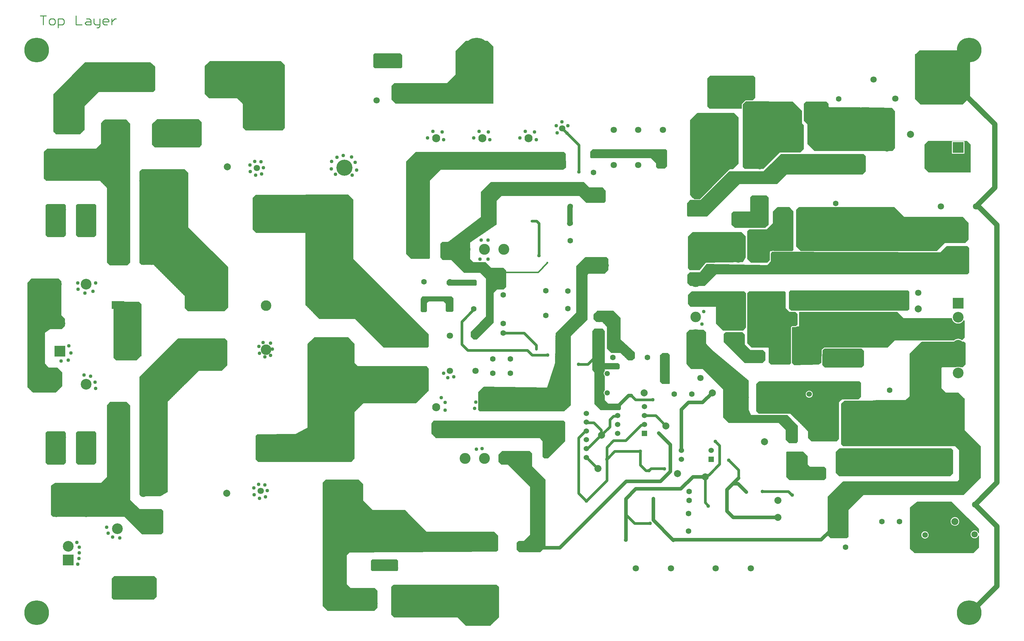
<source format=gtl>
G04*
G04 #@! TF.GenerationSoftware,Altium Limited,Altium Designer,20.0.13 (296)*
G04*
G04 Layer_Physical_Order=1*
G04 Layer_Color=255*
%FSLAX24Y24*%
%MOIN*%
G70*
G01*
G75*
%ADD18C,0.0100*%
%ADD19C,0.0150*%
%ADD42C,0.0050*%
%ADD43C,0.0300*%
%ADD44C,0.0400*%
%ADD45C,0.0591*%
%ADD46C,0.0600*%
%ADD47C,0.0900*%
%ADD48C,0.1200*%
%ADD49R,0.1200X0.1200*%
%ADD50C,0.0630*%
%ADD51C,0.0787*%
%ADD52C,0.0709*%
%ADD53C,0.0984*%
%ADD54C,0.1220*%
%ADD55R,0.0600X0.0600*%
%ADD56C,0.0600*%
%ADD57R,0.0709X0.0709*%
%ADD58C,0.2756*%
%ADD59C,0.0591*%
%ADD60C,0.1800*%
%ADD61C,0.0906*%
%ADD62R,0.0866X0.1378*%
%ADD63C,0.1181*%
%ADD64C,0.0866*%
%ADD65R,0.1402X0.0866*%
%ADD66C,0.0400*%
%ADD67C,0.0220*%
G36*
X42850Y64400D02*
X42850Y63050D01*
X42725Y62925D01*
X39775Y62925D01*
X39625Y63075D01*
Y64425D01*
X39775Y64575D01*
X42675Y64575D01*
X42850Y64400D01*
D02*
G37*
G36*
X82150Y62100D02*
X82350Y61900D01*
X82350Y59600D01*
X82058Y59308D01*
X81309Y59311D01*
X81309Y59311D01*
X81309Y59311D01*
X81290Y59307D01*
X81270Y59303D01*
X81270Y59303D01*
X81270Y59303D01*
X81254Y59292D01*
X81237Y59281D01*
X81237Y59281D01*
X81237Y59281D01*
X80878Y58922D01*
X80856Y58889D01*
X80848Y58850D01*
X80848Y58400D01*
X77250Y58400D01*
X77000Y58650D01*
X77000Y61800D01*
X77300Y62100D01*
X82150Y62100D01*
D02*
G37*
G36*
X53075Y65350D02*
Y58950D01*
X42125D01*
X41675Y59400D01*
X41675Y60950D01*
X41975Y61250D01*
X47875D01*
X48825Y62200D01*
X48825Y64850D01*
X49975Y66000D01*
X52425D01*
X53075Y65350D01*
D02*
G37*
G36*
X90300Y59200D02*
X90550Y58950D01*
X90550Y58650D01*
X90650Y58550D01*
X94100D01*
X94200Y58500D01*
X94198Y58502D01*
X94217Y58548D01*
X97650Y58500D01*
X98000Y58100D01*
Y54000D01*
X97719Y53646D01*
X89000Y53650D01*
X88200Y54450D01*
X88200Y56650D01*
X87800Y57050D01*
X87800Y58950D01*
X88050Y59200D01*
X90300Y59200D01*
D02*
G37*
G36*
X86560Y59190D02*
X87600Y58150D01*
Y56750D01*
X87800Y56550D01*
X87800Y53900D01*
X87400Y53500D01*
X85100Y53500D01*
X83650Y52050D01*
X83250Y51650D01*
X81200Y51650D01*
X80950Y51900D01*
X80950Y58850D01*
X81309Y59209D01*
X86560Y59190D01*
D02*
G37*
G36*
X72344Y53850D02*
X72490Y53704D01*
X72490Y51940D01*
X72250Y51700D01*
X71450Y51700D01*
X71250Y51900D01*
X71250Y52300D01*
X70700Y52850D01*
X64000Y52850D01*
X63900Y52950D01*
X63900Y53600D01*
X64150Y53850D01*
X72344Y53850D01*
D02*
G37*
G36*
X60950Y53550D02*
X61177Y53323D01*
X61200Y51800D01*
X60850Y51550D01*
X59250Y51550D01*
X47150D01*
X45950Y50350D01*
X45950Y41700D01*
X45850Y41600D01*
X43850Y41600D01*
X43300Y42150D01*
X43300Y52500D01*
X44350Y53550D01*
X60950Y53550D01*
D02*
G37*
G36*
X106450Y54400D02*
Y51250D01*
X101750D01*
X101300Y51700D01*
X101300Y54400D01*
X101700Y54800D01*
X106050D01*
X106450Y54400D01*
D02*
G37*
G36*
X83850Y48450D02*
X83850Y45400D01*
X83450Y45050D01*
X80100D01*
X79700Y45378D01*
X79700Y46700D01*
X79900Y46900D01*
X81800Y46900D01*
Y48500D01*
X82000Y48700D01*
X83600D01*
X83850Y48450D01*
D02*
G37*
G36*
X34725Y48600D02*
X34325Y48200D01*
Y45600D01*
X33225Y44500D01*
X26525Y44500D01*
X26125Y44900D01*
X26125Y48400D01*
X26475Y48750D01*
X34725D01*
Y48600D01*
D02*
G37*
G36*
X51100Y39250D02*
X51200Y39150D01*
X51200Y38700D01*
X51100Y38600D01*
X48000Y38600D01*
X47825Y38775D01*
Y39075D01*
X48000Y39250D01*
X51100Y39250D01*
D02*
G37*
G36*
X98962Y34950D02*
X104356Y34950D01*
X104360Y34913D01*
X104400Y34781D01*
X104465Y34659D01*
X104553Y34553D01*
X104659Y34465D01*
X104781Y34400D01*
X104913Y34360D01*
X105050Y34347D01*
X105187Y34360D01*
X105319Y34400D01*
X105441Y34465D01*
X105547Y34553D01*
X105635Y34659D01*
X105669Y34724D01*
X105719Y34731D01*
X105800Y34650D01*
X105800Y32800D01*
X105483Y32483D01*
X105441Y32517D01*
X105319Y32582D01*
X105187Y32622D01*
X105050Y32635D01*
X104913Y32622D01*
X104781Y32582D01*
X104659Y32517D01*
X104593Y32462D01*
X97962Y32462D01*
X97162Y31662D01*
X90100Y31662D01*
X89803Y31409D01*
X89761Y29962D01*
X89477Y29737D01*
X86726Y29686D01*
X86452Y29960D01*
X86452Y33914D01*
X86498Y33960D01*
X86900D01*
X86939Y33968D01*
X86972Y33990D01*
X86994Y34012D01*
X87200D01*
X87250Y34062D01*
Y35615D01*
X87300Y35662D01*
X87300Y35662D01*
X98250D01*
X98962Y34950D01*
D02*
G37*
G36*
X72800Y30850D02*
Y27650D01*
X72750Y27600D01*
X71950D01*
X71700Y27850D01*
Y30827D01*
X71750Y30850D01*
X71750Y30850D01*
X71784Y30884D01*
X71950Y31050D01*
X72600D01*
X72800Y30850D01*
D02*
G37*
G36*
X85638Y37962D02*
X85750Y37850D01*
X85750Y36100D01*
X86188Y35662D01*
X86850Y35662D01*
X87100Y35412D01*
Y34262D01*
X86900Y34062D01*
X86450D01*
X86350Y33962D01*
X86350Y29912D01*
X86200Y29762D01*
X84100Y29762D01*
X83850Y30012D01*
X83850Y31612D01*
X83800Y31662D01*
X81950D01*
X81450Y32162D01*
Y33262D01*
X81450Y37762D01*
X81650Y37962D01*
X85638Y37962D01*
D02*
G37*
G36*
X76850Y33400D02*
X76850Y29900D01*
X76600Y29650D01*
X74850Y29650D01*
X74650Y29850D01*
X74650Y33300D01*
X75000Y33650D01*
X76600Y33650D01*
X76850Y33400D01*
D02*
G37*
G36*
X35325Y22000D02*
X35325Y18850D01*
X26750D01*
X26475Y19125D01*
X26475Y21775D01*
X26659Y21959D01*
X30936Y21979D01*
X33133Y23160D01*
X35325Y22000D01*
D02*
G37*
G36*
X42250Y7950D02*
X42400Y7800D01*
X42400Y6750D01*
X42300Y6650D01*
X39500Y6650D01*
X39350Y6800D01*
Y7800D01*
X39500Y7950D01*
X42250Y7950D01*
D02*
G37*
G36*
X38500Y16400D02*
Y14550D01*
X42000Y11050D01*
X53150Y11050D01*
X53600Y10600D01*
X53600Y8950D01*
X53412Y8806D01*
X36969Y8719D01*
X36650Y8400D01*
X36650Y5200D01*
X37100Y4750D01*
X39800D01*
X40100Y4450D01*
X40100Y2550D01*
X39750Y2200D01*
X34500Y2200D01*
X33950Y2750D01*
X33950Y16550D01*
X34300Y16900D01*
X38000Y16900D01*
X38500Y16400D01*
D02*
G37*
%LPC*%
G36*
X105750Y54750D02*
X104350D01*
Y53350D01*
X105750D01*
Y54750D01*
D02*
G37*
%LPD*%
D18*
X2350Y68783D02*
X3016D01*
X2683D01*
Y67783D01*
X3516D02*
X3850D01*
X4016Y67950D01*
Y68283D01*
X3850Y68450D01*
X3516D01*
X3350Y68283D01*
Y67950D01*
X3516Y67783D01*
X4349Y67450D02*
Y68450D01*
X4849D01*
X5016Y68283D01*
Y67950D01*
X4849Y67783D01*
X4349D01*
X6349Y68783D02*
Y67783D01*
X7015D01*
X7515Y68450D02*
X7848D01*
X8015Y68283D01*
Y67783D01*
X7515D01*
X7348Y67950D01*
X7515Y68116D01*
X8015D01*
X8348Y68450D02*
Y67950D01*
X8515Y67783D01*
X9015D01*
Y67617D01*
X8848Y67450D01*
X8681D01*
X9015Y67783D02*
Y68450D01*
X9848Y67783D02*
X9514D01*
X9348Y67950D01*
Y68283D01*
X9514Y68450D01*
X9848D01*
X10014Y68283D01*
Y68116D01*
X9348D01*
X10347Y68450D02*
Y67783D01*
Y68116D01*
X10514Y68283D01*
X10681Y68450D01*
X10847D01*
D19*
X53850Y40100D02*
X58050D01*
X59100Y41150D01*
X69950Y25050D02*
X69950Y25050D01*
D42*
X88825Y26434D02*
G03*
X88825Y26434I-425J0D01*
G01*
X105284Y29500D02*
G03*
X104816Y29500I-234J-686D01*
G01*
X91321Y47350D02*
G03*
X91379Y47350I29J439D01*
G01*
X105962Y43550D02*
G03*
X105884Y43434I-125J0D01*
G01*
X105953Y43503D02*
G03*
X105962Y43550I-116J47D01*
G01*
X65500Y29051D02*
G03*
X65500Y28449I294J-301D01*
G01*
Y26901D02*
G03*
X65500Y26299I294J-301D01*
G01*
X107350Y10915D02*
G03*
X107350Y10585I-450J-165D01*
G01*
X105219Y12200D02*
G03*
X105219Y12200I-519J0D01*
G01*
X101790Y10689D02*
G03*
X101790Y10689I-440J0D01*
G01*
X94000Y27850D02*
X94150Y27700D01*
X88791Y26600D02*
X94150D01*
X88806Y26560D02*
X94150D01*
X88816Y26520D02*
X94150D01*
X94150Y26150D02*
X94150Y27700D01*
X88825Y26440D02*
X94150D01*
X88823Y26480D02*
X94150D01*
X88526Y26840D02*
X94150D01*
X88616Y26800D02*
X94150D01*
X88673Y26760D02*
X94150D01*
X88715Y26720D02*
X94150D01*
X88747Y26680D02*
X94150D01*
X88772Y26640D02*
X94150D01*
X88824Y26400D02*
X94150D01*
X88818Y26360D02*
X94150D01*
X88809Y26320D02*
X94150D01*
X88796Y26280D02*
X94150D01*
X93900Y25900D02*
X94150Y26150D01*
X92050Y25900D02*
X93900Y25900D01*
X91700Y25550D02*
X92050Y25900D01*
X88778Y26240D02*
X94150D01*
X88755Y26200D02*
X94150D01*
X88725Y26160D02*
X94150D01*
X88686Y26120D02*
X94120D01*
X88635Y26080D02*
X94080D01*
X88559Y26040D02*
X94040D01*
X86920Y23680D02*
X91700D01*
X86960Y23640D02*
X91700D01*
X86880Y23720D02*
X91700D01*
X87040Y23560D02*
X91700D01*
X87080Y23520D02*
X91700D01*
X87000Y23600D02*
X91700D01*
X86680Y23920D02*
X91700D01*
X86720Y23880D02*
X91700D01*
X86640Y23960D02*
X91700D01*
X86800Y23800D02*
X91700D01*
X86840Y23760D02*
X91700D01*
X86760Y23840D02*
X91700D01*
X87440Y23160D02*
X91700D01*
X87480Y23120D02*
X91700D01*
X87360Y23240D02*
X91700D01*
X87400Y23200D02*
X91700D01*
X87560Y23040D02*
X91700D01*
X87600Y23000D02*
X91700D01*
X87520Y23080D02*
X91700D01*
X87160Y23440D02*
X91700D01*
X87200Y23400D02*
X91700D01*
X87120Y23480D02*
X91700D01*
X87280Y23320D02*
X91700D01*
X87320Y23280D02*
X91700D01*
X87240Y23360D02*
X91700D01*
X87960Y22640D02*
X91700D01*
X88000Y22600D02*
X91700D01*
X87880Y22720D02*
X91700D01*
X87920Y22680D02*
X91700D01*
X91700Y21450D02*
X91700Y25550D01*
X88080Y22520D02*
X91700D01*
X88040Y22560D02*
X91700D01*
X87680Y22920D02*
X91700D01*
X87720Y22880D02*
X91700D01*
X87640Y22960D02*
X91700D01*
X87800Y22800D02*
X91700D01*
X87840Y22760D02*
X91700D01*
X87760Y22840D02*
X91700D01*
X88300Y22160D02*
X91700D01*
X88300Y22120D02*
X91700D01*
X88300Y22240D02*
X91700D01*
X88300Y22200D02*
X91700D01*
X88300Y22040D02*
X91700D01*
X88300Y22000D02*
X91700D01*
X88300Y22080D02*
X91700D01*
X88120Y22480D02*
X91700D01*
X88160Y22440D02*
X91700D01*
X88200Y22400D02*
X91700D01*
X88280Y22320D02*
X91700D01*
X88300Y22280D02*
X91700D01*
X88240Y22360D02*
X91700D01*
X88300Y21720D02*
X91700D01*
X88300Y21680D02*
X91700D01*
X88300Y21800D02*
X91700D01*
X88300Y21760D02*
X91700D01*
X88300Y21600D02*
X91700D01*
X88300Y21560D02*
X91700D01*
X88300Y21640D02*
X91700D01*
X88300Y21960D02*
X91700D01*
X88300Y21920D02*
X91700D01*
X87750Y22850D02*
X88300Y22300D01*
Y21880D02*
X91700D01*
X88300Y21840D02*
X91700D01*
X88300Y21550D02*
Y22300D01*
X88530Y21320D02*
X91570D01*
X88570Y21280D02*
X91530D01*
X88610Y21240D02*
X91490D01*
X91450Y21200D02*
X91700Y21450D01*
X88650Y21200D02*
X91450D01*
X88650Y21200D02*
X91450Y21200D01*
X88330Y21520D02*
X91700D01*
X88370Y21480D02*
X91700D01*
X88410Y21440D02*
X91690D01*
X88450Y21400D02*
X91650D01*
X88490Y21360D02*
X91610D01*
X88300Y21550D02*
X88650Y21200D01*
X82750Y27800D02*
X94050D01*
X82710Y27760D02*
X94090D01*
X82800Y27850D02*
X94000Y27850D01*
X82790Y27840D02*
X94010D01*
X82630Y27680D02*
X94150D01*
X82590Y27640D02*
X94150D01*
X82670Y27720D02*
X94130D01*
X82510Y27560D02*
X94150D01*
X82500Y27520D02*
X94150D01*
X82550Y27600D02*
X94150D01*
X82500Y27440D02*
X94150D01*
X82500Y27400D02*
X94150D01*
X82500Y27480D02*
X94150D01*
X82500Y27120D02*
X94150D01*
X82500Y27080D02*
X94150D01*
X82500Y27040D02*
X94150D01*
X82500Y27000D02*
X94150D01*
X82500Y26960D02*
X94150D01*
X82500Y26920D02*
X94150D01*
X82500Y26880D02*
X94150D01*
X82500Y27360D02*
X94150D01*
X82500Y27320D02*
X94150D01*
X82500Y27280D02*
X94150D01*
X82500Y27240D02*
X94150D01*
X82500Y27200D02*
X94150D01*
X82500Y27160D02*
X94150D01*
X82500Y26640D02*
X88028D01*
X82500Y26600D02*
X88009D01*
X82500Y26560D02*
X87994D01*
X82500Y26520D02*
X87984D01*
X82500Y26480D02*
X87977D01*
X82500Y26400D02*
X87976D01*
X82500Y26440D02*
X87975D01*
X82500Y26840D02*
X88274D01*
X82500Y26800D02*
X88184D01*
X82500Y27550D02*
X82800Y27850D01*
X82500Y26760D02*
X88127D01*
X82500Y26720D02*
X88085D01*
X82500Y26680D02*
X88053D01*
X82500Y26040D02*
X88241D01*
X82500Y26000D02*
X94000D01*
X82500Y26120D02*
X88114D01*
X82500Y26080D02*
X88165D01*
X82500Y25960D02*
X93960D01*
X82500Y25920D02*
X93920D01*
X82500Y25880D02*
X92030D01*
X82500Y26320D02*
X87991D01*
X82500Y26280D02*
X88004D01*
X82500Y26360D02*
X87982D01*
X82500Y26200D02*
X88045D01*
X82500Y26160D02*
X88075D01*
X82500Y26240D02*
X88022D01*
X82500Y25600D02*
X91750D01*
X82500Y25560D02*
X91710D01*
X82500Y25520D02*
X91700D01*
X82500Y25480D02*
X91700D01*
X82500Y25400D02*
X91700D01*
X82500Y25360D02*
X91700D01*
X82500Y25440D02*
X91700D01*
X82500Y25840D02*
X91990D01*
X82500Y25800D02*
X91950D01*
X82500Y25760D02*
X91910D01*
X82500Y25720D02*
X91870D01*
X82500Y25680D02*
X91830D01*
X82500Y25640D02*
X91790D01*
X82500Y25000D02*
X91700D01*
X82500Y24960D02*
X91700D01*
X82500Y25080D02*
X91700D01*
X82500Y25040D02*
X91700D01*
X82500Y24880D02*
X91700D01*
X82500Y24840D02*
X91700D01*
X82500Y24920D02*
X91700D01*
X82500Y25280D02*
X91700D01*
X82500Y25240D02*
X91700D01*
X82500Y25320D02*
X91700D01*
X82500Y25160D02*
X91700D01*
X82500Y25120D02*
X91700D01*
X82500Y25200D02*
X91700D01*
X82500Y24600D02*
X91700D01*
X82500Y24560D02*
X91700D01*
X82530Y24520D02*
X91700D01*
X82570Y24480D02*
X91700D01*
X82610Y24440D02*
X91700D01*
X82650Y24400D02*
X91700D01*
X82500Y24550D02*
X82750Y24300D01*
X82500Y24760D02*
X91700D01*
X82500Y24720D02*
X91700D01*
X82500Y24800D02*
X91700D01*
X82500Y24680D02*
X91700D01*
X82500Y24640D02*
X91700D01*
X82500Y27550D02*
X82500Y24550D01*
X86440Y24160D02*
X91700D01*
X86480Y24120D02*
X91700D01*
X86400Y24200D02*
X91700D01*
X86560Y24040D02*
X91700D01*
X86600Y24000D02*
X91700D01*
X86520Y24080D02*
X91700D01*
X82690Y24360D02*
X91700D01*
X82730Y24320D02*
X91700D01*
X82750Y24300D02*
X86300Y24300D01*
X86320Y24280D02*
X91700D01*
X86360Y24240D02*
X91700D01*
X86300Y24300D02*
X87750Y22850D01*
X85800Y22160D02*
X87100D01*
X85800Y22200D02*
X87100D01*
X85800Y22080D02*
X87100D01*
X85800Y22120D02*
X87100D01*
X85800Y22280D02*
X87100D01*
X85800Y22320D02*
X87100D01*
X85800Y22240D02*
X87100D01*
X85800Y21880D02*
X87100D01*
X85800Y21920D02*
X87100D01*
X85800Y21840D02*
X87100D01*
X85800Y22000D02*
X87100D01*
X85800Y22040D02*
X87100D01*
X85800Y21960D02*
X87100D01*
X85570Y22680D02*
X87100D01*
X85914Y24086D02*
X87100Y22900D01*
X85650Y22600D02*
X87100D01*
X85610Y22640D02*
X87100D01*
X85490Y22760D02*
X87100D01*
X85450Y22800D02*
X87100D01*
X85530Y22720D02*
X87100D01*
X85800Y22400D02*
X87100D01*
X85800Y22440D02*
X87100D01*
X85800Y22360D02*
X87100D01*
X85730Y22520D02*
X87100D01*
X85690Y22560D02*
X87100D01*
X85770Y22480D02*
X87100D01*
X85800Y21520D02*
X87100D01*
X85800Y21560D02*
X87100D01*
X87100Y22900D02*
X87100Y21150D01*
X85800Y21360D02*
X87100D01*
X85800Y21680D02*
X87100D01*
X85800Y21760D02*
X87100D01*
X85800Y21480D02*
X87100D01*
X85990Y21160D02*
X87100D01*
X85950Y21200D02*
X87100D01*
X86950Y21000D02*
X87100Y21150D01*
X85870Y21280D02*
X87100D01*
X85830Y21320D02*
X87100D01*
X85910Y21240D02*
X87100D01*
X85800Y21600D02*
X87100D01*
X85800Y21640D02*
X87100D01*
X85800Y21440D02*
X87100D01*
X85800Y21720D02*
X87100D01*
X85800Y21800D02*
X87100D01*
X85800Y22450D02*
X85800Y21350D01*
X86070Y21080D02*
X87030D01*
X86110Y21040D02*
X86990D01*
X86150Y21000D02*
X86950D01*
X85800Y21400D02*
X87100D01*
X86030Y21120D02*
X87070D01*
X85800Y21350D02*
X86150Y21000D01*
X81850Y24086D02*
X85914D01*
X81576Y24120D02*
X81836D01*
X81574Y24080D02*
X85920D01*
X81600Y24680D02*
X81850Y24086D01*
X81571Y24000D02*
X86000D01*
X81572Y24040D02*
X85960D01*
X81569Y23960D02*
X86040D01*
X81566Y23880D02*
X86120D01*
X81567Y23920D02*
X86080D01*
X81564Y23840D02*
X86160D01*
X81560Y23760D02*
X86240D01*
X81562Y23800D02*
X86200D01*
X81559Y23720D02*
X86280D01*
X81595Y24560D02*
X81650D01*
X81597Y24600D02*
X81634D01*
X81593Y24520D02*
X81667D01*
X81590Y24440D02*
X81701D01*
X81591Y24480D02*
X81684D01*
X81588Y24400D02*
X81718D01*
X81585Y24320D02*
X81751D01*
X81586Y24360D02*
X81735D01*
X81583Y24280D02*
X81768D01*
X81579Y24200D02*
X81802D01*
X81581Y24240D02*
X81785D01*
X81578Y24160D02*
X81819D01*
X85090Y23160D02*
X86840D01*
X85050Y23200D02*
X86800D01*
X85170Y23080D02*
X86920D01*
X85130Y23120D02*
X86880D01*
X81540Y23280D02*
X86720D01*
X81541Y23320D02*
X86680D01*
X85010Y23240D02*
X86760D01*
X85370Y22880D02*
X87100D01*
X85330Y22920D02*
X87080D01*
X85410Y22840D02*
X87100D01*
X85250Y23000D02*
X87000D01*
X85210Y23040D02*
X86960D01*
X85290Y22960D02*
X87040D01*
X81555Y23640D02*
X86360D01*
X81557Y23680D02*
X86320D01*
X81554Y23600D02*
X86400D01*
X81550Y23520D02*
X86480D01*
X81552Y23560D02*
X86440D01*
X81538Y23250D02*
X81600Y24680D01*
X81547Y23440D02*
X86560D01*
X81548Y23480D02*
X86520D01*
X85000Y23250D02*
X85800Y22450D01*
X81543Y23360D02*
X86640D01*
X81545Y23400D02*
X86600D01*
X81538Y23250D02*
X85000D01*
X92000Y21000D02*
X105150D01*
X92000Y21040D02*
X105190D01*
X92000Y21080D02*
X105230D01*
X92000Y21160D02*
X105310D01*
X92000Y21120D02*
X105270D01*
X92000Y21200D02*
X105350D01*
X92000Y21240D02*
X105390D01*
X92000Y21280D02*
X105430D01*
X92000Y21360D02*
X105510D01*
X92000Y21320D02*
X105470D01*
X92200Y20650D02*
X104800D01*
X92000Y20850D02*
X92200Y20650D01*
X92170Y20680D02*
X104830D01*
X92090Y20760D02*
X104910D01*
X92130Y20720D02*
X104870D01*
X92050Y20800D02*
X104950D01*
X92010Y20840D02*
X104990D01*
X92000Y20880D02*
X105030D01*
X92000Y20960D02*
X105110D01*
X92000Y20920D02*
X105070D01*
X92000Y21800D02*
X105750D01*
X92000Y25350D02*
X92000Y20850D01*
X92000Y21840D02*
X105750D01*
X92000Y21920D02*
X105750D01*
X92000Y21880D02*
X105750D01*
X92000Y22080D02*
X105750D01*
X92000Y22120D02*
X105750D01*
X92000Y21960D02*
X105750D01*
X92000Y22040D02*
X105750D01*
X92000Y22000D02*
X105750D01*
X92000Y21400D02*
X105550D01*
X92000Y21440D02*
X105590D01*
X92000Y21480D02*
X105630D01*
X92000Y21560D02*
X105710D01*
X92000Y21520D02*
X105670D01*
X92000Y21720D02*
X105750D01*
X92000Y21760D02*
X105750D01*
X92000Y21600D02*
X105750D01*
X92000Y21680D02*
X105750D01*
X92000Y21640D02*
X105750D01*
X92000Y22680D02*
X105750D01*
X92000Y22720D02*
X105750D01*
X92000Y22560D02*
X105750D01*
X92000Y22640D02*
X105750D01*
X92000Y22600D02*
X105750D01*
X92000Y22880D02*
X105750D01*
X92000Y22920D02*
X105750D01*
X92000Y22760D02*
X105750D01*
X92000Y22840D02*
X105750D01*
X92000Y22800D02*
X105750D01*
X92000Y22280D02*
X105750D01*
X92000Y22320D02*
X105750D01*
X92000Y22160D02*
X105750D01*
X92000Y22240D02*
X105750D01*
X92000Y22200D02*
X105750D01*
X92000Y22480D02*
X105750D01*
X92000Y22520D02*
X105750D01*
X92000Y22360D02*
X105750D01*
X92000Y22440D02*
X105750D01*
X92000Y22400D02*
X105750D01*
X92000Y23480D02*
X105750D01*
X92000Y23520D02*
X105750D01*
X92000Y23360D02*
X105750D01*
X92000Y23440D02*
X105750D01*
X92000Y23400D02*
X105750D01*
X92000Y23680D02*
X105750D01*
X92000Y23720D02*
X105750D01*
X92000Y23560D02*
X105750D01*
X92000Y23640D02*
X105750D01*
X92000Y23600D02*
X105750D01*
X92000Y23080D02*
X105750D01*
X92000Y23120D02*
X105750D01*
X92000Y22960D02*
X105750D01*
X92000Y23040D02*
X105750D01*
X92000Y23000D02*
X105750D01*
X92000Y23280D02*
X105750D01*
X92000Y23320D02*
X105750D01*
X92000Y23160D02*
X105750D01*
X92000Y23240D02*
X105750D01*
X92000Y23200D02*
X105750D01*
X92000Y24440D02*
X105750D01*
X92000Y24480D02*
X105750D01*
X92000Y24320D02*
X105750D01*
X92000Y24400D02*
X105750D01*
X92000Y24360D02*
X105750D01*
X92000Y24640D02*
X105750D01*
X92000Y25350D02*
X92350Y25700D01*
X92000Y24520D02*
X105750D01*
X92000Y24600D02*
X105750D01*
X92000Y24560D02*
X105750D01*
X92000Y24760D02*
X105750D01*
X92000Y24800D02*
X105750D01*
X92000Y23920D02*
X105750D01*
X92000Y24720D02*
X105750D01*
X92000Y24680D02*
X105750D01*
X92350Y25700D02*
X95400Y25700D01*
X95950Y25750D01*
X99200D01*
X99410Y25960D02*
X105690D01*
X99450Y26000D02*
X105650D01*
X99610Y26160D02*
X105490D01*
X99200Y25750D02*
X99650Y26200D01*
X99490Y26040D02*
X105610D01*
X99530Y26080D02*
X105570D01*
X99570Y26120D02*
X105530D01*
X99650Y28080D02*
X103150D01*
X99650Y28120D02*
X103150D01*
X99650Y26960D02*
X103290D01*
X99650Y28040D02*
X103150D01*
X99650Y27000D02*
X103250D01*
X99650Y28360D02*
X103150D01*
X99650Y28400D02*
X103150D01*
X99650Y28240D02*
X103150D01*
X99650Y28320D02*
X103150D01*
X99650Y28280D02*
X103150D01*
X99650Y29080D02*
X103150D01*
X99650Y29120D02*
X103150D01*
X99650Y28440D02*
X103150D01*
X99650Y29040D02*
X103150D01*
X99650Y28480D02*
X103150D01*
X92000Y24840D02*
X105750D01*
X92000Y24880D02*
X105750D01*
X92000Y24200D02*
X105750D01*
X92000Y24280D02*
X105750D01*
X92000Y24240D02*
X105750D01*
X92000Y25040D02*
X105750D01*
X92000Y25080D02*
X105750D01*
X92000Y24920D02*
X105750D01*
X92000Y25000D02*
X105750D01*
X92000Y24960D02*
X105750D01*
X92000Y23880D02*
X105750D01*
X92000Y23960D02*
X105750D01*
X92000Y23760D02*
X105750D01*
X92000Y23840D02*
X105750D01*
X92000Y23800D02*
X105750D01*
X92000Y24120D02*
X105750D01*
X92000Y24160D02*
X105750D01*
X92000Y24000D02*
X105750D01*
X92000Y24080D02*
X105750D01*
X92000Y24040D02*
X105750D01*
X92000Y25240D02*
X105750D01*
X92000Y25280D02*
X105750D01*
X92000Y25120D02*
X105750D01*
X92000Y25200D02*
X105750D01*
X92000Y25160D02*
X105750D01*
X92090Y25440D02*
X105750D01*
X92130Y25480D02*
X105750D01*
X92000Y25320D02*
X105750D01*
X92010Y25360D02*
X105750D01*
X92050Y25400D02*
X105750D01*
X92290Y25640D02*
X105750D01*
X92330Y25680D02*
X105750D01*
X92170Y25520D02*
X105750D01*
X92210Y25560D02*
X105750D01*
X92250Y25600D02*
X105750D01*
X99290Y25840D02*
X105750D01*
X99330Y25880D02*
X105750D01*
X99370Y25920D02*
X105750D01*
X95620Y25720D02*
X105750D01*
X99210Y25760D02*
X105750D01*
X99250Y25800D02*
X105750D01*
X99650Y27640D02*
X103150D01*
X99650Y27680D02*
X103150D01*
X99650Y27520D02*
X103150D01*
X99650Y27600D02*
X103150D01*
X99650Y27560D02*
X103150D01*
X99650Y27840D02*
X103150D01*
X99650Y27880D02*
X103150D01*
X99650Y27720D02*
X103150D01*
X99650Y27800D02*
X103150D01*
X99650Y27760D02*
X103150D01*
X99650Y27240D02*
X103150D01*
X99650Y27280D02*
X103150D01*
X99650Y27120D02*
X103150D01*
X99650Y27200D02*
X103150D01*
X99650Y27160D02*
X103150D01*
X99650Y27440D02*
X103150D01*
X99650Y27480D02*
X103150D01*
X99650Y27320D02*
X103150D01*
X99650Y27400D02*
X103150D01*
X99650Y27360D02*
X103150D01*
X99650Y28160D02*
X103150D01*
X99650Y28560D02*
X103150D01*
X99650Y27920D02*
X103150D01*
X99650Y28000D02*
X103150D01*
X99650Y27960D02*
X103150D01*
X99650Y28920D02*
X103150D01*
X99650Y28960D02*
X103150D01*
X99650Y28600D02*
X103150D01*
X99650Y28880D02*
X103150D01*
X99650Y28640D02*
X103150D01*
Y27100D02*
Y29400D01*
X99650Y26200D02*
Y30950D01*
Y29000D02*
X103150D01*
X99650Y29200D02*
X103150D01*
X99650Y29160D02*
X103150D01*
X99650Y29360D02*
X103150D01*
X99650Y29400D02*
X103150D01*
X99650Y29240D02*
X103150D01*
X99650Y29320D02*
X103150D01*
X99650Y29280D02*
X103150D01*
X99650Y26320D02*
X105330D01*
X99650Y26360D02*
X105290D01*
X99650Y26200D02*
X105450D01*
X99650Y26280D02*
X105370D01*
X99650Y26240D02*
X105410D01*
X99650Y26520D02*
X105130D01*
X99650Y26680D02*
X103570D01*
X99650Y26400D02*
X105250D01*
X99650Y26480D02*
X105170D01*
X99650Y26440D02*
X105210D01*
X99650Y26560D02*
X105090D01*
X105050Y26600D02*
X105700Y25950D01*
X104800Y20650D02*
X105750Y21600D01*
X105700Y25950D02*
X105750D01*
Y21600D02*
Y25950D01*
X99650Y26600D02*
X103650D01*
X99650Y26640D02*
X103610D01*
X103850Y26600D02*
X105050D01*
X103650D02*
X103850D01*
X103650D02*
X105050D01*
X99650Y26840D02*
X103410D01*
X99650Y26880D02*
X103370D01*
X99650Y26720D02*
X103530D01*
X99650Y26800D02*
X103450D01*
X99650Y26760D02*
X103490D01*
X99650Y28200D02*
X103150D01*
X99650Y28520D02*
X103150D01*
X99650Y26920D02*
X103330D01*
X99650Y27080D02*
X103170D01*
X99650Y27040D02*
X103210D01*
X99650Y28760D02*
X103150D01*
X99650Y28800D02*
X103150D01*
Y27100D02*
X103650Y26600D01*
X99650Y28720D02*
X103150D01*
X99650Y28680D02*
X103150D01*
X99650Y28840D02*
X103150D01*
X99650Y29480D02*
X103230D01*
X99650Y29440D02*
X103190D01*
X103150Y29400D02*
X103250Y29500D01*
X104816Y29500D01*
X105284D02*
X105550D01*
X99650Y29520D02*
X104886D01*
X99650Y29560D02*
X105610D01*
X99650Y29600D02*
X105650D01*
X99650Y29680D02*
X105730D01*
X99650Y29640D02*
X105690D01*
X99650Y29720D02*
X105770D01*
X99650Y29760D02*
X105810D01*
X99650Y29800D02*
X105850D01*
X99650Y30280D02*
X105850D01*
X99650Y29840D02*
X105850D01*
X105214Y29520D02*
X105570D01*
X105550Y29500D02*
X105850Y29800D01*
X99650Y29920D02*
X105850D01*
X99650Y29880D02*
X105850D01*
X99650Y30320D02*
X105850D01*
X99650Y30360D02*
X105850D01*
X99650Y29960D02*
X105850D01*
X99650Y30160D02*
X105850D01*
X99650Y30000D02*
X105850D01*
X99650Y30520D02*
X105850D01*
X99650Y30560D02*
X105850D01*
X99650Y30400D02*
X105850D01*
X99650Y30480D02*
X105850D01*
X99650Y30440D02*
X105850D01*
X99650Y30720D02*
X105850D01*
X99650Y30760D02*
X105850D01*
X99650Y30600D02*
X105850D01*
X99650Y30680D02*
X105850D01*
X99650Y30640D02*
X105850D01*
X100980Y32280D02*
X105720D01*
X99650Y30950D02*
X101000Y32300D01*
X100860Y32160D02*
X105840D01*
X100900Y32200D02*
X105800D01*
X100940Y32240D02*
X105760D01*
X102850Y32300D02*
X103150D01*
X101000D02*
X102850D01*
X105700Y32300D01*
X102850Y32300D02*
X103750D01*
X103150D02*
X103750D01*
X99650Y30200D02*
X105850D01*
X99650Y30240D02*
X105850D01*
X99650Y30040D02*
X105850D01*
X99650Y30120D02*
X105850D01*
X99650Y30080D02*
X105850D01*
X99650Y30920D02*
X105850D01*
X99660Y30960D02*
X105850D01*
X99650Y30800D02*
X105850D01*
X99650Y30880D02*
X105850D01*
X99650Y30840D02*
X105850D01*
X99820Y31120D02*
X105850D01*
X99860Y31160D02*
X105850D01*
X99700Y31000D02*
X105850D01*
X99740Y31040D02*
X105850D01*
X99780Y31080D02*
X105850D01*
X100020Y31320D02*
X105850D01*
X100060Y31360D02*
X105850D01*
X99900Y31200D02*
X105850D01*
X99940Y31240D02*
X105850D01*
X99980Y31280D02*
X105850D01*
X100220Y31520D02*
X105850D01*
X100260Y31560D02*
X105850D01*
X100100Y31400D02*
X105850D01*
X100140Y31440D02*
X105850D01*
X100180Y31480D02*
X105850D01*
X100420Y31720D02*
X105850D01*
X100460Y31760D02*
X105850D01*
X100300Y31600D02*
X105850D01*
X100340Y31640D02*
X105850D01*
X100380Y31680D02*
X105850D01*
X100580Y31880D02*
X105850D01*
X100620Y31920D02*
X105850D01*
X100500Y31800D02*
X105850D01*
X100540Y31840D02*
X105850D01*
X105850Y29800D02*
X105850Y32150D01*
X100780Y32080D02*
X105850D01*
X100820Y32120D02*
X105850D01*
X105700Y32300D02*
X105850Y32150D01*
X100660Y31960D02*
X105850D01*
X100700Y32000D02*
X105850D01*
X100740Y32040D02*
X105850D01*
X90500Y12400D02*
X92750D01*
X90500Y12440D02*
X92750D01*
X90500Y12280D02*
X92750D01*
X90500Y12360D02*
X92750D01*
X90500Y12320D02*
X92750D01*
X90500Y12600D02*
X92750D01*
X90500Y12640D02*
X92750D01*
X90500Y12480D02*
X92750D01*
X90500Y12560D02*
X92750D01*
X90500Y12520D02*
X92750D01*
X90800Y10350D02*
X92600D01*
X90500Y10650D02*
X90800Y10350D01*
X90790Y10360D02*
X92610D01*
X90710Y10440D02*
X92690D01*
X90750Y10400D02*
X92650D01*
X90670Y10480D02*
X92730D01*
X90500Y12000D02*
X92750D01*
X90500Y12040D02*
X92750D01*
X90500Y12240D02*
X92750D01*
X90500Y12120D02*
X92750D01*
X90500Y13080D02*
X92750D01*
X90500Y14950D02*
X90500Y10650D01*
X90500Y13120D02*
X92750D01*
X90500Y13200D02*
X92750D01*
X90500Y13160D02*
X92750D01*
X90500Y13360D02*
X92750D01*
X90500Y13400D02*
X92750D01*
X90500Y13240D02*
X92750D01*
X90500Y13320D02*
X92750D01*
X90500Y13280D02*
X92750D01*
X90500Y12800D02*
X92750D01*
X90500Y12840D02*
X92750D01*
X90500Y12680D02*
X92750D01*
X90500Y12760D02*
X92750D01*
X90500Y12720D02*
X92750D01*
X90500Y13000D02*
X92750D01*
X90500Y13040D02*
X92750D01*
X90500Y12880D02*
X92750D01*
X90500Y12960D02*
X92750D01*
X90500Y12920D02*
X92750D01*
X90500Y11040D02*
X92750D01*
X90500Y11080D02*
X92750D01*
X90500Y10920D02*
X92750D01*
X90500Y11000D02*
X92750D01*
X90500Y10960D02*
X92750D01*
X90500Y11240D02*
X92750D01*
X90500Y11280D02*
X92750D01*
X90500Y11120D02*
X92750D01*
X90500Y11200D02*
X92750D01*
X90500Y11160D02*
X92750D01*
X90510Y10640D02*
X92750D01*
X90500Y10680D02*
X92750D01*
X90630Y10520D02*
X92750D01*
X90550Y10600D02*
X92750D01*
X90590Y10560D02*
X92750D01*
X90500Y10840D02*
X92750D01*
X90500Y10880D02*
X92750D01*
X90500Y10720D02*
X92750D01*
X90500Y10800D02*
X92750D01*
X90500Y10760D02*
X92750D01*
X90500Y11840D02*
X92750D01*
X90500Y11880D02*
X92750D01*
X90500Y11720D02*
X92750D01*
X90500Y11800D02*
X92750D01*
X90500Y11760D02*
X92750D01*
X90500Y12160D02*
X92750D01*
X90500Y12200D02*
X92750D01*
X90500Y11920D02*
X92750D01*
X90500Y12080D02*
X92750D01*
X90500Y11960D02*
X92750D01*
X90500Y11440D02*
X92750D01*
X90500Y11480D02*
X92750D01*
X90500Y11320D02*
X92750D01*
X90500Y11400D02*
X92750D01*
X90500Y11360D02*
X92750D01*
X90500Y11640D02*
X92750D01*
X90500Y11680D02*
X92750D01*
X90500Y11520D02*
X92750D01*
X90500Y11600D02*
X92750D01*
X90500Y11560D02*
X92750D01*
X90500Y13840D02*
X93090D01*
X90500Y13880D02*
X93130D01*
X90500Y13920D02*
X93170D01*
X90500Y14000D02*
X93250D01*
X90500Y13960D02*
X93210D01*
X90500Y14040D02*
X93290D01*
X90500Y14080D02*
X93330D01*
X90500Y14120D02*
X93370D01*
X90500Y14200D02*
X93450D01*
X90500Y14160D02*
X93410D01*
X90500Y13440D02*
X92750D01*
X90500Y13480D02*
X92750D01*
X90500Y13520D02*
X92770D01*
X90500Y13600D02*
X92850D01*
X90500Y13560D02*
X92810D01*
X90500Y13640D02*
X92890D01*
X90500Y13680D02*
X92930D01*
X90500Y13720D02*
X92970D01*
X90500Y13800D02*
X93050D01*
X90500Y13760D02*
X93010D01*
X90500Y14240D02*
X93490D01*
X90500Y14280D02*
X93530D01*
X90500Y14320D02*
X93570D01*
X90500Y14400D02*
X93650D01*
X90500Y14360D02*
X93610D01*
X90500Y14440D02*
X93690D01*
X90500Y14480D02*
X93730D01*
X90500Y14520D02*
X93770D01*
X90500Y14600D02*
X93850D01*
X90500Y14560D02*
X93810D01*
X90500Y14640D02*
X93890D01*
X90500Y14680D02*
X93930D01*
X90500Y14720D02*
X93970D01*
X90500Y14800D02*
X94050D01*
X90500Y14760D02*
X94010D01*
X90500Y14840D02*
X94090D01*
X90500Y14950D02*
X92200Y16650D01*
X90500Y14880D02*
X94130D01*
X90500Y14920D02*
X94170D01*
X90510Y14960D02*
X94210D01*
X90550Y15000D02*
X94250D01*
X90590Y15040D02*
X94290D01*
X90630Y15080D02*
X94330D01*
X90670Y15120D02*
X94370D01*
X90710Y15160D02*
X94410D01*
X90750Y15200D02*
X105650D01*
X90790Y15240D02*
X105690D01*
X90830Y15280D02*
X105730D01*
X90870Y15320D02*
X105770D01*
X90910Y15360D02*
X105810D01*
X90950Y15400D02*
X105850D01*
X90990Y15440D02*
X105890D01*
X91030Y15480D02*
X105930D01*
X91070Y15520D02*
X105970D01*
X91110Y15560D02*
X106010D01*
X91150Y15600D02*
X106050D01*
X91190Y15640D02*
X106090D01*
X91230Y15680D02*
X106130D01*
X91270Y15720D02*
X106170D01*
X91310Y15760D02*
X106210D01*
X91350Y15800D02*
X106250D01*
X91390Y15840D02*
X106290D01*
X91430Y15880D02*
X106330D01*
X91470Y15920D02*
X106370D01*
X91510Y15960D02*
X106410D01*
X91550Y16000D02*
X106450D01*
X91590Y16040D02*
X106490D01*
X91630Y16080D02*
X106530D01*
X91670Y16120D02*
X106570D01*
X91710Y16160D02*
X106610D01*
X91750Y16200D02*
X106650D01*
X91790Y16240D02*
X106690D01*
X91830Y16280D02*
X106730D01*
X91870Y16320D02*
X106770D01*
X91910Y16360D02*
X106810D01*
X91950Y16400D02*
X106850D01*
X91990Y16440D02*
X106890D01*
X92030Y16480D02*
X106930D01*
X92070Y16520D02*
X106970D01*
X92110Y16560D02*
X107010D01*
X92150Y16600D02*
X107050D01*
X92600Y10350D02*
X92750Y10500D01*
X92750Y13500D02*
X92750Y10500D01*
X92750Y13500D02*
X94450Y15200D01*
X92190Y16640D02*
X107090D01*
X94450Y15200D02*
X105650Y15200D01*
X92200Y16650D02*
X105000D01*
X105200Y16850D01*
X105030Y16680D02*
X107130D01*
X105070Y16720D02*
X107170D01*
X105110Y16760D02*
X107210D01*
X105150Y16800D02*
X107250D01*
X105190Y16840D02*
X107290D01*
X105200Y16880D02*
X107330D01*
X105200Y16920D02*
X107370D01*
X105650Y15200D02*
X107550Y17100D01*
X105200Y16960D02*
X107410D01*
X105200Y17000D02*
X107450D01*
X105200Y17040D02*
X107490D01*
X105200Y17120D02*
X107550D01*
X105200Y17080D02*
X107530D01*
X105200Y17560D02*
X107550D01*
X105200Y20200D02*
X105200Y16850D01*
X105200Y17600D02*
X107550D01*
X105200Y17680D02*
X107550D01*
X105200Y17640D02*
X107550D01*
X105200Y17840D02*
X107550D01*
X105200Y17880D02*
X107550D01*
X105200Y17720D02*
X107550D01*
X105200Y17800D02*
X107550D01*
X105200Y17760D02*
X107550D01*
X105200Y17280D02*
X107550D01*
X105200Y17320D02*
X107550D01*
X105200Y17160D02*
X107550D01*
X105200Y17240D02*
X107550D01*
X105200Y17200D02*
X107550D01*
X105200Y17480D02*
X107550D01*
X105200Y17520D02*
X107550D01*
X105200Y17360D02*
X107550D01*
X105200Y17440D02*
X107550D01*
X105200Y17400D02*
X107550D01*
X105200Y18320D02*
X107550D01*
X105200Y18360D02*
X107550D01*
X105200Y18400D02*
X107550D01*
X105200Y18480D02*
X107550D01*
X105200Y18440D02*
X107550D01*
X105200Y18640D02*
X107550D01*
X105200Y18680D02*
X107550D01*
X105200Y18520D02*
X107550D01*
X105200Y18600D02*
X107550D01*
X105200Y18560D02*
X107550D01*
X105200Y18040D02*
X107550D01*
X105200Y18080D02*
X107550D01*
X105200Y17920D02*
X107550D01*
X105200Y18000D02*
X107550D01*
X105200Y17960D02*
X107550D01*
X105200Y18240D02*
X107550D01*
X105200Y18280D02*
X107550D01*
X105200Y18120D02*
X107550D01*
X105200Y18200D02*
X107550D01*
X105200Y18160D02*
X107550D01*
X105200Y19080D02*
X107550D01*
X105200Y19120D02*
X107550D01*
X105200Y18960D02*
X107550D01*
X105200Y19040D02*
X107550D01*
X105200Y19000D02*
X107550D01*
X105200Y19160D02*
X107550D01*
X105200Y19200D02*
X107550D01*
X105200Y19360D02*
X107550D01*
X105200Y19440D02*
X107550D01*
X105200Y19400D02*
X107550D01*
X105200Y18800D02*
X107550D01*
X105200Y18840D02*
X107550D01*
X105200Y18720D02*
X107550D01*
X105200Y18760D02*
X107550D01*
X107550Y17100D02*
X107550Y20600D01*
X105200Y18880D02*
X107550D01*
X105200Y18920D02*
X107550D01*
X105200Y19240D02*
X107550D01*
X105200Y19320D02*
X107550D01*
X105200Y19280D02*
X107550D01*
X104273Y21127D02*
X105200Y20200D01*
X104304Y21160D02*
X106990D01*
X104360Y21040D02*
X107110D01*
X104280Y21120D02*
X107030D01*
X104320Y21080D02*
X107070D01*
X104455Y21320D02*
X106830D01*
X104493Y21360D02*
X106790D01*
X104342Y21200D02*
X106950D01*
X104379Y21240D02*
X106910D01*
X104417Y21280D02*
X106870D01*
X104644Y21520D02*
X106630D01*
X104682Y21560D02*
X106590D01*
X104531Y21400D02*
X106750D01*
X104568Y21440D02*
X106710D01*
X104606Y21480D02*
X106670D01*
X104833Y21720D02*
X106430D01*
X104871Y21760D02*
X106390D01*
X104719Y21600D02*
X106550D01*
X104757Y21640D02*
X106510D01*
X104795Y21680D02*
X106470D01*
X105022Y21920D02*
X106230D01*
X104273Y21127D02*
X105609Y22541D01*
X104908Y21800D02*
X106350D01*
X104946Y21840D02*
X106310D01*
X104984Y21880D02*
X106270D01*
X105173Y22080D02*
X106070D01*
X105211Y22120D02*
X106030D01*
X105059Y21960D02*
X106190D01*
X105097Y22000D02*
X106150D01*
X105135Y22040D02*
X106110D01*
X105362Y22280D02*
X105870D01*
X105399Y22320D02*
X105830D01*
X105248Y22160D02*
X105990D01*
X105286Y22200D02*
X105950D01*
X105324Y22240D02*
X105910D01*
X105551Y22480D02*
X105670D01*
X105588Y22520D02*
X105630D01*
X105437Y22360D02*
X105790D01*
X105475Y22400D02*
X105750D01*
X105513Y22440D02*
X105710D01*
X105200Y20000D02*
X107550D01*
X105200Y20040D02*
X107550D01*
X105200Y19880D02*
X107550D01*
X105200Y19960D02*
X107550D01*
X105200Y19920D02*
X107550D01*
X105200Y20080D02*
X107550D01*
X105200Y20120D02*
X107550D01*
X105200Y20160D02*
X107550D01*
X105160Y20240D02*
X107550D01*
X105200Y20200D02*
X107550D01*
X105200Y19600D02*
X107550D01*
X105200Y19640D02*
X107550D01*
X105200Y19480D02*
X107550D01*
X105200Y19560D02*
X107550D01*
X105200Y19520D02*
X107550D01*
X105200Y19800D02*
X107550D01*
X105200Y19840D02*
X107550D01*
X105200Y19680D02*
X107550D01*
X105200Y19760D02*
X107550D01*
X105200Y19720D02*
X107550D01*
X104640Y20760D02*
X107390D01*
X104600Y20800D02*
X107350D01*
X104760Y20640D02*
X107510D01*
X104680Y20720D02*
X107430D01*
X104720Y20680D02*
X107470D01*
X104440Y20960D02*
X107190D01*
X104400Y21000D02*
X107150D01*
X104560Y20840D02*
X107310D01*
X104480Y20920D02*
X107230D01*
X104520Y20880D02*
X107270D01*
X105000Y20400D02*
X107550D01*
X104960Y20440D02*
X107550D01*
X105120Y20280D02*
X107550D01*
X105040Y20360D02*
X107550D01*
X105080Y20320D02*
X107550D01*
X104800Y20600D02*
X107550D01*
X105609Y22541D02*
X107400Y20750D01*
X107550Y20600D01*
X104920Y20480D02*
X107550D01*
X104840Y20560D02*
X107550D01*
X104880Y20520D02*
X107550D01*
X65700Y41750D02*
X65900Y41550D01*
X63200Y41600D02*
X65850D01*
X63160Y41560D02*
X65890D01*
X63320Y41720D02*
X65730D01*
X63280Y41680D02*
X65770D01*
X63240Y41640D02*
X65810D01*
X65900Y41550D02*
X65900Y40350D01*
X63040Y41440D02*
X65900D01*
X63000Y41400D02*
X65900D01*
X63120Y41520D02*
X65900D01*
X63080Y41480D02*
X65900D01*
X62880Y41280D02*
X65900D01*
X62840Y41240D02*
X65900D01*
X62800Y41200D02*
X65900D01*
X62960Y41360D02*
X65900D01*
X62920Y41320D02*
X65900D01*
X62680Y41080D02*
X65900D01*
X62640Y41040D02*
X65900D01*
X62600Y41000D02*
X65900D01*
X62760Y41160D02*
X65900D01*
X62720Y41120D02*
X65900D01*
X62440Y40840D02*
X65900D01*
X62400Y40800D02*
X65900D01*
X62360Y40760D02*
X65900D01*
X62560Y40960D02*
X65900D01*
X62520Y40920D02*
X65900D01*
X62480Y40880D02*
X65900D01*
X62350Y40600D02*
X65900D01*
X62350Y40640D02*
X65900D01*
X65500Y39950D02*
X65900Y40350D01*
X62350Y40720D02*
X65900D01*
X62350Y40680D02*
X65900D01*
X62350Y40440D02*
X65900D01*
X62350Y40480D02*
X65900D01*
X62350Y40400D02*
X65900D01*
X62350Y40560D02*
X65900D01*
X62350Y40520D02*
X65900D01*
X62350Y40320D02*
X65870D01*
X62350Y40360D02*
X65900D01*
X62350Y40280D02*
X65830D01*
X62350Y40240D02*
X65790D01*
X62350Y40200D02*
X65750D01*
X63350Y41750D02*
X65700Y41750D01*
X62350Y40160D02*
X65710D01*
X62350Y40120D02*
X65670D01*
X62350Y40080D02*
X65630D01*
X62350Y40750D02*
X63350Y41750D01*
X62350Y40040D02*
X65590D01*
X62350Y39960D02*
X65510D01*
X62350Y40000D02*
X65550D01*
X63700Y39950D02*
X65500Y39950D01*
X63550Y39800D02*
X63700Y39950D01*
X62350Y39920D02*
X63670D01*
X62350Y39840D02*
X63590D01*
X62350Y39880D02*
X63630D01*
X62350Y39800D02*
X63550D01*
X62350Y39760D02*
X63550D01*
X62350Y39720D02*
X63550D01*
X62350Y39560D02*
X63550D01*
X62350Y39600D02*
X63550D01*
X62350Y39520D02*
X63550D01*
X62350Y39680D02*
X63550D01*
X62350Y39640D02*
X63550D01*
X62350Y38960D02*
X63550D01*
X62350Y39000D02*
X63550D01*
X62350Y38920D02*
X63550D01*
X62350Y39080D02*
X63550D01*
X62350Y39040D02*
X63550D01*
X62350Y38760D02*
X63550D01*
X62350Y38800D02*
X63550D01*
X62350Y38720D02*
X63550D01*
X62350Y38880D02*
X63550D01*
X62350Y38840D02*
X63550D01*
X62350Y39360D02*
X63550D01*
X62350Y39400D02*
X63550D01*
X62350Y39320D02*
X63550D01*
X62350Y39480D02*
X63550D01*
X62350Y39440D02*
X63550D01*
X62350Y39160D02*
X63550D01*
X62350Y39200D02*
X63550D01*
X62350Y39120D02*
X63550D01*
X62350Y39280D02*
X63550D01*
X62350Y39240D02*
X63550D01*
X62350Y38360D02*
X63550D01*
X62350Y38400D02*
X63550D01*
X62350Y38320D02*
X63550D01*
X62350Y38480D02*
X63550D01*
X62350Y38520D02*
X63550D01*
X62350Y38440D02*
X63550D01*
X63550Y39800D02*
X63550Y34800D01*
X62350Y38040D02*
X63550D01*
X62350Y38000D02*
X63550D01*
X62350Y38280D02*
X63550D01*
X62350Y38240D02*
X63550D01*
X62350Y37800D02*
X63550D01*
X62350Y37840D02*
X63550D01*
X62350Y37760D02*
X63550D01*
X62350Y37920D02*
X63550D01*
X62350Y37880D02*
X63550D01*
X62350Y37600D02*
X63550D01*
X62350Y37640D02*
X63550D01*
X62350Y37560D02*
X63550D01*
X62350Y37720D02*
X63550D01*
X62350Y37680D02*
X63550D01*
X62350Y37400D02*
X63550D01*
X62350Y37440D02*
X63550D01*
X62350Y37360D02*
X63550D01*
X62350Y37520D02*
X63550D01*
X62350Y37480D02*
X63550D01*
X62350Y35960D02*
X63550D01*
X62350Y36000D02*
X63550D01*
X62350Y35920D02*
X63550D01*
X62350Y37320D02*
X63550D01*
X62350Y36040D02*
X63550D01*
X62350Y35760D02*
X63550D01*
X62350Y35800D02*
X63550D01*
X62350Y35720D02*
X63550D01*
X62350Y35880D02*
X63550D01*
X62350Y35840D02*
X63550D01*
X62350Y35560D02*
X63550D01*
X62350Y35600D02*
X63550D01*
X62320Y35520D02*
X63550D01*
X62350Y35680D02*
X63550D01*
X62350Y35640D02*
X63550D01*
X62350Y38200D02*
X63550D01*
X62350Y38560D02*
X63550D01*
X62350Y38160D02*
X63550D01*
X62350Y38640D02*
X63550D01*
X62350Y38680D02*
X63550D01*
X62350Y38600D02*
X63550D01*
X62350Y37280D02*
X63550D01*
X62350Y37960D02*
X63550D01*
X62350Y37000D02*
X63550D01*
X62350Y38120D02*
X63550D01*
X62350Y38080D02*
X63550D01*
X62350Y37120D02*
X63550D01*
X62350Y37160D02*
X63550D01*
X62350Y37080D02*
X63550D01*
X62350Y37240D02*
X63550D01*
X62350Y37200D02*
X63550D01*
X62350Y36960D02*
X63550D01*
X62350Y37040D02*
X63550D01*
X62350Y36920D02*
X63550D01*
X62350Y35550D02*
X62350Y40750D01*
X62350Y36880D02*
X63550D01*
X62350Y36720D02*
X63550D01*
X62350Y36760D02*
X63550D01*
X62350Y36680D02*
X63550D01*
X62350Y36840D02*
X63550D01*
X62350Y36800D02*
X63550D01*
X62350Y36520D02*
X63550D01*
X62350Y36560D02*
X63550D01*
X62350Y36480D02*
X63550D01*
X62350Y36640D02*
X63550D01*
X62350Y36600D02*
X63550D01*
X62350Y36320D02*
X63550D01*
X62350Y36360D02*
X63550D01*
X62350Y36280D02*
X63550D01*
X62350Y36440D02*
X63550D01*
X62350Y36400D02*
X63550D01*
X62350Y36120D02*
X63550D01*
X62350Y36160D02*
X63550D01*
X62350Y36080D02*
X63550D01*
X62350Y36240D02*
X63550D01*
X62350Y36200D02*
X63550D01*
X62160Y35360D02*
X63550D01*
X62120Y35320D02*
X63550D01*
X62080Y35280D02*
X63550D01*
X62280Y35480D02*
X63550D01*
X62240Y35440D02*
X63550D01*
X62200Y35400D02*
X63550D01*
X61960Y35160D02*
X63550D01*
X61920Y35120D02*
X63550D01*
X61880Y35080D02*
X63550D01*
X62040Y35240D02*
X63550D01*
X62000Y35200D02*
X63550D01*
X61760Y34960D02*
X63550D01*
X61720Y34920D02*
X63550D01*
X61680Y34880D02*
X63550D01*
X61840Y35040D02*
X63550D01*
X61800Y35000D02*
X63550D01*
X61700Y32950D02*
X63550Y34800D01*
X61640Y34840D02*
X63550D01*
X61600Y34800D02*
X63550D01*
X61560Y34760D02*
X63510D01*
X61520Y34720D02*
X63470D01*
X61480Y34680D02*
X63430D01*
X61440Y34640D02*
X63390D01*
X61400Y34600D02*
X63350D01*
X61360Y34560D02*
X63310D01*
X61320Y34520D02*
X63270D01*
X61280Y34480D02*
X63230D01*
X61240Y34440D02*
X63190D01*
X61200Y34400D02*
X63150D01*
X61160Y34360D02*
X63110D01*
X61120Y34320D02*
X63070D01*
X61080Y34280D02*
X63030D01*
X61040Y34240D02*
X62990D01*
X61000Y34200D02*
X62950D01*
X60960Y34160D02*
X62910D01*
X60920Y34120D02*
X62870D01*
X60880Y34080D02*
X62830D01*
X60840Y34040D02*
X62790D01*
X60800Y34000D02*
X62750D01*
X60760Y33960D02*
X62710D01*
X60720Y33920D02*
X62670D01*
X60680Y33880D02*
X62630D01*
X60640Y33840D02*
X62590D01*
X60600Y33800D02*
X62550D01*
X61250Y34450D02*
X62350Y35550D01*
X60560Y33760D02*
X62510D01*
X60520Y33720D02*
X62470D01*
X60480Y33680D02*
X62430D01*
X60440Y33640D02*
X62390D01*
X60400Y33600D02*
X62350D01*
X60360Y33560D02*
X62310D01*
X60320Y33520D02*
X62270D01*
X60280Y33480D02*
X62230D01*
X60240Y33440D02*
X62190D01*
X60200Y33400D02*
X62150D01*
X60160Y33360D02*
X62110D01*
X60120Y33320D02*
X62070D01*
X60080Y33280D02*
X62030D01*
X60050Y33240D02*
X61990D01*
X60049Y33200D02*
X61950D01*
X60050Y33250D02*
X61250Y34450D01*
X60049Y33160D02*
X61910D01*
X60048Y33120D02*
X61870D01*
X60047Y33080D02*
X61830D01*
X60047Y33040D02*
X61790D01*
X60046Y33000D02*
X61750D01*
X60045Y32960D02*
X61710D01*
X60043Y32840D02*
X61700D01*
X60043Y32800D02*
X61700D01*
X60042Y32760D02*
X61700D01*
X60045Y32920D02*
X61700D01*
X60044Y32880D02*
X61700D01*
X60040Y32640D02*
X61700D01*
X60039Y32600D02*
X61700D01*
X60039Y32560D02*
X61700D01*
X60041Y32720D02*
X61700D01*
X60041Y32680D02*
X61700D01*
X60037Y32440D02*
X61700D01*
X60036Y32400D02*
X61700D01*
X60036Y32360D02*
X61700D01*
X60038Y32520D02*
X61700D01*
X60037Y32480D02*
X61700D01*
X60017Y31200D02*
X61700D01*
X60016Y31160D02*
X61700D01*
X60015Y31120D02*
X61700D01*
X60019Y31320D02*
X61700D01*
X60018Y31280D02*
X61700D01*
X60017Y31240D02*
X61700D01*
X61700Y32950D02*
X61700Y29714D01*
X60013Y31000D02*
X61700D01*
X60013Y30960D02*
X61700D01*
X60015Y31080D02*
X61700D01*
X60014Y31040D02*
X61700D01*
X60011Y30840D02*
X61700D01*
X60010Y30800D02*
X61700D01*
X60010Y30760D02*
X61700D01*
X60012Y30920D02*
X61700D01*
X60011Y30880D02*
X61700D01*
X60008Y30640D02*
X61700D01*
X60007Y30600D02*
X61700D01*
X60006Y30560D02*
X61700D01*
X60009Y30720D02*
X61700D01*
X60008Y30680D02*
X61700D01*
X60004Y30440D02*
X61700D01*
X60004Y30400D02*
X61700D01*
X60003Y30360D02*
X61700D01*
X60006Y30520D02*
X61700D01*
X60005Y30480D02*
X61700D01*
X60001Y30240D02*
X61700D01*
X60000Y30200D02*
X61700D01*
X60000Y30160D02*
X61700D01*
X60002Y30320D02*
X61700D01*
X60002Y30280D02*
X61700D01*
X59998Y30040D02*
X61700D01*
X59994Y29920D02*
X61700D01*
X59981Y29880D02*
X61700D01*
X59999Y30120D02*
X61700D01*
X59998Y30080D02*
X61700D01*
X59942Y29760D02*
X61700D01*
X59929Y29720D02*
X61700D01*
X59761Y29200D02*
X61700Y29714D01*
X59968Y29840D02*
X61700D01*
X59955Y29800D02*
X61700D01*
X60033Y32200D02*
X61700D01*
X60032Y32160D02*
X61700D01*
X60032Y32120D02*
X61700D01*
X60035Y32320D02*
X61700D01*
X60034Y32280D02*
X61700D01*
X60034Y32240D02*
X61700D01*
X60030Y32000D02*
X61700D01*
X60029Y31960D02*
X61700D01*
X60028Y31920D02*
X61700D01*
X60031Y32080D02*
X61700D01*
X60030Y32040D02*
X61700D01*
X60026Y31800D02*
X61700D01*
X60026Y31760D02*
X61700D01*
X60025Y31720D02*
X61700D01*
X60028Y31880D02*
X61700D01*
X60027Y31840D02*
X61700D01*
X60024Y31680D02*
X61700D01*
X60024Y31640D02*
X61700D01*
X60023Y31600D02*
X61700D01*
X59996Y29925D02*
X60050Y33250D01*
X60023Y31560D02*
X61700D01*
X60021Y31440D02*
X61700D01*
X60020Y31400D02*
X61700D01*
X60019Y31360D02*
X61700D01*
X60022Y31520D02*
X61700D01*
X60021Y31480D02*
X61700D01*
X59997Y30000D02*
X61700D01*
X59997Y29960D02*
X61700D01*
X59916Y29680D02*
X61570D01*
X59904Y29640D02*
X61420D01*
X59891Y29600D02*
X61269D01*
X59878Y29560D02*
X61118D01*
X59865Y29520D02*
X60967D01*
X59852Y29480D02*
X60816D01*
X59839Y29440D02*
X60666D01*
X59826Y29400D02*
X60515D01*
X59813Y29360D02*
X60364D01*
X59800Y29320D02*
X60213D01*
X59787Y29280D02*
X60062D01*
X59761Y29200D02*
X59996Y29925D01*
X59774Y29240D02*
X59912D01*
X50800Y41200D02*
X52150Y41200D01*
X50437Y41563D02*
X50800Y41200D01*
X52150Y41200D02*
X52300Y41050D01*
X48690Y41160D02*
X52190D01*
X48610Y41240D02*
X50760D01*
X48570Y41280D02*
X50720D01*
X48650Y41200D02*
X50800D01*
X48890Y40960D02*
X52300D01*
X48850Y41000D02*
X52300D01*
X48930Y40920D02*
X52300D01*
X48770Y41080D02*
X52270D01*
X48730Y41120D02*
X52230D01*
X48810Y41040D02*
X52300D01*
X48077Y43520D02*
X48850Y43450D01*
X48037Y43480D02*
X48519D01*
X50437Y41563D02*
X50437Y43440D01*
X48860D02*
X50437D01*
X48007Y43450D02*
X48077Y43520D01*
X47350Y43450D02*
X48007D01*
X47380Y41520D02*
X50480D01*
X48490Y41360D02*
X50640D01*
X48450Y41400D02*
X50600D01*
X48530Y41320D02*
X50680D01*
X48370Y41480D02*
X50520D01*
X47400Y41500D02*
X48350Y41500D01*
X48410Y41440D02*
X50560D01*
X49130Y40720D02*
X52300D01*
X49090Y40760D02*
X52300D01*
Y40600D02*
Y41050D01*
X49170Y40680D02*
X52300D01*
X49010Y40840D02*
X52300D01*
X48970Y40880D02*
X52300D01*
X49050Y40800D02*
X52300D01*
X49330Y40520D02*
X52220D01*
X49370Y40480D02*
X52180D01*
X51740Y40040D02*
X52300Y40600D01*
X49250D02*
X52300D01*
X49210Y40640D02*
X52300D01*
X49290Y40560D02*
X52260D01*
X49490Y40360D02*
X52060D01*
X49530Y40320D02*
X52020D01*
X49570Y40280D02*
X51980D01*
X49450Y40400D02*
X49810Y40040D01*
X49410Y40440D02*
X52140D01*
X49450Y40400D02*
X52100D01*
X48350Y41500D02*
X49450Y40400D01*
X49730Y40120D02*
X51820D01*
X49770Y40080D02*
X51780D01*
X49810Y40040D02*
X51740D01*
X49610Y40240D02*
X51940D01*
X49650Y40200D02*
X51900D01*
X49690Y40160D02*
X51860D01*
X47260Y43360D02*
X50437D01*
X47300Y43400D02*
X50437D01*
X47180Y43280D02*
X50437D01*
X47220Y43320D02*
X50437D01*
X47150Y43200D02*
X50437D01*
X47150Y43240D02*
X50437D01*
X47150Y43160D02*
X50437D01*
X47150Y42960D02*
X50437D01*
X47150Y43000D02*
X50437D01*
X47150Y42640D02*
X50437D01*
X47150Y43080D02*
X50437D01*
X47150Y43120D02*
X50437D01*
X47150Y43040D02*
X50437D01*
X47340Y43440D02*
X48860D01*
X47150Y43250D02*
X47350Y43450D01*
X47150Y42880D02*
X50437D01*
X47150Y42920D02*
X50437D01*
X47150Y42800D02*
X50437D01*
X47150Y42840D02*
X50437D01*
X47150Y42760D02*
X50437D01*
X47150Y42520D02*
X50437D01*
X47150Y42560D02*
X50437D01*
X47150Y42480D02*
X50437D01*
X47150Y42680D02*
X50437D01*
X47150Y42720D02*
X50437D01*
X47150Y42600D02*
X50437D01*
X47150Y42280D02*
X50437D01*
X47150Y42320D02*
X50437D01*
X47150Y42200D02*
X50437D01*
X47150Y42240D02*
X50437D01*
X47150Y42400D02*
X50437D01*
X47150Y42440D02*
X50437D01*
X47150Y42360D02*
X50437D01*
X47150Y42000D02*
X50437D01*
X47150Y42040D02*
X50437D01*
X47340Y41560D02*
X50440D01*
X47150Y42120D02*
X50437D01*
X47150Y42160D02*
X50437D01*
X47150Y42080D02*
X50437D01*
X47150Y41840D02*
X50437D01*
X47150Y41880D02*
X50437D01*
X47150Y41800D02*
X50437D01*
X47150Y41920D02*
X50437D01*
X47150Y41960D02*
X50437D01*
X47150Y41750D02*
Y43250D01*
X47260Y41640D02*
X50437D01*
X47220Y41680D02*
X50437D01*
X47300Y41600D02*
X50437D01*
X47180Y41720D02*
X50437D01*
X47150Y41760D02*
X50437D01*
X47150Y41750D02*
X47400Y41500D01*
X52050Y49400D02*
X65400D01*
X52010Y49360D02*
X65440D01*
X52130Y49480D02*
X65320D01*
X52090Y49440D02*
X65360D01*
X65250Y49550D02*
X65600Y49200D01*
X51930Y49280D02*
X65520D01*
X51970Y49320D02*
X65480D01*
X51810Y49160D02*
X65600D01*
X51770Y49120D02*
X65600D01*
X51890Y49240D02*
X65560D01*
X51850Y49200D02*
X65600D01*
X51700Y49040D02*
X65600D01*
X51700Y49000D02*
X65600D01*
X51730Y49080D02*
X65600D01*
X62710Y48640D02*
X65600D01*
X62750Y48600D02*
X65600D01*
X51700Y48720D02*
X65600D01*
X51700Y48680D02*
X65600D01*
X62830Y48520D02*
X65600D01*
X62870Y48480D02*
X65600D01*
X62790Y48560D02*
X65600D01*
X51700Y48920D02*
X65600D01*
X51700Y48880D02*
X65600D01*
X51700Y48960D02*
X65600D01*
X51700Y48800D02*
X65600D01*
X51700Y48760D02*
X65600D01*
X51700Y48840D02*
X65600D01*
X52730Y50080D02*
X63220D01*
X52690Y50040D02*
X63260D01*
X52800Y50150D02*
X63150Y50150D01*
X52770Y50120D02*
X63180D01*
X63150Y50150D02*
X63750Y49550D01*
X52610Y49960D02*
X63340D01*
X52650Y50000D02*
X63300D01*
X52490Y49840D02*
X63460D01*
X52450Y49800D02*
X63500D01*
X52570Y49920D02*
X63380D01*
X52530Y49880D02*
X63420D01*
X52410Y49760D02*
X63540D01*
X52370Y49720D02*
X63580D01*
X51700Y49050D02*
X52800Y50150D01*
X52250Y49600D02*
X63700D01*
X52210Y49560D02*
X63740D01*
X52330Y49680D02*
X63620D01*
X52290Y49640D02*
X63660D01*
X63750Y49550D02*
X65250Y49550D01*
X52170Y49520D02*
X65280D01*
X53950Y48650D02*
X62700D01*
X51700Y48640D02*
X53940D01*
X51700Y48600D02*
X53900D01*
X51700Y48560D02*
X53860D01*
X51700Y48520D02*
X53820D01*
X51700Y48480D02*
X53780D01*
X51700Y48440D02*
X53740D01*
X62990Y48360D02*
X65600D01*
X63030Y48320D02*
X65600D01*
X62910Y48440D02*
X65600D01*
X62950Y48400D02*
X65600D01*
X65600Y49200D02*
X65600Y48050D01*
X63110Y48240D02*
X65600D01*
X63070Y48280D02*
X65600D01*
X51700Y48400D02*
X53700D01*
X51700Y48360D02*
X53660D01*
X51700Y48320D02*
X53620D01*
X51700Y48280D02*
X53580D01*
X53400Y48100D02*
X53950Y48650D01*
X62700D02*
X63450Y47900D01*
X51700Y48240D02*
X53540D01*
X63270Y48080D02*
X65600D01*
X63310Y48040D02*
X65590D01*
X63350Y48000D02*
X65550D01*
X63390Y47960D02*
X65510D01*
X65450Y47900D02*
X65600Y48050D01*
X63430Y47920D02*
X65470D01*
X63450Y47900D02*
X65450Y47900D01*
X63150Y48200D02*
X65600D01*
X63190Y48160D02*
X65600D01*
X51700Y48200D02*
X53500D01*
X51700Y48160D02*
X53460D01*
X63230Y48120D02*
X65600D01*
X51700D02*
X53420D01*
X51700Y48000D02*
X53400D01*
X51700Y47800D02*
X53400D01*
X51700Y48080D02*
X53400D01*
X51700Y48040D02*
X53400D01*
X53400Y45450D02*
X53400Y48100D01*
X51700Y47720D02*
X53400D01*
X51700Y47760D02*
X53400D01*
X51700Y47640D02*
X53400D01*
X51700Y47600D02*
X53400D01*
X51700Y47680D02*
X53400D01*
X51700Y47520D02*
X53400D01*
X51700Y47480D02*
X53400D01*
X51700Y47560D02*
X53400D01*
X51700Y47120D02*
X53400D01*
X51700Y47080D02*
X53400D01*
X51700Y47200D02*
X53400D01*
X51700Y47160D02*
X53400D01*
X51700Y47000D02*
X53400D01*
X51700Y46960D02*
X53400D01*
X51700Y47040D02*
X53400D01*
X51700Y47400D02*
X53400D01*
X51700Y47360D02*
X53400D01*
X51700Y47440D02*
X53400D01*
X51700Y47280D02*
X53400D01*
X51700Y47240D02*
X53400D01*
X51700Y47320D02*
X53400D01*
X51700Y47880D02*
X53400D01*
X51700Y47840D02*
X53400D01*
X51700Y47960D02*
X53400D01*
X51700Y47920D02*
X53400D01*
X51700Y46880D02*
X53400D01*
X51700Y46840D02*
X53400D01*
X51700Y46920D02*
X53400D01*
X51700Y46800D02*
X53400D01*
X51700Y46760D02*
X53400D01*
X51700Y46720D02*
X53400D01*
X51700Y46680D02*
X53400D01*
X51700Y46600D02*
X53400D01*
X51700Y46560D02*
X53400D01*
X51700Y46640D02*
X53400D01*
X51700Y46440D02*
X53400D01*
X51700Y46400D02*
X53400D01*
X51700Y46520D02*
X53400D01*
X51700Y46480D02*
X53400D01*
X51700Y46320D02*
X53400D01*
X51700Y46280D02*
X53400D01*
X51700Y46360D02*
X53400D01*
X51634Y46200D02*
X53400D01*
X51581Y46160D02*
X53400D01*
X51687Y46240D02*
X53400D01*
X51474Y46080D02*
X53400D01*
X51421Y46040D02*
X53400D01*
X51527Y46120D02*
X53400D01*
X51315Y45960D02*
X53400D01*
X51262Y45920D02*
X53400D01*
X51700Y46250D02*
X51700Y49050D01*
X51368Y46000D02*
X53400D01*
X51156Y45840D02*
X53400D01*
X51103Y45800D02*
X53400D01*
X51209Y45880D02*
X53400D01*
X50943Y45680D02*
X53400D01*
X50890Y45640D02*
X53400D01*
X51050Y45760D02*
X53400D01*
X50997Y45720D02*
X53400D01*
X50784Y45560D02*
X53400D01*
X50731Y45520D02*
X53400D01*
X50837Y45600D02*
X53400D01*
X50678Y45480D02*
X53400D01*
X50625Y45440D02*
X53385D01*
X50572Y45400D02*
X53326D01*
X50519Y45360D02*
X53267D01*
X50466Y45320D02*
X53208D01*
X50413Y45280D02*
X53149D01*
X50359Y45240D02*
X53090D01*
X50306Y45200D02*
X53031D01*
X50253Y45160D02*
X52972D01*
X50200Y45120D02*
X52914D01*
X50147Y45080D02*
X52855D01*
X50094Y45040D02*
X52796D01*
X50041Y45000D02*
X52737D01*
X49988Y44960D02*
X52678D01*
X49935Y44920D02*
X52619D01*
X49882Y44880D02*
X52560D01*
X49829Y44840D02*
X52501D01*
X49825Y43025D02*
X53400Y45450D01*
X49775Y44800D02*
X52442D01*
X49722Y44760D02*
X52383D01*
X49669Y44720D02*
X52324D01*
X49616Y44680D02*
X52265D01*
X49563Y44640D02*
X52206D01*
X49510Y44600D02*
X52147D01*
X49457Y44560D02*
X52088D01*
X49404Y44520D02*
X52029D01*
X48050Y43500D02*
X51700Y46250D01*
X49351Y44480D02*
X51970D01*
X49298Y44440D02*
X51911D01*
X49245Y44400D02*
X51852D01*
X49191Y44360D02*
X51793D01*
X49138Y44320D02*
X51734D01*
X49085Y44280D02*
X51675D01*
X49032Y44240D02*
X51616D01*
X48979Y44200D02*
X51557D01*
X48926Y44160D02*
X51498D01*
X48873Y44120D02*
X51439D01*
X48820Y44080D02*
X51380D01*
X48767Y44040D02*
X51321D01*
X48714Y44000D02*
X51262D01*
X48661Y43960D02*
X51203D01*
X48607Y43920D02*
X51144D01*
X48554Y43880D02*
X51085D01*
X48501Y43840D02*
X51027D01*
X48448Y43800D02*
X50968D01*
X48395Y43760D02*
X50909D01*
X48342Y43720D02*
X50850D01*
X48289Y43680D02*
X50791D01*
X48236Y43640D02*
X50732D01*
X48183Y43600D02*
X50673D01*
X48130Y43560D02*
X50614D01*
X48077Y43520D02*
X50555D01*
X48050Y43500D02*
X49700Y43150D01*
X49276Y43240D02*
X50142D01*
X49464Y43200D02*
X50083D01*
X49653Y43160D02*
X50024D01*
X49730Y43120D02*
X49965D01*
X49770Y43080D02*
X49906D01*
X49810Y43040D02*
X49847D01*
X49700Y43150D02*
X49825Y43025D01*
X48144Y43480D02*
X50496D01*
X48333Y43440D02*
X50437D01*
X48521Y43400D02*
X50378D01*
X48710Y43360D02*
X50319D01*
X48899Y43320D02*
X50260D01*
X49087Y43280D02*
X50201D01*
X36873Y29400D02*
X45700D01*
X36855Y29360D02*
X45740D01*
X36892Y29440D02*
X45660D01*
X36850Y29280D02*
X45800D01*
X45550Y29550D02*
X45800Y29300D01*
X36850Y29120D02*
X45800D01*
X36850Y29080D02*
X45800D01*
X36850Y29240D02*
X45800D01*
X36850Y29000D02*
X45800D01*
X36850Y29040D02*
X45800D01*
X36850Y28200D02*
X45800D01*
X36850Y28160D02*
X45800D01*
X36850Y28320D02*
X45800D01*
X36850Y28040D02*
X45800D01*
X36850Y28120D02*
X45800D01*
X36850Y28920D02*
X45800D01*
X36850Y28600D02*
X45800D01*
X36850Y28960D02*
X45800D01*
X36850Y28360D02*
X45800D01*
X36850Y28520D02*
X45800D01*
X37205Y30120D02*
X37300D01*
X37187Y30080D02*
X37340D01*
X37224Y30160D02*
X37260D01*
X37235Y30185D02*
X37870Y29550D01*
X37168Y30040D02*
X37380D01*
X37132Y29960D02*
X37460D01*
X37113Y29920D02*
X37500D01*
X37150Y30000D02*
X37420D01*
X37076Y29840D02*
X37580D01*
X37095Y29880D02*
X37540D01*
X37039Y29760D02*
X37660D01*
X37021Y29720D02*
X37700D01*
X37058Y29800D02*
X37620D01*
X37870Y29550D02*
X45550Y29550D01*
X37002Y29680D02*
X37740D01*
X36965Y29600D02*
X37820D01*
X36947Y29560D02*
X37860D01*
X36984Y29640D02*
X37780D01*
X36910Y29480D02*
X45620D01*
X36928Y29520D02*
X45580D01*
X36850Y27960D02*
X45800D01*
X36850Y27920D02*
X45800D01*
X36850Y28000D02*
X45800D01*
X45800Y29300D02*
X45800Y26850D01*
X36850Y27880D02*
X45800D01*
X36850Y27800D02*
X45800D01*
X36850Y27760D02*
X45800D01*
X36850Y27840D02*
X45800D01*
X36850Y27680D02*
X45800D01*
X36850Y27720D02*
X45800D01*
X36850Y27640D02*
X45800D01*
X36850Y27440D02*
X45800D01*
X38500Y25450D02*
X44400Y25450D01*
X45800Y26850D01*
X37300Y24250D02*
X38500Y25450D01*
X36850Y27600D02*
X45800D01*
X36850Y27400D02*
X45800D01*
X36850Y25360D02*
X38410D01*
X36850Y25320D02*
X38370D01*
X36850Y25080D02*
X38130D01*
X36850Y24760D02*
X37810D01*
X36850Y24720D02*
X37770D01*
X36870Y24680D02*
X37730D01*
X36910Y24640D02*
X37690D01*
X36850Y24700D02*
X37300Y24250D01*
X36850Y25040D02*
X38090D01*
X36850Y25000D02*
X38050D01*
X36850Y24960D02*
X38010D01*
X36850Y24920D02*
X37970D01*
X36850Y24800D02*
X37850D01*
X37110Y24440D02*
X37490D01*
X37150Y24400D02*
X37450D01*
X37190Y24360D02*
X37410D01*
X37230Y24320D02*
X37370D01*
X37270Y24280D02*
X37330D01*
X36950Y24600D02*
X37650D01*
X36990Y24560D02*
X37610D01*
X37030Y24520D02*
X37570D01*
X37070Y24480D02*
X37530D01*
X36850Y28080D02*
X45800D01*
X36850Y27360D02*
X45800D01*
X36850Y28240D02*
X45800D01*
X36850Y27280D02*
X45800D01*
X36850Y27320D02*
X45800D01*
X36850Y28640D02*
X45800D01*
X36850Y28440D02*
X45800D01*
X36850Y28680D02*
X45800D01*
X36850Y28280D02*
X45800D01*
X36850Y28400D02*
X45800D01*
X36850Y27000D02*
X45800D01*
X36850Y26960D02*
X45800D01*
X36850Y27040D02*
X45800D01*
X36850Y26880D02*
X45800D01*
X36850Y26920D02*
X45800D01*
X36850Y27200D02*
X45800D01*
X36850Y27160D02*
X45800D01*
X36850Y27240D02*
X45800D01*
X36850Y27080D02*
X45800D01*
X36850Y27120D02*
X45800D01*
X36850Y28800D02*
X45800D01*
X36850Y28760D02*
X45800D01*
X36850Y28840D02*
X45800D01*
X36850Y28560D02*
X45800D01*
X36850Y28720D02*
X45800D01*
X36850Y29320D02*
X45780D01*
X36850Y29200D02*
X45800D01*
X36850Y29350D02*
X37235Y30185D01*
X36850Y28880D02*
X45800D01*
X36850Y29160D02*
X45800D01*
X36850Y26800D02*
X45750D01*
X36850Y26760D02*
X45710D01*
X36850Y26720D02*
X45670D01*
X36850Y26680D02*
X45630D01*
X36850Y26640D02*
X45590D01*
X36850Y27560D02*
X45800D01*
X36850Y27520D02*
X45800D01*
X36850Y28480D02*
X45800D01*
X36850Y27480D02*
X45800D01*
X36850Y26840D02*
X45790D01*
X36850Y26400D02*
X45350D01*
X36850Y26360D02*
X45310D01*
X36850Y26320D02*
X45270D01*
X36850Y26280D02*
X45230D01*
X36850Y26240D02*
X45190D01*
X36850Y26600D02*
X45550D01*
X36850Y26560D02*
X45510D01*
X36850Y26520D02*
X45470D01*
X36850Y26480D02*
X45430D01*
X36850Y26440D02*
X45390D01*
X36850Y26000D02*
X44950D01*
X36850Y25960D02*
X44910D01*
X36850Y25920D02*
X44870D01*
X36850Y25880D02*
X44830D01*
X36850Y25840D02*
X44790D01*
X36850Y26200D02*
X45150D01*
X36850Y26160D02*
X45110D01*
X36850Y26120D02*
X45070D01*
X36850Y26080D02*
X45030D01*
X36850Y26040D02*
X44990D01*
X36850Y25640D02*
X44590D01*
X36850Y25600D02*
X44550D01*
X36850Y25560D02*
X44510D01*
X36850Y25520D02*
X44470D01*
X36850Y25480D02*
X44430D01*
X36850Y25800D02*
X44750D01*
X36850Y25760D02*
X44710D01*
X36850Y25720D02*
X44670D01*
X36850Y25680D02*
X44630D01*
X36850Y24700D02*
Y29350D01*
Y25200D02*
X38250D01*
X36850Y25160D02*
X38210D01*
X36850Y25120D02*
X38170D01*
X36850Y24880D02*
X37930D01*
X36850Y24840D02*
X37890D01*
X36850Y25440D02*
X38490D01*
X36850Y25400D02*
X38450D01*
X36850Y25280D02*
X38330D01*
X36850Y25240D02*
X38290D01*
X32300Y28880D02*
X37500D01*
X32300Y28920D02*
X37500D01*
X32300Y28760D02*
X37500D01*
X32300Y29000D02*
X37500D01*
X32300Y29040D02*
X37500D01*
X32300Y28960D02*
X37500D01*
X32300Y28560D02*
X37500D01*
X32300Y28600D02*
X37500D01*
X32300Y28480D02*
X37500D01*
X32300Y28680D02*
X37500D01*
X32300Y28720D02*
X37500D01*
X32300Y28640D02*
X37500D01*
X32300Y29320D02*
X37500D01*
X32300Y29360D02*
X37500D01*
X32300Y29280D02*
X37500D01*
X32300Y29440D02*
X37500D01*
X32300Y29480D02*
X37500D01*
X32300Y29400D02*
X37500D01*
X32300Y29120D02*
X37500D01*
X32300Y29160D02*
X37500D01*
X32300Y29080D02*
X37500D01*
X32300Y29240D02*
X37500D01*
X32300Y29200D02*
X37500D01*
X32300Y27840D02*
X37500D01*
X32300Y27880D02*
X37500D01*
X32300Y27800D02*
X37500D01*
X32300Y27960D02*
X37500D01*
X32300Y28000D02*
X37500D01*
X32300Y27920D02*
X37500D01*
X32300Y27640D02*
X37500D01*
X32300Y27680D02*
X37500D01*
X32300Y27600D02*
X37500D01*
X32300Y27760D02*
X37500D01*
X32300Y27720D02*
X37500D01*
X32300Y28280D02*
X37500D01*
X32300Y28320D02*
X37500D01*
X32300Y28240D02*
X37500D01*
X32300Y28400D02*
X37500D01*
X32300Y28440D02*
X37500D01*
X32300Y28360D02*
X37500D01*
X32300Y28080D02*
X37500D01*
X32300Y28120D02*
X37500D01*
X32300Y28040D02*
X37500D01*
X32300Y28200D02*
X37500D01*
X32300Y28160D02*
X37500D01*
X32930Y32680D02*
X36912D01*
X32890Y32640D02*
X36949D01*
X32850Y32600D02*
X36987D01*
X33050Y32800D02*
X36800D01*
X33010Y32760D02*
X36837D01*
X32970Y32720D02*
X36875D01*
X36800Y32800D02*
X37500Y32050D01*
X32730Y32480D02*
X37099D01*
X37500Y32000D02*
Y32050D01*
X32810Y32560D02*
X37024D01*
X32770Y32520D02*
X37061D01*
X32570Y32320D02*
X37248D01*
X32530Y32280D02*
X37285D01*
X32490Y32240D02*
X37323D01*
X32690Y32440D02*
X37136D01*
X32650Y32400D02*
X37173D01*
X32610Y32360D02*
X37211D01*
X32370Y32120D02*
X37435D01*
X32330Y32080D02*
X37472D01*
X32300Y32000D02*
X37500D01*
X32450Y32200D02*
X37360D01*
X32410Y32160D02*
X37397D01*
X32300Y31040D02*
X37500D01*
X32300Y31080D02*
X37500D01*
X32300Y31000D02*
X37500D01*
X32300Y31200D02*
X37500D01*
X32300Y31240D02*
X37500D01*
X32300Y31120D02*
X37500D01*
X32300Y30840D02*
X37500D01*
X32300Y30880D02*
X37500D01*
X32300Y29520D02*
X37500D01*
X32300Y30960D02*
X37500D01*
X32300Y30920D02*
X37500D01*
X32300Y31800D02*
X37500D01*
X32300Y31840D02*
X37500D01*
X32300Y31760D02*
X37500D01*
X32300Y31920D02*
X37500D01*
X32300Y31960D02*
X37500D01*
X32300Y31880D02*
X37500D01*
X32300Y31560D02*
X37500D01*
X32300Y31600D02*
X37500D01*
X32300Y31280D02*
X37500D01*
X32300Y31720D02*
X37500D01*
X32300Y31680D02*
X37500D01*
X32300Y22120D02*
X37500D01*
X32300Y27000D02*
X37500D01*
X32300Y22080D02*
X37500D01*
X32300Y27080D02*
X37500D01*
X32300Y27120D02*
X37500D01*
X32300Y27040D02*
X37500D01*
X32300Y21840D02*
X37500D01*
X32300Y21920D02*
X37500D01*
X32300Y21800D02*
X37500D01*
X32300Y22000D02*
X37500D01*
X32300Y22040D02*
X37500D01*
X32300Y21960D02*
X37500D01*
X32300Y27400D02*
X37500D01*
X32300Y27440D02*
X37500D01*
X32300Y27360D02*
X37500D01*
X32300Y27520D02*
X37500D01*
X32300Y27560D02*
X37500D01*
X32300Y27480D02*
X37500D01*
X32300Y27200D02*
X37500D01*
X32300Y27240D02*
X37500D01*
X32300Y27160D02*
X37500D01*
X32300Y27320D02*
X37500D01*
X32300Y27280D02*
X37500D01*
X32840Y20760D02*
X37500D01*
X32800Y20800D02*
X37500D01*
X32880Y20720D02*
X37500D01*
X32720Y20880D02*
X37500D01*
X32680Y20920D02*
X37500D01*
X32760Y20840D02*
X37500D01*
X33040Y20560D02*
X37500D01*
X33000Y20600D02*
X37500D01*
X33080Y20520D02*
X37500D01*
X32920Y20680D02*
X37500D01*
X32960Y20640D02*
X37500D01*
X32400Y21200D02*
X37500D01*
X32360Y21240D02*
X37500D01*
X32440Y21160D02*
X37500D01*
X32300Y21720D02*
X37500D01*
X32300Y21760D02*
X37500D01*
X32320Y21280D02*
X37500D01*
X32600Y21000D02*
X37500D01*
X32560Y21040D02*
X37500D01*
X32640Y20960D02*
X37500D01*
X32480Y21120D02*
X37500D01*
X32520Y21080D02*
X37500D01*
X33680Y19920D02*
X37500D01*
X33640Y19960D02*
X37500D01*
X33720Y19880D02*
X37500D01*
X33560Y20040D02*
X37500D01*
X33520Y20080D02*
X37500D01*
X33600Y20000D02*
X37500D01*
Y19250D02*
Y32000D01*
X33840Y19760D02*
X37500D01*
X33880Y19720D02*
X37500D01*
X33760Y19840D02*
X37500D01*
X33800Y19800D02*
X37500D01*
X33280Y20320D02*
X37500D01*
X33240Y20360D02*
X37500D01*
X33320Y20280D02*
X37500D01*
X33160Y20440D02*
X37500D01*
X33120Y20480D02*
X37500D01*
X33200Y20400D02*
X37500D01*
X33400Y20200D02*
X37500D01*
X33360Y20240D02*
X37500D01*
X33440Y20160D02*
X37500D01*
X32300Y21300D02*
X34700Y18900D01*
X33480Y20120D02*
X37500D01*
X34400Y19200D02*
X37450D01*
X34360Y19240D02*
X37490D01*
X34440Y19160D02*
X37410D01*
X34520Y19080D02*
X37330D01*
X34480Y19120D02*
X37370D01*
X34560Y19040D02*
X37290D01*
X37150Y18900D02*
X37500Y19250D01*
X34600Y19000D02*
X37250D01*
X34640Y18960D02*
X37210D01*
X34680Y18920D02*
X37170D01*
X34700Y18900D02*
X37150D01*
X34080Y19520D02*
X37500D01*
X34040Y19560D02*
X37500D01*
X34120Y19480D02*
X37500D01*
X33960Y19640D02*
X37500D01*
X33920Y19680D02*
X37500D01*
X34000Y19600D02*
X37500D01*
X34280Y19320D02*
X37500D01*
X34240Y19360D02*
X37500D01*
X34320Y19280D02*
X37500D01*
X34160Y19440D02*
X37500D01*
X34200Y19400D02*
X37500D01*
X32300Y26400D02*
X37500D01*
X32300Y26440D02*
X37500D01*
X32300Y26360D02*
X37500D01*
X32300Y26520D02*
X37500D01*
X32300Y26560D02*
X37500D01*
X32300Y26480D02*
X37500D01*
X32300Y26160D02*
X37500D01*
X32300Y26200D02*
X37500D01*
X32300Y26120D02*
X37500D01*
X32300Y26280D02*
X37500D01*
X32300Y26320D02*
X37500D01*
X32300Y26240D02*
X37500D01*
X32300Y26840D02*
X37500D01*
X32300Y26880D02*
X37500D01*
X32300Y26800D02*
X37500D01*
X32300Y26960D02*
X37500D01*
X32300Y28520D02*
X37500D01*
X32300Y26920D02*
X37500D01*
X32300Y26640D02*
X37500D01*
X32300Y26680D02*
X37500D01*
X32300Y26600D02*
X37500D01*
X32300Y26760D02*
X37500D01*
X32300Y26720D02*
X37500D01*
X32300Y25480D02*
X37500D01*
X32300Y25520D02*
X37500D01*
X32300Y25440D02*
X37500D01*
X32300Y25600D02*
X37500D01*
X32300Y25640D02*
X37500D01*
X32300Y25560D02*
X37500D01*
X32300Y25280D02*
X37500D01*
X32300Y25320D02*
X37500D01*
X32300Y25240D02*
X37500D01*
X32300Y25400D02*
X37500D01*
X32300Y25360D02*
X37500D01*
X32300Y25920D02*
X37500D01*
X32300Y25960D02*
X37500D01*
X32300Y25880D02*
X37500D01*
X32300Y26040D02*
X37500D01*
X32300Y26080D02*
X37500D01*
X32300Y26000D02*
X37500D01*
X32300Y25720D02*
X37500D01*
X32300Y25760D02*
X37500D01*
X32300Y25680D02*
X37500D01*
X32300Y25840D02*
X37500D01*
X32300Y25800D02*
X37500D01*
X32300Y30600D02*
X37500D01*
X32300Y30640D02*
X37500D01*
X32300Y30560D02*
X37500D01*
X32300Y30720D02*
X37500D01*
X32300Y30760D02*
X37500D01*
X32300Y30680D02*
X37500D01*
X32300Y30400D02*
X37500D01*
X32300Y30440D02*
X37500D01*
X32300Y30360D02*
X37500D01*
X32300Y30520D02*
X37500D01*
X32300Y30480D02*
X37500D01*
X32300Y31480D02*
X37500D01*
X32300Y31520D02*
X37500D01*
X32300Y31440D02*
X37500D01*
X32300Y32040D02*
X37500D01*
X32300Y32050D02*
X33050Y32800D01*
X32300Y31640D02*
X37500D01*
X32300Y31160D02*
X37500D01*
X32300Y31320D02*
X37500D01*
X32300Y30800D02*
X37500D01*
X32300Y31400D02*
X37500D01*
X32300Y31360D02*
X37500D01*
X32300Y29720D02*
X37500D01*
X32300Y29760D02*
X37500D01*
X32300Y29680D02*
X37500D01*
X32300Y29840D02*
X37500D01*
X32300Y29880D02*
X37500D01*
X32300Y29800D02*
X37500D01*
X32300Y28840D02*
X37500D01*
X32300Y29560D02*
X37500D01*
X32300Y28800D02*
X37500D01*
X32300Y29640D02*
X37500D01*
X32300Y29600D02*
X37500D01*
X32300Y30160D02*
X37500D01*
X32300Y30200D02*
X37500D01*
X32300Y30120D02*
X37500D01*
X32300Y30280D02*
X37500D01*
X32300Y30320D02*
X37500D01*
X32300Y30240D02*
X37500D01*
X32300Y29960D02*
X37500D01*
X32300Y30000D02*
X37500D01*
X32300Y29920D02*
X37500D01*
X32300Y30080D02*
X37500D01*
X32300Y30040D02*
X37500D01*
X32300Y24600D02*
X37500D01*
X32300Y24640D02*
X37500D01*
X32300Y24560D02*
X37500D01*
X32300Y24720D02*
X37500D01*
X32300Y24760D02*
X37500D01*
X32300Y24680D02*
X37500D01*
X32300Y24360D02*
X37500D01*
X32300Y24400D02*
X37500D01*
X32300Y24320D02*
X37500D01*
X32300Y24480D02*
X37500D01*
X32300Y24520D02*
X37500D01*
X32300Y24440D02*
X37500D01*
X32300Y25040D02*
X37500D01*
X32300Y25080D02*
X37500D01*
X32300Y25000D02*
X37500D01*
X32300Y25160D02*
X37500D01*
X32300Y25200D02*
X37500D01*
X32300Y25120D02*
X37500D01*
X32300Y24840D02*
X37500D01*
X32300Y24880D02*
X37500D01*
X32300Y24800D02*
X37500D01*
X32300Y24960D02*
X37500D01*
X32300Y24920D02*
X37500D01*
X32300Y23680D02*
X37500D01*
X32300Y23720D02*
X37500D01*
X32300Y23640D02*
X37500D01*
X32300Y23800D02*
X37500D01*
X32300Y23840D02*
X37500D01*
X32300Y23760D02*
X37500D01*
X32300Y23480D02*
X37500D01*
X32300Y23520D02*
X37500D01*
X32300Y23440D02*
X37500D01*
X32300Y23600D02*
X37500D01*
X32300Y23560D02*
X37500D01*
X32300Y24120D02*
X37500D01*
X32300Y24160D02*
X37500D01*
X32300Y24080D02*
X37500D01*
X32300Y24240D02*
X37500D01*
X32300Y24280D02*
X37500D01*
X32300Y24200D02*
X37500D01*
X32300Y23920D02*
X37500D01*
X32300Y23960D02*
X37500D01*
X32300Y23880D02*
X37500D01*
X32300Y24040D02*
X37500D01*
X32300Y24000D02*
X37500D01*
X32300Y22840D02*
X37500D01*
X32300Y22880D02*
X37500D01*
X32300Y22800D02*
X37500D01*
X32300Y22960D02*
X37500D01*
X32300Y23000D02*
X37500D01*
X32300Y22920D02*
X37500D01*
X32300Y22640D02*
X37500D01*
X32300Y22680D02*
X37500D01*
X32300Y22600D02*
X37500D01*
X32300Y22760D02*
X37500D01*
X32300Y22720D02*
X37500D01*
X32300Y23240D02*
X37500D01*
X32300Y23280D02*
X37500D01*
X32300Y23200D02*
X37500D01*
X32300Y23360D02*
X37500D01*
X32300Y23400D02*
X37500D01*
X32300Y23320D02*
X37500D01*
X32300Y23120D02*
X37500D01*
X32300Y23160D02*
X37500D01*
X32300Y23080D02*
X37500D01*
X32300Y21300D02*
Y32050D01*
Y23040D02*
X37500D01*
X32300Y21560D02*
X37500D01*
X32300Y21600D02*
X37500D01*
X32300Y21520D02*
X37500D01*
X32300Y21680D02*
X37500D01*
X32300Y21880D02*
X37500D01*
X32300Y21640D02*
X37500D01*
X32300Y21360D02*
X37500D01*
X32300Y21400D02*
X37500D01*
X32300Y21320D02*
X37500D01*
X32300Y21480D02*
X37500D01*
X32300Y21440D02*
X37500D01*
X32300Y22400D02*
X37500D01*
X32300Y22440D02*
X37500D01*
X32300Y22360D02*
X37500D01*
X32300Y22520D02*
X37500D01*
X32300Y22560D02*
X37500D01*
X32300Y22480D02*
X37500D01*
X32300Y22200D02*
X37500D01*
X32300Y22240D02*
X37500D01*
X32300Y22160D02*
X37500D01*
X32300Y22320D02*
X37500D01*
X32300Y22280D02*
X37500D01*
X4600Y35350D02*
X4950Y35000D01*
X5100Y34850D01*
X3140Y35040D02*
X4910D01*
X3100Y35000D02*
X4950D01*
X3060Y34960D02*
X4990D01*
X3020Y34920D02*
X5030D01*
X2980Y34880D02*
X5070D01*
X2940Y34840D02*
X5100D01*
X3450Y35350D02*
X4600Y35350D01*
X3420Y35320D02*
X4630D01*
X3380Y35280D02*
X4670D01*
X3340Y35240D02*
X4710D01*
X3300Y35200D02*
X4750D01*
X3260Y35160D02*
X4790D01*
X3220Y35120D02*
X4830D01*
X3180Y35080D02*
X4870D01*
X2900Y34800D02*
X5100D01*
X2860Y34760D02*
X5100D01*
X2820Y34720D02*
X5100D01*
X2780Y34680D02*
X5100D01*
X2740Y34640D02*
X5100D01*
X2700Y34600D02*
X5100D01*
X2660Y34560D02*
X5100D01*
X2650Y34520D02*
X5100D01*
X2650Y34480D02*
X5100D01*
Y34100D02*
Y34850D01*
X2650Y34360D02*
X5100D01*
X2650Y34320D02*
X5100D01*
X3450Y33750D02*
X4750Y33750D01*
X5100Y34100D01*
X2650Y34280D02*
X5100D01*
X2650Y34240D02*
X5100D01*
X2650Y34200D02*
X5100D01*
X2650Y34160D02*
X5100D01*
X2650Y34440D02*
X5100D01*
X2650Y34400D02*
X5100D01*
X2650Y34040D02*
X5040D01*
X2650Y34000D02*
X5000D01*
X2650Y34120D02*
X5100D01*
X2650Y34080D02*
X5080D01*
X2650Y33960D02*
X4960D01*
X2650Y33920D02*
X4920D01*
X2650Y34550D02*
X3450Y35350D01*
X2650Y33850D02*
Y34550D01*
Y33800D02*
X4800D01*
X2650Y33760D02*
X4760D01*
X2650Y33880D02*
X4880D01*
X2650Y33840D02*
X4840D01*
X2650Y33680D02*
X3348D01*
X2650Y33640D02*
X3290D01*
X2650Y33720D02*
X3406D01*
X2650Y33200D02*
X3450Y33750D01*
X2650Y33520D02*
X3115D01*
X2650Y33480D02*
X3057D01*
X2650Y33600D02*
X3232D01*
X2650Y33560D02*
X3174D01*
X2650Y33400D02*
X2941D01*
X2650Y33360D02*
X2883D01*
X2650Y33440D02*
X2999D01*
X2650Y33200D02*
Y33850D01*
Y33280D02*
X2766D01*
X2650Y33240D02*
X2708D01*
X2650Y33320D02*
X2825D01*
X950Y36240D02*
X4700D01*
X950Y36280D02*
X4700D01*
X950Y36200D02*
X4700D01*
X950Y36360D02*
X4700D01*
X950Y36400D02*
X4700D01*
X950Y36320D02*
X4700D01*
X950Y35880D02*
X4700D01*
X950Y35920D02*
X4700D01*
X950Y35840D02*
X4700D01*
X950Y36160D02*
X4700D01*
X950Y36000D02*
X4700D01*
X950Y36680D02*
X4700D01*
X950Y36720D02*
X4700D01*
X950Y36640D02*
X4700D01*
X950Y36800D02*
X4700D01*
X950Y36760D02*
X4700D01*
X950Y36480D02*
X4700D01*
X950Y36520D02*
X4700D01*
X950Y36440D02*
X4700D01*
X950Y36600D02*
X4700D01*
X950Y36560D02*
X4700D01*
X950Y35240D02*
X4700D01*
X950Y35280D02*
X4700D01*
X950Y35200D02*
X4700D01*
X950Y35360D02*
X4700D01*
X950Y35400D02*
X4700D01*
X950Y35320D02*
X4700D01*
X950Y35040D02*
X4700D01*
X950Y35080D02*
X4700D01*
X950Y35000D02*
X4700D01*
X950Y35160D02*
X4700D01*
X950Y35120D02*
X4700D01*
X950Y35680D02*
X4700D01*
X950Y35720D02*
X4700D01*
X950Y35640D02*
X4700D01*
X950Y35800D02*
X4700D01*
X950Y35760D02*
X4700D01*
X950Y35480D02*
X4700D01*
X950Y35520D02*
X4700D01*
X950Y35440D02*
X4700D01*
X950Y35600D02*
X4700D01*
X950Y35560D02*
X4700D01*
X1290Y39240D02*
X4510D01*
X1250Y39200D02*
X4550D01*
X1210Y39160D02*
X4590D01*
X1400Y39350D02*
X4400D01*
X1370Y39320D02*
X4430D01*
X1330Y39280D02*
X4470D01*
X4400Y39350D02*
X4700Y39050D01*
X1090Y39040D02*
X4700D01*
X1050Y39000D02*
X4700D01*
X1170Y39120D02*
X4630D01*
X1130Y39080D02*
X4670D01*
X950Y38560D02*
X4700D01*
X950Y38840D02*
X4700D01*
X950Y38520D02*
X4700D01*
X1010Y38960D02*
X4700D01*
X970Y38920D02*
X4700D01*
X950Y38360D02*
X4700D01*
X950Y38400D02*
X4700D01*
X950Y38320D02*
X4700D01*
X950Y38480D02*
X4700D01*
X950Y38440D02*
X4700D01*
X950Y37640D02*
X4700D01*
X950Y37680D02*
X4700D01*
X950Y37600D02*
X4700D01*
X950Y37760D02*
X4700D01*
X950Y37800D02*
X4700D01*
X950Y37720D02*
X4700D01*
X950Y37280D02*
X4700D01*
X950Y37320D02*
X4700D01*
X950Y37200D02*
X4700D01*
X950Y37560D02*
X4700D01*
X950Y37520D02*
X4700D01*
X950Y38160D02*
X4700D01*
X950Y38200D02*
X4700D01*
X950Y38120D02*
X4700D01*
X950Y38280D02*
X4700D01*
X950Y38240D02*
X4700D01*
X950Y37880D02*
X4700D01*
X950Y37920D02*
X4700D01*
X950Y37840D02*
X4700D01*
X950Y38080D02*
X4700D01*
X950Y37960D02*
X4700D01*
X950Y34800D02*
X4700D01*
X950Y34840D02*
X4700D01*
X950Y34760D02*
X4700D01*
X950Y34920D02*
X4700D01*
X950Y34960D02*
X4700D01*
X950Y34880D02*
X4700D01*
X4700Y39050D02*
X4700Y33750D01*
X950Y34640D02*
X4700D01*
X950Y34600D02*
X4700D01*
X950Y34720D02*
X4700D01*
X950Y34680D02*
X4700D01*
X950Y34440D02*
X4700D01*
X950Y34480D02*
X4700D01*
X950Y34400D02*
X4700D01*
X950Y34560D02*
X4700D01*
X950Y34520D02*
X4700D01*
X950Y34240D02*
X4700D01*
X950Y34280D02*
X4700D01*
X950Y34200D02*
X4700D01*
X950Y34360D02*
X4700D01*
X950Y34320D02*
X4700D01*
X2850Y33750D02*
X4700Y33750D01*
X950Y33920D02*
X4700D01*
X4250Y29400D02*
X4800Y28850D01*
X950Y34000D02*
X4700D01*
X950Y34040D02*
X4700D01*
X950Y33960D02*
X4700D01*
X4800Y27350D02*
Y28850D01*
X4100Y26650D02*
X4800Y27350D01*
X960Y27240D02*
X4690D01*
X1000Y27200D02*
X4650D01*
X1040Y27160D02*
X4610D01*
X950Y33880D02*
X4700D01*
X950Y34080D02*
X4700D01*
X950Y33840D02*
X4700D01*
X950Y34160D02*
X4700D01*
X950Y34120D02*
X4700D01*
X950Y33760D02*
X4700D01*
X950Y33800D02*
X4700D01*
X950Y28960D02*
X4690D01*
X950Y29040D02*
X4610D01*
X950Y29000D02*
X4650D01*
X950Y33560D02*
X2850D01*
X950Y33600D02*
X2850D01*
X950Y33520D02*
X2850D01*
X950Y33680D02*
X2850D01*
X950Y33720D02*
X2850D01*
X950Y33640D02*
X2850D01*
Y29850D02*
X3300Y29400D01*
X950Y33480D02*
X2850D01*
X3300Y29400D02*
X4250D01*
X2850Y29850D02*
Y33750D01*
X950Y33440D02*
X2850D01*
X950Y33280D02*
X2850D01*
X950Y33320D02*
X2850D01*
X950Y29680D02*
X3020D01*
X950Y33400D02*
X2850D01*
X950Y33360D02*
X2850D01*
X950Y29520D02*
X3180D01*
X950Y29560D02*
X3140D01*
X950Y29480D02*
X3220D01*
X950Y29640D02*
X3060D01*
X950Y29600D02*
X3100D01*
X1360Y26840D02*
X4290D01*
X1320Y26880D02*
X4330D01*
X1400Y26800D02*
X4250D01*
X1440Y26760D02*
X4210D01*
X1480Y26720D02*
X4170D01*
X2650Y26650D02*
X4100Y26650D01*
X1520Y26680D02*
X4130D01*
X2650Y26650D02*
X3200D01*
X1550D02*
X2650D01*
X3200D01*
X1080Y27120D02*
X4570D01*
X950Y29080D02*
X4570D01*
X1120Y27080D02*
X4530D01*
X950Y29360D02*
X4290D01*
X950Y29320D02*
X4330D01*
X1200Y27000D02*
X4450D01*
X1160Y27040D02*
X4490D01*
X1240Y26960D02*
X4410D01*
X950Y27250D02*
X1550Y26650D01*
X1280Y26920D02*
X4370D01*
X950Y37160D02*
X4700D01*
X950Y37240D02*
X4700D01*
X950Y37120D02*
X4700D01*
X950Y37400D02*
X4700D01*
X950Y37440D02*
X4700D01*
X950Y37360D02*
X4700D01*
X950Y36960D02*
X4700D01*
X950Y37000D02*
X4700D01*
X950Y36920D02*
X4700D01*
X950Y37080D02*
X4700D01*
X950Y37040D02*
X4700D01*
X950Y38720D02*
X4700D01*
X950Y38760D02*
X4700D01*
X950Y38680D02*
X4700D01*
X950Y38880D02*
X4700D01*
X950Y38800D02*
X4700D01*
X950Y38000D02*
X4700D01*
X950Y38040D02*
X4700D01*
X950Y37480D02*
X4700D01*
X950Y38640D02*
X4700D01*
X950Y38600D02*
X4700D01*
X950Y32920D02*
X2850D01*
X950Y32960D02*
X2850D01*
X950Y32880D02*
X2850D01*
X950Y33040D02*
X2850D01*
X950Y33080D02*
X2850D01*
X950Y33000D02*
X2850D01*
X950Y32720D02*
X2850D01*
X950Y32760D02*
X2850D01*
X950Y32680D02*
X2850D01*
X950Y32840D02*
X2850D01*
X950Y32800D02*
X2850D01*
X950Y36080D02*
X4700D01*
X950Y36120D02*
X4700D01*
X950Y36040D02*
X4700D01*
X950Y36880D02*
X4700D01*
X950Y36840D02*
X4700D01*
X950Y33240D02*
X2850D01*
X950Y35960D02*
X4700D01*
X950Y33200D02*
X2850D01*
X950Y33160D02*
X2850D01*
X950Y33120D02*
X2850D01*
X950Y32120D02*
X2850D01*
X950Y32160D02*
X2850D01*
X950Y32080D02*
X2850D01*
X950Y32240D02*
X2850D01*
X950Y32280D02*
X2850D01*
X950Y32200D02*
X2850D01*
X950Y31920D02*
X2850D01*
X950Y31960D02*
X2850D01*
X950Y31880D02*
X2850D01*
X950Y32040D02*
X2850D01*
X950Y32000D02*
X2850D01*
X950Y32560D02*
X2850D01*
X950Y32600D02*
X2850D01*
X950Y32520D02*
X2850D01*
X950Y38900D02*
X1400Y39350D01*
X950Y32640D02*
X2850D01*
X950Y32360D02*
X2850D01*
X950Y32400D02*
X2850D01*
X950Y32320D02*
X2850D01*
X950Y32480D02*
X2850D01*
X950Y32440D02*
X2850D01*
X950Y31280D02*
X2850D01*
X950Y31320D02*
X2850D01*
X950Y31240D02*
X2850D01*
X950Y31400D02*
X2850D01*
X950Y31440D02*
X2850D01*
X950Y31360D02*
X2850D01*
X950Y31080D02*
X2850D01*
X950Y31120D02*
X2850D01*
X950Y31040D02*
X2850D01*
X950Y31200D02*
X2850D01*
X950Y31160D02*
X2850D01*
X950Y31720D02*
X2850D01*
X950Y31760D02*
X2850D01*
X950Y31680D02*
X2850D01*
X950Y31840D02*
X2850D01*
X950Y31800D02*
X2850D01*
X950Y31520D02*
X2850D01*
X950Y31560D02*
X2850D01*
X950Y31480D02*
X2850D01*
X950Y31640D02*
X2850D01*
X950Y31600D02*
X2850D01*
X950Y28360D02*
X4800D01*
X950Y28400D02*
X4800D01*
X950Y28320D02*
X4800D01*
X950Y28480D02*
X4800D01*
X950Y28520D02*
X4800D01*
X950Y28440D02*
X4800D01*
X950Y28160D02*
X4800D01*
X950Y28200D02*
X4800D01*
X950Y28120D02*
X4800D01*
X950Y28280D02*
X4800D01*
X950Y28240D02*
X4800D01*
X950Y28800D02*
X4800D01*
X950Y28840D02*
X4800D01*
X950Y28760D02*
X4800D01*
X950Y28920D02*
X4730D01*
X950Y28880D02*
X4770D01*
X950Y28600D02*
X4800D01*
X950Y28640D02*
X4800D01*
X950Y28560D02*
X4800D01*
X950Y28720D02*
X4800D01*
X950Y28680D02*
X4800D01*
X950Y27520D02*
X4800D01*
X950Y27560D02*
X4800D01*
X950Y27480D02*
X4800D01*
X950Y27640D02*
X4800D01*
X950Y27680D02*
X4800D01*
X950Y27600D02*
X4800D01*
X950Y27400D02*
X4800D01*
X950Y27440D02*
X4800D01*
X950Y27360D02*
X4800D01*
X950Y27320D02*
X4770D01*
X950Y27280D02*
X4730D01*
X950Y27960D02*
X4800D01*
X950Y28000D02*
X4800D01*
X950Y27920D02*
X4800D01*
X950Y28080D02*
X4800D01*
X950Y28040D02*
X4800D01*
X950Y27760D02*
X4800D01*
X950Y27800D02*
X4800D01*
X950Y27720D02*
X4800D01*
X950Y27880D02*
X4800D01*
X950Y27840D02*
X4800D01*
X950Y30480D02*
X2850D01*
X950Y30520D02*
X2850D01*
X950Y30440D02*
X2850D01*
X950Y30600D02*
X2850D01*
X950Y30640D02*
X2850D01*
X950Y30560D02*
X2850D01*
X950Y30280D02*
X2850D01*
X950Y30320D02*
X2850D01*
X950Y30240D02*
X2850D01*
X950Y30400D02*
X2850D01*
X950Y30360D02*
X2850D01*
X950Y30880D02*
X2850D01*
X950Y30920D02*
X2850D01*
X950Y30840D02*
X2850D01*
X950Y31000D02*
X2850D01*
X950Y30960D02*
X2850D01*
X950Y30760D02*
X2850D01*
X950Y30800D02*
X2850D01*
X950Y30720D02*
X2850D01*
X950Y27250D02*
Y38900D01*
Y30680D02*
X2850D01*
X950Y29440D02*
X3260D01*
X950Y29720D02*
X2980D01*
X950Y29400D02*
X3300D01*
X950Y29800D02*
X2900D01*
X950Y29760D02*
X2940D01*
X950Y29160D02*
X4490D01*
X950Y29200D02*
X4450D01*
X950Y29120D02*
X4530D01*
X950Y29280D02*
X4370D01*
X950Y29240D02*
X4410D01*
X950Y30080D02*
X2850D01*
X950Y30120D02*
X2850D01*
X950Y30040D02*
X2850D01*
X950Y30200D02*
X2850D01*
X950Y30160D02*
X2850D01*
X950Y29880D02*
X2850D01*
X950Y29920D02*
X2850D01*
X950Y29840D02*
X2860D01*
X950Y30000D02*
X2850D01*
X950Y29960D02*
X2850D01*
X9200Y55720D02*
X12400D01*
X9200Y55760D02*
X12400D01*
X9200Y55640D02*
X12400D01*
X9200Y55680D02*
X12400D01*
X9200Y56000D02*
X12400D01*
X9200Y56120D02*
X12400D01*
X9200Y55960D02*
X12400D01*
X9200Y55360D02*
X12400D01*
X9200Y55400D02*
X12400D01*
X9200Y55280D02*
X12400D01*
X9200Y55320D02*
X12400D01*
X9200Y55560D02*
X12400D01*
X9200Y55600D02*
X12400D01*
X9200Y55520D02*
X12400D01*
X9570Y57120D02*
X11980D01*
X9600Y57150D02*
X11950Y57150D01*
X12400Y56700D01*
X9530Y57080D02*
X12020D01*
X9450Y57000D02*
X12100D01*
X9490Y57040D02*
X12060D01*
X9410Y56960D02*
X12140D01*
X9330Y56880D02*
X12220D01*
X9370Y56920D02*
X12180D01*
X9290Y56840D02*
X12260D01*
X9210Y56760D02*
X12340D01*
X9250Y56800D02*
X12300D01*
X9200Y56160D02*
X12400D01*
X9491Y53480D02*
X12400D01*
X9200Y54600D02*
X12400D01*
X12400Y56700D02*
X12400Y53124D01*
X9818Y53440D02*
X12400D01*
X9200Y54520D02*
X12400D01*
X9200Y54560D02*
X12400D01*
X9200Y54480D02*
X12400D01*
X11454Y53240D02*
X12400D01*
X11127Y53280D02*
X12400D01*
X12109Y53160D02*
X12400D01*
X11782Y53200D02*
X12400D01*
X10473Y53360D02*
X12400D01*
X10145Y53400D02*
X12400D01*
X10800Y53320D02*
X12400D01*
X9200Y54960D02*
X12400D01*
X9200Y55000D02*
X12400D01*
X9200Y54880D02*
X12400D01*
X9200Y54920D02*
X12400D01*
X9200Y55200D02*
X12400D01*
X9200Y55240D02*
X12400D01*
X9200Y55040D02*
X12400D01*
X9200Y54680D02*
X12400D01*
X9200Y54720D02*
X12400D01*
X9200Y54640D02*
X12400D01*
X9200Y54800D02*
X12400D01*
X9200Y54840D02*
X12400D01*
X9200Y54760D02*
X12400D01*
X9200Y56520D02*
X12400D01*
X9200Y56560D02*
X12400D01*
X9200Y56440D02*
X12400D01*
X9200Y56480D02*
X12400D01*
X9200Y56640D02*
X12400D01*
X9200Y56680D02*
X12400D01*
X9200Y56600D02*
X12400D01*
X9200Y56240D02*
X12400D01*
X9200Y56280D02*
X12400D01*
X9200Y55440D02*
X12400D01*
X9200Y56200D02*
X12400D01*
X9200Y56360D02*
X12400D01*
X9200Y56400D02*
X12400D01*
X9200Y56320D02*
X12400D01*
X9200Y56040D02*
X12400D01*
X9200Y56080D02*
X12400D01*
X9200Y55880D02*
X12400D01*
X9200Y55920D02*
X12400D01*
X9200Y56720D02*
X12380D01*
X9200Y56750D02*
X9600Y57150D01*
X9200Y56750D02*
X9200Y54450D01*
X9200Y55120D02*
X12400D01*
X9200Y55160D02*
X12400D01*
X9200Y55080D02*
X12400D01*
X9200Y55800D02*
X12400D01*
X9200Y55840D02*
X12400D01*
X9200Y55480D02*
X12400D01*
X9150Y54400D02*
X12400D01*
X9190Y54440D02*
X12400D01*
X9070Y54320D02*
X12400D01*
X9110Y54360D02*
X12400D01*
X8990Y54240D02*
X12400D01*
X9030Y54280D02*
X12400D01*
X8950Y54200D02*
X12400D01*
X8870Y54120D02*
X12400D01*
X8910Y54160D02*
X12400D01*
X8790Y54040D02*
X12400D01*
X8830Y54080D02*
X12400D01*
X8710Y53960D02*
X12400D01*
X8750Y54000D02*
X12400D01*
X8670Y53920D02*
X12400D01*
X8590Y53840D02*
X12400D01*
X8630Y53880D02*
X12400D01*
X8510Y53760D02*
X12400D01*
X8550Y53800D02*
X12400D01*
X8430Y53680D02*
X12400D01*
X8470Y53720D02*
X12400D01*
X8400Y53650D02*
X9200Y54450D01*
X8836Y53560D02*
X12400D01*
X8509Y53600D02*
X12400D01*
X9164Y53520D02*
X12400D01*
X8182Y53640D02*
X12400D01*
X8100Y53650D02*
X8400D01*
X8100D02*
X12400Y53124D01*
X11550Y54100D02*
X12400Y53250D01*
X9850Y49520D02*
X12400D01*
X9850Y49480D02*
X12400D01*
X9850Y49400D02*
X12400D01*
X9850Y49440D02*
X12400D01*
X9850Y49360D02*
X12400D01*
X9850Y49200D02*
X12400D01*
X9850Y49240D02*
X12400D01*
X9850Y49160D02*
X12400D01*
X9850Y49320D02*
X12400D01*
X9850Y49280D02*
X12400D01*
X9850Y48960D02*
X12400D01*
X9850Y49000D02*
X12400D01*
X9850Y48920D02*
X12400D01*
X9850Y49080D02*
X12400D01*
X9850Y49120D02*
X12400D01*
X9850Y49040D02*
X12400D01*
X9850Y48760D02*
X12400D01*
X9850Y48800D02*
X12400D01*
X9850Y48720D02*
X12400D01*
X9850Y48880D02*
X12400D01*
X9850Y48840D02*
X12400D01*
X9850Y48520D02*
X12400D01*
X9850Y48560D02*
X12400D01*
X9850Y48480D02*
X12400D01*
X9850Y48640D02*
X12400D01*
X9850Y48680D02*
X12400D01*
X9850Y48600D02*
X12400D01*
X9850Y48320D02*
X12400D01*
X9850Y48360D02*
X12400D01*
X9850Y48280D02*
X12400D01*
X9850Y48440D02*
X12400D01*
X9850Y48400D02*
X12400D01*
X9850Y48120D02*
X12400D01*
X9850Y48160D02*
X12400D01*
X9850Y48080D02*
X12400D01*
X9850Y48240D02*
X12400D01*
X9850Y48200D02*
X12400D01*
X9850Y47480D02*
X12400D01*
X9850Y47560D02*
X12400D01*
X9850Y47440D02*
X12400D01*
X9850Y48040D02*
X12400D01*
X9850Y48000D02*
X12400D01*
X11450Y54000D02*
X11650D01*
X11410Y53960D02*
X11690D01*
X11370Y53920D02*
X11730D01*
X11530Y54080D02*
X11570D01*
X11350Y53900D02*
X11550Y54100D01*
X11490Y54040D02*
X11610D01*
X9850Y47840D02*
X12400D01*
X9850Y47880D02*
X12400D01*
X9850Y47800D02*
X12400D01*
X9850Y47960D02*
X12400D01*
X9850Y47920D02*
X12400D01*
X9850Y47600D02*
X12400D01*
X9850Y47640D02*
X12400D01*
X9850Y47520D02*
X12400D01*
X9850Y47720D02*
X12400D01*
X9850Y47760D02*
X12400D01*
X9850Y47680D02*
X12400D01*
X9850Y47280D02*
X12400D01*
X9850Y47320D02*
X12400D01*
X9850Y47240D02*
X12400D01*
X9850Y47400D02*
X12400D01*
X9850Y47360D02*
X12400D01*
X9850Y46640D02*
X12400D01*
X9850Y46680D02*
X12400D01*
X9850Y46600D02*
X12400D01*
X9850Y46760D02*
X12400D01*
X9850Y46800D02*
X12400D01*
X9850Y46720D02*
X12400D01*
X9850Y46440D02*
X12400D01*
X9850Y46480D02*
X12400D01*
X9850Y46400D02*
X12400D01*
X9850Y46560D02*
X12400D01*
X9850Y46520D02*
X12400D01*
X9850Y47080D02*
X12400D01*
X9850Y47120D02*
X12400D01*
X9850Y47040D02*
X12400D01*
X9850Y47200D02*
X12400D01*
X9850Y47160D02*
X12400D01*
X9850Y46880D02*
X12400D01*
X9850Y46920D02*
X12400D01*
X9850Y46840D02*
X12400D01*
X9850Y47000D02*
X12400D01*
X9850Y46960D02*
X12400D01*
X9850Y46200D02*
X12400D01*
X9850Y46240D02*
X12400D01*
X9850Y46160D02*
X12400D01*
X9850Y46320D02*
X12400D01*
X9850Y46360D02*
X12400D01*
X9850Y46280D02*
X12400D01*
X12400Y41200D02*
X12400Y53250D01*
X9850Y46040D02*
X12400D01*
X9850Y46000D02*
X12400D01*
X9850Y46120D02*
X12400D01*
X9850Y46080D02*
X12400D01*
X9850Y45800D02*
X12400D01*
X9850Y45840D02*
X12400D01*
X9850Y45760D02*
X12400D01*
X9850Y45920D02*
X12400D01*
X9850Y45960D02*
X12400D01*
X9850Y45880D02*
X12400D01*
X9850Y45600D02*
X12400D01*
X9850Y45640D02*
X12400D01*
X9850Y45560D02*
X12400D01*
X9850Y45720D02*
X12400D01*
X9850Y45680D02*
X12400D01*
X9850Y44960D02*
X12400D01*
X9850Y45000D02*
X12400D01*
X9850Y44920D02*
X12400D01*
X9850Y45080D02*
X12400D01*
X9850Y45120D02*
X12400D01*
X9850Y45040D02*
X12400D01*
X9850Y44760D02*
X12400D01*
X9850Y44800D02*
X12400D01*
X9850Y44720D02*
X12400D01*
X9850Y44880D02*
X12400D01*
X9850Y44840D02*
X12400D01*
X9850Y45400D02*
X12400D01*
X9850Y45440D02*
X12400D01*
X9850Y45360D02*
X12400D01*
X9850Y45520D02*
X12400D01*
X9850Y45480D02*
X12400D01*
X9850Y45200D02*
X12400D01*
X9850Y45240D02*
X12400D01*
X9850Y45160D02*
X12400D01*
X9850Y45320D02*
X12400D01*
X9850Y45280D02*
X12400D01*
X9850Y44000D02*
X12400D01*
X9850Y44040D02*
X12400D01*
X9850Y43960D02*
X12400D01*
X9850Y44120D02*
X12400D01*
X9850Y44160D02*
X12400D01*
X9850Y44080D02*
X12400D01*
X9850Y43800D02*
X12400D01*
X9850Y43840D02*
X12400D01*
X9850Y43760D02*
X12400D01*
X9850Y43920D02*
X12400D01*
X9850Y43880D02*
X12400D01*
X9850Y44440D02*
X12400D01*
X9850Y44480D02*
X12400D01*
X9850Y44400D02*
X12400D01*
X9850Y44560D02*
X12400D01*
X9850Y44680D02*
X12400D01*
X9850Y44520D02*
X12400D01*
X9850Y44240D02*
X12400D01*
X9850Y44280D02*
X12400D01*
X9850Y44200D02*
X12400D01*
X9850Y44360D02*
X12400D01*
X9850Y44320D02*
X12400D01*
X9850Y43560D02*
X12400D01*
X9850Y43600D02*
X12400D01*
X9890Y41160D02*
X12360D01*
X9970Y41080D02*
X12280D01*
X9930Y41120D02*
X12320D01*
X10010Y41040D02*
X12240D01*
X12100Y40900D02*
X12400Y41200D01*
X10050Y41000D02*
X12200D01*
X10090Y40960D02*
X12160D01*
X10130Y40920D02*
X12120D01*
X10150Y40900D02*
X12100Y40900D01*
X9850Y43520D02*
X12400D01*
X9850Y43640D02*
X12400D01*
X9850Y43480D02*
X12400D01*
X9850Y43720D02*
X12400D01*
X9850Y43680D02*
X12400D01*
X9850Y43400D02*
X12400D01*
X9850Y43440D02*
X12400D01*
X9850Y43360D02*
X12400D01*
X9850Y43320D02*
X12400D01*
X9850Y41200D02*
X12400D01*
X2800Y52640D02*
X12400D01*
X2800Y52680D02*
X12400D01*
X2800Y52600D02*
X12400D01*
X2800Y52760D02*
X12400D01*
X2800Y52800D02*
X12400D01*
X2800Y52720D02*
X12400D01*
X2800Y52440D02*
X12400D01*
X2800Y52480D02*
X12400D01*
X2800Y52400D02*
X12400D01*
X2800Y52560D02*
X12400D01*
X2800Y52520D02*
X12400D01*
X2800Y53080D02*
X12400D01*
X2800Y53120D02*
X12400D01*
X2800Y53040D02*
X12400D01*
X2800Y53200D02*
X12400D01*
X2800Y53240D02*
X12400D01*
X2800Y53160D02*
X12400D01*
X2800Y52880D02*
X12400D01*
X2800Y52920D02*
X12400D01*
X2800Y52840D02*
X12400D01*
X2800Y53000D02*
X12400D01*
X2800Y52960D02*
X12400D01*
X2800Y51520D02*
X12400D01*
X2800Y51560D02*
X12400D01*
X2800Y51480D02*
X12400D01*
X2800Y51920D02*
X12400D01*
X2800Y51960D02*
X12400D01*
X2800Y51800D02*
X12400D01*
X2800Y51320D02*
X12400D01*
X2800Y51360D02*
X12400D01*
X2800Y51280D02*
X12400D01*
X2800Y51440D02*
X12400D01*
X2800Y51400D02*
X12400D01*
X2800Y52240D02*
X12400D01*
X2800Y52280D02*
X12400D01*
X2800Y52200D02*
X12400D01*
X2800Y52360D02*
X12400D01*
X2800Y52320D02*
X12400D01*
X2800Y52040D02*
X12400D01*
X2800Y52080D02*
X12400D01*
X2800Y52000D02*
X12400D01*
X2800Y52160D02*
X12400D01*
X2800Y52120D02*
X12400D01*
X3050Y53800D02*
X11850D01*
X3010Y53760D02*
X11890D01*
X2970Y53720D02*
X11930D01*
X3150Y53900D02*
X11350D01*
X3130Y53880D02*
X11770D01*
X3090Y53840D02*
X11810D01*
X2850Y53600D02*
X12050D01*
X2810Y53560D02*
X12090D01*
X2800Y51880D02*
X12400D01*
X2930Y53680D02*
X11970D01*
X2890Y53640D02*
X12010D01*
X2800Y53400D02*
X12250D01*
X2800Y53440D02*
X12210D01*
X2800Y53360D02*
X12290D01*
X2800Y53520D02*
X12130D01*
X2800Y53550D02*
X3150Y53900D01*
X2800Y53480D02*
X12170D01*
X2800Y51840D02*
X12400D01*
X2800Y53280D02*
X12370D01*
X2800Y51760D02*
X12400D01*
X2800Y50600D02*
Y53550D01*
Y53320D02*
X12330D01*
X2800Y50840D02*
X12400D01*
X2800Y50880D02*
X12400D01*
X2800Y50800D02*
X12400D01*
X2800Y50960D02*
X12400D01*
X2800Y51000D02*
X12400D01*
X2800Y50920D02*
X12400D01*
X2800Y50640D02*
X12400D01*
X2800Y50680D02*
X12400D01*
X2800Y50600D02*
X12400D01*
X2800Y50760D02*
X12400D01*
X2800Y50720D02*
X12400D01*
X2800Y51680D02*
X12400D01*
X2800Y51720D02*
X12400D01*
X2800Y51640D02*
X12400D01*
X2800Y51600D02*
X12400D01*
X2800Y51240D02*
X12400D01*
X2800Y51080D02*
X12400D01*
X2800Y51120D02*
X12400D01*
X2800Y51040D02*
X12400D01*
X2800Y51200D02*
X12400D01*
X2800Y51160D02*
X12400D01*
X9440Y49960D02*
X12400D01*
X9400Y50000D02*
X12400D01*
X9480Y49920D02*
X12400D01*
X9320Y50080D02*
X12400D01*
X9280Y50120D02*
X12400D01*
X9360Y50040D02*
X12400D01*
X9640Y49760D02*
X12400D01*
X9600Y49800D02*
X12400D01*
X9680Y49720D02*
X12400D01*
X9520Y49880D02*
X12400D01*
X9560Y49840D02*
X12400D01*
X3000Y50400D02*
X12400D01*
X2960Y50440D02*
X12400D01*
X3040Y50360D02*
X12400D01*
X2880Y50520D02*
X12400D01*
X2840Y50560D02*
X12400D01*
X2920Y50480D02*
X12400D01*
X9200Y50200D02*
X12400D01*
X9160Y50240D02*
X12400D01*
X9240Y50160D02*
X12400D01*
X9080Y50320D02*
X12400D01*
X9120Y50280D02*
X12400D01*
X9850Y44600D02*
X12400D01*
X9850Y44640D02*
X12400D01*
X9850Y43280D02*
X12400D01*
X9850Y43200D02*
X12400D01*
X9850Y43240D02*
X12400D01*
X9850Y43160D02*
X12400D01*
X9850Y42840D02*
X12400D01*
X9850Y43040D02*
X12400D01*
X9850Y42800D02*
X12400D01*
X9850Y43120D02*
X12400D01*
X9850Y43080D02*
X12400D01*
X9760Y49640D02*
X12400D01*
X9720Y49680D02*
X12400D01*
X9800Y49600D02*
X12400D01*
X9840Y49560D02*
X12400D01*
X9850Y43000D02*
X12400D01*
X9850Y41800D02*
X12400D01*
X9850Y42880D02*
X12400D01*
X9850Y41760D02*
X12400D01*
X9850Y42960D02*
X12400D01*
X9850Y42920D02*
X12400D01*
X9850Y42600D02*
X12400D01*
X9850Y42640D02*
X12400D01*
X9850Y42560D02*
X12400D01*
X9850Y42720D02*
X12400D01*
X9850Y42760D02*
X12400D01*
X9850Y42680D02*
X12400D01*
X9850Y42480D02*
X12400D01*
X9850Y42520D02*
X12400D01*
X9850Y42240D02*
X12400D01*
X9850Y41200D02*
X9850Y49550D01*
X9850Y42200D02*
X12400D01*
X9850Y42440D02*
X12400D01*
X9050Y50350D02*
X9850Y49550D01*
X9850Y42400D02*
X12400D01*
X2800Y50600D02*
X3050Y50350D01*
X9050Y50350D01*
X9850Y42160D02*
X12400D01*
X9850Y42280D02*
X12400D01*
X9850Y42120D02*
X12400D01*
X9850Y42360D02*
X12400D01*
X9850Y42320D02*
X12400D01*
X9850Y41440D02*
X12400D01*
X9850Y41480D02*
X12400D01*
X9850Y41400D02*
X12400D01*
X9850Y41560D02*
X12400D01*
X9850Y41600D02*
X12400D01*
X9850Y41520D02*
X12400D01*
X9850Y41320D02*
X12400D01*
X9850Y41360D02*
X12400D01*
X9850Y41280D02*
X12400D01*
X9850Y41240D02*
X12400D01*
X9850Y41200D02*
X10150Y40900D01*
X9850Y41960D02*
X12400D01*
X9850Y42000D02*
X12400D01*
X9850Y41920D02*
X12400D01*
X9850Y42080D02*
X12400D01*
X9850Y42040D02*
X12400D01*
X9850Y41680D02*
X12400D01*
X9850Y41720D02*
X12400D01*
X9850Y41640D02*
X12400D01*
X9850Y41880D02*
X12400D01*
X9850Y41840D02*
X12400D01*
X9850Y23040D02*
X12400D01*
X9850Y23080D02*
X12400D01*
X9850Y22960D02*
X12400D01*
X9850Y23000D02*
X12400D01*
X12000Y25550D02*
X12400Y25150D01*
X9850Y23160D02*
X12400D01*
X9850Y23120D02*
X12400D01*
X9850Y22760D02*
X12400D01*
X9850Y22800D02*
X12400D01*
X9850Y22720D02*
X12400D01*
X9850Y22880D02*
X12400D01*
X9850Y22920D02*
X12400D01*
X9850Y22840D02*
X12400D01*
X9850Y22520D02*
X12400D01*
X9850Y22560D02*
X12400D01*
X9850Y22480D02*
X12400D01*
X9850Y22640D02*
X12400D01*
X9850Y22680D02*
X12400D01*
X9850Y22600D02*
X12400D01*
X9850Y22280D02*
X12400D01*
X9850Y22320D02*
X12400D01*
X9850Y22240D02*
X12400D01*
X9850Y22400D02*
X12400D01*
X9850Y22440D02*
X12400D01*
X9850Y22360D02*
X12400D01*
X9850Y20560D02*
X12400D01*
X9850Y20600D02*
X12400D01*
X9850Y20520D02*
X12400D01*
X9850Y20720D02*
X12400D01*
X9850Y20760D02*
X12400D01*
X9850Y20680D02*
X12400D01*
X9850Y20000D02*
X12400D01*
X9850Y20040D02*
X12400D01*
X9850Y19880D02*
X12400D01*
X9850Y20120D02*
X12400D01*
X9850Y20480D02*
X12400D01*
X9850Y20080D02*
X12400D01*
X9850Y21080D02*
X12400D01*
X9850Y21120D02*
X12400D01*
X9850Y21040D02*
X12400D01*
X9850Y21200D02*
X12400D01*
X9850Y22200D02*
X12400D01*
X9850Y21160D02*
X12400D01*
X9850Y20840D02*
X12400D01*
X9850Y20880D02*
X12400D01*
X9850Y20800D02*
X12400D01*
X9850Y20960D02*
X12400D01*
X9850Y21000D02*
X12400D01*
X9850Y20920D02*
X12400D01*
X10090Y25440D02*
X12110D01*
X10050Y25400D02*
X12150D01*
X10010Y25360D02*
X12190D01*
X10200Y25550D02*
X12000D01*
X10170Y25520D02*
X12030D01*
X10130Y25480D02*
X12070D01*
X9850Y25200D02*
X12350D01*
X9850Y20440D02*
X12400D01*
X9850Y20400D02*
X12400D01*
X9970Y25320D02*
X12230D01*
X9930Y25280D02*
X12270D01*
X9890Y25240D02*
X12310D01*
X9850Y20200D02*
X12400D01*
X9850Y20240D02*
X12400D01*
X9850Y20160D02*
X12400D01*
X9850Y20320D02*
X12400D01*
X9850Y20360D02*
X12400D01*
X9850Y20280D02*
X12400D01*
X9850Y19920D02*
X12400D01*
X9850Y19960D02*
X12400D01*
X9850Y19840D02*
X12400D01*
X9850Y19760D02*
X12400D01*
X9850Y19800D02*
X12400D01*
X9850Y19720D02*
X12400D01*
X9850Y19040D02*
X12400D01*
X9850Y19080D02*
X12400D01*
X9850Y19000D02*
X12400D01*
X9850Y19160D02*
X12400D01*
X9850Y19200D02*
X12400D01*
X9850Y19120D02*
X12400D01*
X9850Y18800D02*
X12400D01*
X9850Y18840D02*
X12400D01*
X9850Y18760D02*
X12400D01*
X9850Y18920D02*
X12400D01*
X9850Y18960D02*
X12400D01*
X9850Y18880D02*
X12400D01*
X9850Y19520D02*
X12400D01*
X9850Y19560D02*
X12400D01*
X9850Y19480D02*
X12400D01*
X9850Y19640D02*
X12400D01*
X9850Y19680D02*
X12400D01*
X9850Y19600D02*
X12400D01*
X9850Y19280D02*
X12400D01*
X9850Y19320D02*
X12400D01*
X9850Y19240D02*
X12400D01*
X9850Y19400D02*
X12400D01*
X9850Y19440D02*
X12400D01*
X9850Y19360D02*
X12400D01*
X12430Y12120D02*
X16100D01*
X12390Y12160D02*
X16100D01*
X12510Y12040D02*
X16100D01*
X12470Y12080D02*
X16100D01*
X15900Y13550D02*
X16100Y13350D01*
X12310Y12240D02*
X16100D01*
X12350Y12200D02*
X16100D01*
X16100Y13350D02*
X16100Y11000D01*
X12670Y11880D02*
X16100D01*
X12710Y11840D02*
X16100D01*
X12590Y11960D02*
X16100D01*
X12550Y12000D02*
X16100D01*
X12630Y11920D02*
X16100D01*
X11990Y12560D02*
X16100D01*
X11950Y12600D02*
X16100D01*
X12030Y12520D02*
X16100D01*
X11870Y12680D02*
X16100D01*
X11830Y12720D02*
X16100D01*
X11910Y12640D02*
X16100D01*
X12230Y12320D02*
X16100D01*
X12190Y12360D02*
X16100D01*
X12270Y12280D02*
X16100D01*
X12110Y12440D02*
X16100D01*
X12070Y12480D02*
X16100D01*
X12150Y12400D02*
X16100D01*
X13390Y11160D02*
X16100D01*
X13350Y11200D02*
X16100D01*
X13430Y11120D02*
X16100D01*
X13270Y11280D02*
X16100D01*
X13230Y11320D02*
X16100D01*
X13310Y11240D02*
X16100D01*
X13510Y11040D02*
X16100D01*
X13470Y11080D02*
X16100D01*
X13550Y11000D02*
X16100D01*
X15900Y10800D02*
X16100Y11000D01*
X13590Y10960D02*
X16060D01*
X13630Y10920D02*
X16020D01*
X12910Y11640D02*
X16100D01*
X12870Y11680D02*
X16100D01*
X12950Y11600D02*
X16100D01*
X12790Y11760D02*
X16100D01*
X12750Y11800D02*
X16100D01*
X12830Y11720D02*
X16100D01*
X13150Y11400D02*
X16100D01*
X13110Y11440D02*
X16100D01*
X13190Y11360D02*
X16100D01*
X13030Y11520D02*
X16100D01*
X12990Y11560D02*
X16100D01*
X13070Y11480D02*
X16100D01*
X9850Y18560D02*
X12400D01*
X9850Y18600D02*
X12400D01*
X9850Y18520D02*
X12400D01*
X9850Y18680D02*
X12400D01*
X9850Y18720D02*
X12400D01*
X9850Y18640D02*
X12400D01*
Y14600D02*
X12400Y25150D01*
X9850Y18360D02*
X12400D01*
X9850Y18320D02*
X12400D01*
X9850Y18440D02*
X12400D01*
X9850Y18480D02*
X12400D01*
X9850Y18400D02*
X12400D01*
X9850Y18120D02*
X12400D01*
X9850Y18160D02*
X12400D01*
X9850Y18080D02*
X12400D01*
X9850Y18240D02*
X12400D01*
X9850Y18280D02*
X12400D01*
X9850Y18200D02*
X12400D01*
X9850Y17880D02*
X12400D01*
X9850Y17920D02*
X12400D01*
X9850Y17840D02*
X12400D01*
X9850Y18000D02*
X12400D01*
X9850Y18040D02*
X12400D01*
X9850Y17960D02*
X12400D01*
X9850Y17520D02*
X12400D01*
X9850Y17560D02*
X12400D01*
Y14600D02*
X13450Y13550D01*
X9850Y17640D02*
X12400D01*
X9850Y17760D02*
X12400D01*
X9850Y17600D02*
X12400D01*
X13710Y10840D02*
X15940D01*
X13670Y10880D02*
X15980D01*
X13750Y10800D02*
X15900Y10800D01*
X13450Y13550D02*
X15900Y13550D01*
X11800Y12750D02*
X13750Y10800D01*
X13750Y10800D02*
X15900D01*
X9850Y17440D02*
X12400D01*
X9850Y17480D02*
X12400D01*
X9850Y17400D02*
X12400D01*
X9850Y17720D02*
X12400D01*
X9850Y17800D02*
X12400D01*
X9850Y17680D02*
X12400D01*
X9850Y17200D02*
X12400D01*
X9850Y17240D02*
X12400D01*
X9850Y17160D02*
X12400D01*
X9850Y17320D02*
X12400D01*
X9850Y17360D02*
X12400D01*
X9850Y17280D02*
X12400D01*
X9850Y24480D02*
X12400D01*
X9850Y24520D02*
X12400D01*
X9850Y24400D02*
X12400D01*
X9850Y24440D02*
X12400D01*
X9850Y24600D02*
X12400D01*
X9850Y24640D02*
X12400D01*
X9850Y24560D02*
X12400D01*
X9850Y24200D02*
X12400D01*
X9850Y24240D02*
X12400D01*
X9850Y24160D02*
X12400D01*
X9850Y24320D02*
X12400D01*
X9850Y24360D02*
X12400D01*
X9850Y24280D02*
X12400D01*
X9850Y24960D02*
X12400D01*
X9850Y25000D02*
X12400D01*
X9850Y24920D02*
X12400D01*
X9850Y25080D02*
X12400D01*
X9850Y25120D02*
X12400D01*
X9850Y25040D02*
X12400D01*
X9850Y24720D02*
X12400D01*
X9850Y24760D02*
X12400D01*
X9850Y24680D02*
X12400D01*
X9850Y24840D02*
X12400D01*
X9850Y24880D02*
X12400D01*
X9850Y24800D02*
X12400D01*
X9850Y23480D02*
X12400D01*
X9850Y23520D02*
X12400D01*
X9850Y23440D02*
X12400D01*
X9850Y23600D02*
X12400D01*
X9850Y23640D02*
X12400D01*
X9850Y23560D02*
X12400D01*
X9850Y23240D02*
X12400D01*
X9850Y23280D02*
X12400D01*
X9850Y21560D02*
X12400D01*
X9850Y23360D02*
X12400D01*
X9850Y23400D02*
X12400D01*
X9850Y23320D02*
X12400D01*
X9850Y23960D02*
X12400D01*
X9850Y24000D02*
X12400D01*
X9850Y23920D02*
X12400D01*
X9850Y24080D02*
X12400D01*
X9850Y24120D02*
X12400D01*
X9850Y24040D02*
X12400D01*
X9850Y23720D02*
X12400D01*
X9850Y23760D02*
X12400D01*
X9850Y23680D02*
X12400D01*
X9850Y23840D02*
X12400D01*
X9850Y23880D02*
X12400D01*
X9850Y23800D02*
X12400D01*
X9850Y21680D02*
X12400D01*
X9850Y21720D02*
X12400D01*
X9850Y21640D02*
X12400D01*
X9850Y21800D02*
X12400D01*
X9850Y21840D02*
X12400D01*
X9850Y21760D02*
X12400D01*
X9850Y21400D02*
X12400D01*
X9850Y21440D02*
X12400D01*
X9850Y21360D02*
X12400D01*
X9850Y21520D02*
X12400D01*
X9850Y21600D02*
X12400D01*
X9850Y21480D02*
X12400D01*
X9850Y22120D02*
X12400D01*
X9850Y22160D02*
X12400D01*
X9850Y22080D02*
X12400D01*
X9850Y25160D02*
X12390D01*
X9850Y25200D02*
X10200Y25550D01*
X9850Y23200D02*
X12400D01*
X9850Y22000D02*
X12400D01*
X9850Y22040D02*
X12400D01*
X9850Y21960D02*
X12400D01*
X9850Y21920D02*
X12400D01*
X9850Y25200D02*
X9850Y17150D01*
X9850Y21880D02*
X12400D01*
X9850Y21280D02*
X12400D01*
X9850Y21320D02*
X12400D01*
X9850Y21240D02*
X12400D01*
X9850Y20640D02*
X12400D01*
X9820Y17120D02*
X12400D01*
X9780Y17080D02*
X12400D01*
X9620Y16920D02*
X12400D01*
X9580Y16880D02*
X12400D01*
X9540Y16840D02*
X12400D01*
X9740Y17040D02*
X12400D01*
X9700Y17000D02*
X12400D01*
X9660Y16960D02*
X12400D01*
X9380Y16680D02*
X12400D01*
X9340Y16640D02*
X12400D01*
X9300Y16600D02*
X12400D01*
X9500Y16800D02*
X12400D01*
X9460Y16760D02*
X12400D01*
X9420Y16720D02*
X12400D01*
X9260Y16560D02*
X12400D01*
X9220Y16520D02*
X12400D01*
X3953Y16440D02*
X12400D01*
X9200Y16500D02*
X9850Y17150D01*
X4033Y16500D02*
X9200D01*
X4007Y16480D02*
X12400D01*
X3600Y14000D02*
X13000D01*
X3600Y14040D02*
X12960D01*
X3600Y13960D02*
X13040D01*
X3600Y14120D02*
X12880D01*
X3600Y14160D02*
X12840D01*
X3600Y14080D02*
X12920D01*
X3600Y13760D02*
X13240D01*
X3600Y13800D02*
X13200D01*
X3600Y13720D02*
X13280D01*
X3600Y13880D02*
X13120D01*
X3600Y13920D02*
X13080D01*
X3600Y13840D02*
X13160D01*
X3600Y14480D02*
X12520D01*
X3600Y14520D02*
X12480D01*
X3600Y14440D02*
X12560D01*
X3600Y14600D02*
X12400D01*
X3600Y15800D02*
X12400D01*
X3600Y14560D02*
X12440D01*
X3600Y14240D02*
X12760D01*
X3600Y14280D02*
X12720D01*
X3600Y14200D02*
X12800D01*
X3600Y14360D02*
X12640D01*
X3600Y14400D02*
X12600D01*
X3600Y14320D02*
X12680D01*
X3600Y13040D02*
X16100D01*
X3600Y13080D02*
X16100D01*
X3600Y13000D02*
X16100D01*
X3600Y13160D02*
X16100D01*
X3600Y13200D02*
X16100D01*
X3600Y13120D02*
X16100D01*
X3750Y12800D02*
X16100D01*
X3710Y12840D02*
X16100D01*
X3790Y12760D02*
X16100D01*
X3630Y12920D02*
X16100D01*
X3600Y12960D02*
X16100D01*
X3670Y12880D02*
X16100D01*
X3600Y13520D02*
X15930D01*
X3600Y13560D02*
X13440D01*
X3600Y13480D02*
X15970D01*
X3600Y13640D02*
X13360D01*
X3600Y13680D02*
X13320D01*
X3600Y13600D02*
X13400D01*
X3600Y13280D02*
X16100D01*
X3600Y13320D02*
X16100D01*
X3600Y13240D02*
X16100D01*
X3600Y13400D02*
X16050D01*
X3600Y13440D02*
X16010D01*
X3600Y13360D02*
X16090D01*
X3740Y16280D02*
X12400D01*
X3687Y16240D02*
X12400D01*
X3633Y16200D02*
X12400D01*
X3900Y16400D02*
X12400D01*
X3847Y16360D02*
X12400D01*
X3793Y16320D02*
X12400D01*
X3600Y16120D02*
X12400D01*
X3600Y16160D02*
X12400D01*
X3600Y16080D02*
X12400D01*
X3600Y16175D02*
X3600Y12950D01*
X3600Y16175D02*
X4033Y16500D01*
X3600Y16040D02*
X12400D01*
X3600Y15840D02*
X12400D01*
X3600Y15880D02*
X12400D01*
X3600Y15760D02*
X12400D01*
X3600Y15960D02*
X12400D01*
X3600Y16000D02*
X12400D01*
X3600Y15920D02*
X12400D01*
X3600Y15560D02*
X12400D01*
X3600Y15600D02*
X12400D01*
X3600Y15520D02*
X12400D01*
X3600Y15680D02*
X12400D01*
X3600Y15720D02*
X12400D01*
X3600Y15640D02*
X12400D01*
X3600Y14840D02*
X12400D01*
X3600Y14880D02*
X12400D01*
X3600Y14800D02*
X12400D01*
X3600Y14960D02*
X12400D01*
X3600Y15000D02*
X12400D01*
X3600Y14920D02*
X12400D01*
X3600Y14720D02*
X12400D01*
X3600Y14760D02*
X12400D01*
X3600Y14680D02*
X12400D01*
X3600Y12950D02*
X3800Y12750D01*
X3600Y14640D02*
X12400D01*
X3800Y12750D02*
X11800Y12750D01*
X3600Y15320D02*
X12400D01*
X3600Y15360D02*
X12400D01*
X3600Y15280D02*
X12400D01*
X3600Y15440D02*
X12400D01*
X3600Y15480D02*
X12400D01*
X3600Y15400D02*
X12400D01*
X3600Y15080D02*
X12400D01*
X3600Y15120D02*
X12400D01*
X3600Y15040D02*
X12400D01*
X3600Y15200D02*
X12400D01*
X3600Y15240D02*
X12400D01*
X3600Y15160D02*
X12400D01*
X8450Y47700D02*
X8600Y47550D01*
X6400Y45880D02*
X8600D01*
X6400Y45800D02*
X8600D01*
X6400Y45840D02*
X8600D01*
X6400Y45720D02*
X8600D01*
X6400Y45760D02*
X8600D01*
X6400Y45680D02*
X8600D01*
X6400Y45200D02*
X8600D01*
X6400Y45400D02*
X8600D01*
X6400Y45160D02*
X8600D01*
X6400Y45560D02*
X8600D01*
X6400Y45600D02*
X8600D01*
X6400Y45520D02*
X8600D01*
X6540Y47680D02*
X8470D01*
X6567Y47700D02*
X8450Y47700D01*
X6487Y47640D02*
X8510D01*
X6400Y45360D02*
X8600D01*
X6433Y47600D02*
X8550D01*
X6400Y45320D02*
X8600D01*
X6400Y45080D02*
X8600D01*
X6400Y45040D02*
X8600D01*
X6400Y45000D02*
X8600D01*
X6400Y45240D02*
X8600D01*
X6400Y45280D02*
X8600D01*
X6400Y45120D02*
X8600D01*
X6400Y44920D02*
X8600D01*
X6400Y44960D02*
X8600D01*
Y44250D02*
X8600Y47550D01*
X6400Y44880D02*
X8600D01*
X6400Y44760D02*
X8600D01*
X6400Y44800D02*
X8600D01*
X6400Y44680D02*
X8600D01*
X6400Y44480D02*
X8600D01*
X6400Y44520D02*
X8600D01*
X6400Y44440D02*
X8600D01*
X6400Y44600D02*
X8600D01*
X6400Y44640D02*
X8600D01*
X6400Y44560D02*
X8600D01*
X6400Y44280D02*
X8600D01*
X6400Y44250D02*
X6600Y44050D01*
X8400Y44050D02*
X8600Y44250D01*
X6400Y44360D02*
X8600D01*
X6400Y44400D02*
X8600D01*
X6400Y44320D02*
X8600D01*
X6530Y44120D02*
X8470D01*
X6570Y44080D02*
X8430D01*
X6600Y44050D02*
X8400Y44050D01*
X6410Y44240D02*
X8590D01*
X6450Y44200D02*
X8550D01*
X6490Y44160D02*
X8510D01*
X6400Y47360D02*
X8600D01*
X6400Y47400D02*
X8600D01*
X6400Y47280D02*
X8600D01*
X6400Y47320D02*
X8600D01*
X6400Y47480D02*
X8600D01*
X6400Y47520D02*
X8600D01*
X6400Y47440D02*
X8600D01*
X6400Y47080D02*
X8600D01*
X6400Y47120D02*
X8600D01*
X6400Y46840D02*
X8600D01*
X6400Y47200D02*
X8600D01*
X6400Y47240D02*
X8600D01*
X6400Y47160D02*
X8600D01*
X6400Y46960D02*
X8600D01*
X6400Y47000D02*
X8600D01*
X6400Y46920D02*
X8600D01*
X6400Y47560D02*
X8590D01*
X6400Y47575D02*
X6567Y47700D01*
X6400Y47040D02*
X8600D01*
X6400Y46680D02*
X8600D01*
X6400Y46720D02*
X8600D01*
X6400Y46640D02*
X8600D01*
X6400Y46800D02*
X8600D01*
X6400Y46880D02*
X8600D01*
X6400Y46760D02*
X8600D01*
X6400Y46440D02*
X8600D01*
X6400Y46480D02*
X8600D01*
X6400Y46400D02*
X8600D01*
X6400Y46560D02*
X8600D01*
X6400Y46600D02*
X8600D01*
X6400Y46520D02*
X8600D01*
X6400Y46200D02*
X8600D01*
X6400Y46240D02*
X8600D01*
X6400Y46160D02*
X8600D01*
X6400Y46320D02*
X8600D01*
X6400Y46360D02*
X8600D01*
X6400Y46280D02*
X8600D01*
X6400Y46000D02*
X8600D01*
X6400Y46040D02*
X8600D01*
X6400Y45960D02*
X8600D01*
X6400Y46080D02*
X8600D01*
X6400Y46120D02*
X8600D01*
X6400Y47575D02*
X6400Y44250D01*
Y45440D02*
X8600D01*
X6400Y44840D02*
X8600D01*
X6400Y44720D02*
X8600D01*
X6400Y45640D02*
X8600D01*
X6400Y45920D02*
X8600D01*
X6400Y45480D02*
X8600D01*
X6330Y62480D02*
X15200D01*
X6290Y62440D02*
X15200D01*
X6410Y62560D02*
X15200D01*
X6370Y62520D02*
X15200D01*
X6210Y62360D02*
X15200D01*
X6170Y62320D02*
X15200D01*
X6250Y62400D02*
X15200D01*
X6050Y62200D02*
X15200D01*
X6010Y62160D02*
X15200D01*
X6130Y62280D02*
X15200D01*
X6090Y62240D02*
X15200D01*
X5930Y62080D02*
X15200D01*
X5890Y62040D02*
X15200D01*
X5970Y62120D02*
X15200D01*
X5770Y61920D02*
X15200D01*
X5730Y61880D02*
X15200D01*
X5850Y62000D02*
X15200D01*
X5810Y61960D02*
X15200D01*
X5650Y61800D02*
X15200D01*
X5610Y61760D02*
X15200D01*
X5690Y61840D02*
X15200D01*
X5530Y61680D02*
X15200D01*
X5490Y61640D02*
X15200D01*
X5570Y61720D02*
X15200D01*
X5410Y61560D02*
X15200D01*
X5370Y61520D02*
X15200D01*
X5450Y61600D02*
X15200D01*
X7330Y63480D02*
X14736D01*
X7290Y63440D02*
X14784D01*
X7400Y63550D02*
X14650Y63550D01*
X7370Y63520D02*
X14687D01*
X14650Y63550D02*
X15200Y63100D01*
X7210Y63360D02*
X14882D01*
X7250Y63400D02*
X14833D01*
X7130Y63280D02*
X14980D01*
X7090Y63240D02*
X15029D01*
X7170Y63320D02*
X14931D01*
X7010Y63160D02*
X15127D01*
X6970Y63120D02*
X15176D01*
X7050Y63200D02*
X15078D01*
X6850Y63000D02*
X15200D01*
X6810Y62960D02*
X15200D01*
X6930Y63080D02*
X15200D01*
X6890Y63040D02*
X15200D01*
X6730Y62880D02*
X15200D01*
X6690Y62840D02*
X15200D01*
X6770Y62920D02*
X15200D01*
X6610Y62760D02*
X15200D01*
X6570Y62720D02*
X15200D01*
X6650Y62800D02*
X15200D01*
X6490Y62640D02*
X15200D01*
X6450Y62600D02*
X15200D01*
X6530Y62680D02*
X15200D01*
X5250Y61400D02*
X15200D01*
X5210Y61360D02*
X15200D01*
X5330Y61480D02*
X15200D01*
X5290Y61440D02*
X15200D01*
Y60500D02*
Y63100D01*
X5130Y61280D02*
X15200D01*
X5170Y61320D02*
X15200D01*
X5010Y61160D02*
X15200D01*
X4970Y61120D02*
X15200D01*
X5090Y61240D02*
X15200D01*
X5050Y61200D02*
X15200D01*
X4890Y61040D02*
X15200D01*
X4850Y61000D02*
X15200D01*
X4930Y61080D02*
X15200D01*
X4730Y60880D02*
X15200D01*
X4690Y60840D02*
X15200D01*
X4810Y60960D02*
X15200D01*
X4770Y60920D02*
X15200D01*
X4610Y60760D02*
X15200D01*
X15000Y60300D02*
X15200Y60500D01*
X4650Y60800D02*
X15200D01*
X4530Y60680D02*
X15200D01*
X4490Y60640D02*
X15200D01*
X4570Y60720D02*
X15200D01*
X4410Y60560D02*
X15200D01*
X4370Y60520D02*
X15200D01*
X4450Y60600D02*
X15200D01*
X4330Y60480D02*
X15180D01*
X4290Y60440D02*
X15140D01*
X4250Y60400D02*
X15100D01*
X4210Y60360D02*
X15060D01*
X4170Y60320D02*
X15020D01*
X8900Y60300D02*
X15000Y60300D01*
X7300Y58700D02*
X8900Y60300D01*
X4130Y60280D02*
X8880D01*
X4090Y60240D02*
X8840D01*
X4050Y60200D02*
X8800D01*
X4010Y60160D02*
X8760D01*
X3970Y60120D02*
X8720D01*
X3930Y60080D02*
X8680D01*
X7300Y56050D02*
X7300Y58700D01*
X4020Y55680D02*
X6930D01*
X4060Y55640D02*
X6890D01*
X4100Y55600D02*
X6850D01*
X6800Y55550D02*
X7300Y56050D01*
X4140Y55560D02*
X6810D01*
X4150Y55550D02*
X6800Y55550D01*
X3890Y60040D02*
X8640D01*
X3850Y57080D02*
X7300D01*
X3860Y55840D02*
X7090D01*
X3900Y55800D02*
X7050D01*
X3940Y55760D02*
X7010D01*
X3980Y55720D02*
X6970D01*
X3850Y59720D02*
X8320D01*
X3850Y59680D02*
X8280D01*
X3850Y59640D02*
X8240D01*
X3850Y59600D02*
X8200D01*
X3850Y59560D02*
X8160D01*
X3850Y59520D02*
X8120D01*
X3850Y59480D02*
X8080D01*
X3850Y60000D02*
X8600D01*
X3850Y59960D02*
X8560D01*
X3850Y59920D02*
X8520D01*
X3850Y59880D02*
X8480D01*
X3850Y59840D02*
X8440D01*
X3850Y59800D02*
X8400D01*
X3850Y59760D02*
X8360D01*
X3850Y59200D02*
X7800D01*
X3850Y59160D02*
X7760D01*
X3850Y59120D02*
X7720D01*
X3850Y59080D02*
X7680D01*
X3850Y59040D02*
X7640D01*
X3850Y59000D02*
X7600D01*
X3850Y58960D02*
X7560D01*
X3850Y59440D02*
X8040D01*
X3850Y59400D02*
X8000D01*
X3850Y59360D02*
X7960D01*
X3850Y59320D02*
X7920D01*
X3850Y59280D02*
X7880D01*
X3850Y59240D02*
X7840D01*
X3850Y58720D02*
X7320D01*
X3850Y58680D02*
X7300D01*
X3850Y58640D02*
X7300D01*
X3850Y58600D02*
X7300D01*
X3850Y58520D02*
X7300D01*
X3850Y58480D02*
X7300D01*
X3850Y58560D02*
X7300D01*
X3850Y58920D02*
X7520D01*
X3850Y58880D02*
X7480D01*
X3850Y60000D02*
X7400Y63550D01*
X3850Y58840D02*
X7440D01*
X3850Y58800D02*
X7400D01*
X3850Y58760D02*
X7360D01*
X3850Y58120D02*
X7300D01*
X3850Y58080D02*
X7300D01*
X3850Y58200D02*
X7300D01*
X3850Y58160D02*
X7300D01*
X3850Y58040D02*
X7300D01*
X3850Y58000D02*
X7300D01*
X3850Y57960D02*
X7300D01*
X3850Y58400D02*
X7300D01*
X3850Y58360D02*
X7300D01*
X3850Y58440D02*
X7300D01*
X3850Y58280D02*
X7300D01*
X3850Y58240D02*
X7300D01*
X3850Y58320D02*
X7300D01*
X3850Y57560D02*
X7300D01*
X3850Y57520D02*
X7300D01*
X3850Y57640D02*
X7300D01*
X3850Y57600D02*
X7300D01*
X3850Y57440D02*
X7300D01*
X3850Y57400D02*
X7300D01*
X3850Y57480D02*
X7300D01*
X3850Y57840D02*
X7300D01*
X3850Y57800D02*
X7300D01*
X3850Y57920D02*
X7300D01*
X3850Y57880D02*
X7300D01*
X3850Y57720D02*
X7300D01*
X3850Y57680D02*
X7300D01*
X3850Y57760D02*
X7300D01*
X3850Y57000D02*
X7300D01*
X3850Y56960D02*
X7300D01*
X3850Y57120D02*
X7300D01*
X3850Y57040D02*
X7300D01*
X3850Y56880D02*
X7300D01*
X3850Y56840D02*
X7300D01*
X3850Y56920D02*
X7300D01*
X3850Y57320D02*
X7300D01*
X3850Y57280D02*
X7300D01*
X3850Y57360D02*
X7300D01*
X3850Y57200D02*
X7300D01*
X3850Y57160D02*
X7300D01*
X3850Y57240D02*
X7300D01*
X3850Y56520D02*
X7300D01*
X3850Y56480D02*
X7300D01*
X3850Y56600D02*
X7300D01*
X3850Y56560D02*
X7300D01*
X3850Y56400D02*
X7300D01*
X3850Y56360D02*
X7300D01*
X3850Y56440D02*
X7300D01*
X3850Y56760D02*
X7300D01*
X3850Y56720D02*
X7300D01*
X3850Y56800D02*
X7300D01*
X3850Y56680D02*
X7300D01*
X3850Y56640D02*
X7300D01*
X3850Y55850D02*
Y60000D01*
Y56080D02*
X7300D01*
X3850Y56040D02*
X7290D01*
X3850Y56000D02*
X7250D01*
X3850Y55960D02*
X7210D01*
X3850Y55920D02*
X7170D01*
X3850Y55880D02*
X7130D01*
X3850Y55850D02*
X4150Y55550D01*
X3850Y56280D02*
X7300D01*
X3850Y56240D02*
X7300D01*
X3850Y56320D02*
X7300D01*
X3850Y56160D02*
X7300D01*
X3850Y56120D02*
X7300D01*
X3850Y56200D02*
X7300D01*
X84310Y52360D02*
X94700D01*
X84270Y52320D02*
X94700D01*
X84350Y52400D02*
X94700D01*
X84190Y52240D02*
X94700D01*
X84150Y52200D02*
X94700D01*
X84230Y52280D02*
X94700D01*
X84070Y52120D02*
X94700D01*
X84030Y52080D02*
X94700D01*
X84110Y52160D02*
X94700D01*
X83950Y52000D02*
X94700D01*
X83910Y51960D02*
X94700D01*
X83990Y52040D02*
X94700D01*
X83830Y51880D02*
X94700D01*
X83790Y51840D02*
X94700D01*
X83870Y51920D02*
X94700D01*
X83710Y51760D02*
X94700D01*
X83670Y51720D02*
X94700D01*
X83750Y51800D02*
X94700D01*
X83590Y51640D02*
X94700D01*
X83550Y51600D02*
X94700D01*
X83630Y51680D02*
X94700D01*
X83470Y51520D02*
X94700D01*
X83430Y51480D02*
X94700D01*
X83510Y51560D02*
X94700D01*
X85230Y53280D02*
X94470D01*
X85190Y53240D02*
X94510D01*
X85250Y53300D02*
X94450Y53300D01*
X94700Y53050D01*
X85110Y53160D02*
X94590D01*
X85150Y53200D02*
X94550D01*
X85030Y53080D02*
X94670D01*
X84990Y53040D02*
X94700D01*
X85070Y53120D02*
X94630D01*
X84910Y52960D02*
X94700D01*
X84870Y52920D02*
X94700D01*
X84950Y53000D02*
X94700D01*
X84790Y52840D02*
X94700D01*
X84750Y52800D02*
X94700D01*
X84830Y52880D02*
X94700D01*
X84670Y52720D02*
X94700D01*
X84630Y52680D02*
X94700D01*
X84710Y52760D02*
X94700D01*
X84550Y52600D02*
X94700D01*
X84510Y52560D02*
X94700D01*
X84590Y52640D02*
X94700D01*
X84430Y52480D02*
X94700D01*
X84390Y52440D02*
X94700D01*
X84470Y52520D02*
X94700D01*
X94700Y53050D02*
X94700Y51393D01*
X83350Y51400D02*
X94700D01*
X83390Y51440D02*
X94700D01*
X94357Y51050D02*
X94700Y51393D01*
X83310Y51360D02*
X94667D01*
X79420Y51320D02*
X94627D01*
X79380Y51280D02*
X94587D01*
X79340Y51240D02*
X94547D01*
X79300Y51200D02*
X94507D01*
X79260Y51160D02*
X94467D01*
X79220Y51120D02*
X94427D01*
X79180Y51080D02*
X94387D01*
X85850Y51050D02*
X94357Y51050D01*
X79140Y51040D02*
X85840D01*
X79100Y51000D02*
X85800D01*
X84800Y50000D02*
X85850Y51050D01*
X79060Y50960D02*
X85760D01*
X79020Y50920D02*
X85720D01*
X78980Y50880D02*
X85680D01*
X78940Y50840D02*
X85640D01*
X78900Y50800D02*
X85600D01*
X78860Y50760D02*
X85560D01*
X78820Y50720D02*
X85520D01*
X78780Y50680D02*
X85480D01*
X83300Y51350D02*
X85250Y53300D01*
X78740Y50640D02*
X85440D01*
X79450Y51350D02*
X83300D01*
X78700Y50600D02*
X85400D01*
X78660Y50560D02*
X85360D01*
X78620Y50520D02*
X85320D01*
X78580Y50480D02*
X85280D01*
X78540Y50440D02*
X85240D01*
X78500Y50400D02*
X85200D01*
X78460Y50360D02*
X85160D01*
X78420Y50320D02*
X85120D01*
X78380Y50280D02*
X85080D01*
X78340Y50240D02*
X85040D01*
X78300Y50200D02*
X85000D01*
X78260Y50160D02*
X84960D01*
X78220Y50120D02*
X84920D01*
X80600Y50000D02*
X84800D01*
X80600D02*
X84800D01*
X78180Y50080D02*
X84880D01*
X78140Y50040D02*
X84840D01*
X78100Y50000D02*
X80600D01*
X78060Y49960D02*
X80560D01*
X78020Y49920D02*
X80520D01*
X77980Y49880D02*
X80480D01*
X77940Y49840D02*
X80440D01*
X77900Y49800D02*
X80400D01*
X77860Y49760D02*
X80360D01*
X77820Y49720D02*
X80320D01*
X77780Y49680D02*
X80280D01*
X77740Y49640D02*
X80240D01*
X77700Y49600D02*
X80200D01*
X77660Y49560D02*
X80160D01*
X77620Y49520D02*
X80120D01*
X77580Y49480D02*
X80080D01*
X77540Y49440D02*
X80040D01*
X77500Y49400D02*
X80000D01*
X77460Y49360D02*
X79960D01*
X77420Y49320D02*
X79920D01*
X77380Y49280D02*
X79880D01*
X77340Y49240D02*
X79840D01*
X77300Y49200D02*
X79800D01*
X77260Y49160D02*
X79760D01*
X77220Y49120D02*
X79720D01*
X77180Y49080D02*
X79680D01*
X77140Y49040D02*
X79640D01*
X77100Y49000D02*
X79600D01*
X77060Y48960D02*
X79560D01*
X77020Y48920D02*
X79520D01*
X76980Y48880D02*
X79480D01*
X76940Y48840D02*
X79440D01*
X76900Y48800D02*
X79400D01*
X76860Y48760D02*
X79360D01*
X76820Y48720D02*
X79320D01*
X76780Y48680D02*
X79280D01*
X76740Y48640D02*
X79240D01*
X76700Y48600D02*
X79200D01*
X76660Y48560D02*
X79160D01*
X76250Y48150D02*
X79450Y51350D01*
X76620Y48520D02*
X79120D01*
X76580Y48480D02*
X79080D01*
X76540Y48440D02*
X79040D01*
X76500Y48400D02*
X79000D01*
X76460Y48360D02*
X78960D01*
X76420Y48320D02*
X78920D01*
X76380Y48280D02*
X78880D01*
X76340Y48240D02*
X78840D01*
X76300Y48200D02*
X78800D01*
X76260Y48160D02*
X78760D01*
X75100Y48150D02*
X76250Y48150D01*
X75070Y48120D02*
X78720D01*
X75030Y48080D02*
X78680D01*
X74990Y48040D02*
X78640D01*
X74950Y48000D02*
X78600D01*
X74910Y47960D02*
X78560D01*
X74870Y47920D02*
X78520D01*
X76950Y46350D02*
X80600Y50000D01*
X74830Y47880D02*
X78480D01*
X74790Y47840D02*
X78440D01*
X74750Y47800D02*
X78400D01*
X74750Y47760D02*
X78360D01*
X74750Y47720D02*
X78320D01*
X74750Y47680D02*
X78280D01*
X74750Y47640D02*
X78240D01*
X74750Y47600D02*
X78200D01*
X74750Y47320D02*
X77920D01*
X74750Y47280D02*
X77880D01*
X74750Y47240D02*
X77840D01*
X74750Y47200D02*
X77800D01*
X74750Y47160D02*
X77760D01*
X74750Y47120D02*
X77720D01*
X74750Y47560D02*
X78160D01*
X74750Y47520D02*
X78120D01*
X74750Y47480D02*
X78080D01*
X74750Y47440D02*
X78040D01*
X74750Y47400D02*
X78000D01*
X74750Y47360D02*
X77960D01*
X74750Y46920D02*
X77520D01*
X74750Y46880D02*
X77480D01*
X74750Y46840D02*
X77440D01*
X74750Y46800D02*
X77400D01*
X74750Y46760D02*
X77360D01*
X74750Y46720D02*
X77320D01*
X74750Y47080D02*
X77680D01*
X74750Y47040D02*
X77640D01*
X74750Y47800D02*
X75100Y48150D01*
X74750Y47000D02*
X77600D01*
X74750Y46960D02*
X77560D01*
X74750Y46450D02*
Y47800D01*
Y46480D02*
X77080D01*
X74760Y46440D02*
X77040D01*
X74800Y46400D02*
X77000D01*
X74840Y46360D02*
X76960D01*
X74850Y46350D02*
X76950D01*
X74750Y46450D02*
X74850Y46350D01*
X74750Y46680D02*
X77280D01*
X74750Y46640D02*
X77240D01*
X74750Y46600D02*
X77200D01*
X74750Y46560D02*
X77160D01*
X74750Y46520D02*
X77120D01*
X75320Y57320D02*
X80450D01*
X75280Y57280D02*
X80450D01*
X79950Y57900D02*
X80450Y57400D01*
X75360Y57360D02*
X80450D01*
X75160Y57160D02*
X80450D01*
X75120Y57120D02*
X80450D01*
X75240Y57240D02*
X80450D01*
X75200Y57200D02*
X80450D01*
X75100Y57080D02*
X80450D01*
X75100Y57040D02*
X80450D01*
X75100Y57000D02*
X80450D01*
X75100Y56960D02*
X80450D01*
X75100Y56840D02*
X80450D01*
X75100Y56800D02*
X80450D01*
X75100Y56920D02*
X80450D01*
X75100Y56880D02*
X80450D01*
X75100Y56360D02*
X80450D01*
X75100Y56320D02*
X80450D01*
X75100Y56440D02*
X80450D01*
X75100Y56400D02*
X80450D01*
X75100Y55640D02*
X80450D01*
X75100Y55600D02*
X80450D01*
X75100Y56200D02*
X80450D01*
X75100Y55920D02*
X80450D01*
X75100Y56680D02*
X80450D01*
X75100Y56640D02*
X80450D01*
X75100Y56760D02*
X80450D01*
X75100Y56720D02*
X80450D01*
X75100Y56520D02*
X80450D01*
X75100Y56480D02*
X80450D01*
X75100Y56600D02*
X80450D01*
X75100Y56560D02*
X80450D01*
X75840Y57840D02*
X80010D01*
X75800Y57800D02*
X80050D01*
X75900Y57900D02*
X79950Y57900D01*
X75880Y57880D02*
X79970D01*
X75680Y57680D02*
X80170D01*
X75640Y57640D02*
X80210D01*
X75760Y57760D02*
X80090D01*
X75720Y57720D02*
X80130D01*
X75520Y57520D02*
X80330D01*
X75480Y57480D02*
X80370D01*
X75600Y57600D02*
X80250D01*
X75560Y57560D02*
X80290D01*
X75100Y56000D02*
X80450D01*
X75100Y55960D02*
X80450D01*
X75440Y57440D02*
X80410D01*
X75400Y57400D02*
X80450D01*
X75100Y55200D02*
X80450D01*
X75100Y55160D02*
X80450D01*
X75100Y55280D02*
X80450D01*
X75100Y55240D02*
X80450D01*
X75100Y55040D02*
X80450D01*
X75100Y55000D02*
X80450D01*
X75100Y55120D02*
X80450D01*
X75100Y55080D02*
X80450D01*
X75100Y55480D02*
X80450D01*
X75100Y55440D02*
X80450D01*
X75100Y55560D02*
X80450D01*
X75100Y55520D02*
X80450D01*
X75100Y55360D02*
X80450D01*
X75100Y55320D02*
X80450D01*
X75100Y55400D02*
X80450D01*
X75100Y54880D02*
X80450D01*
X75100Y54840D02*
X80450D01*
X75100Y54960D02*
X80450D01*
X75100Y54920D02*
X80450D01*
X80450Y52250D02*
X80450Y57400D01*
X75100Y54720D02*
X80450D01*
X75100Y54800D02*
X80450D01*
X75100Y54760D02*
X80450D01*
X75100Y54600D02*
X80450D01*
X75100Y54560D02*
X80450D01*
X75100Y54680D02*
X80450D01*
X75100Y54640D02*
X80450D01*
X75100Y54440D02*
X80450D01*
X75100Y54400D02*
X80450D01*
X75100Y54520D02*
X80450D01*
X75100Y54480D02*
X80450D01*
X75100Y54000D02*
X80450D01*
X75100Y53960D02*
X80450D01*
X75100Y54080D02*
X80450D01*
X75100Y54040D02*
X80450D01*
X75100Y53840D02*
X80450D01*
X75100Y53800D02*
X80450D01*
X75100Y53920D02*
X80450D01*
X75100Y53880D02*
X80450D01*
X75100Y54280D02*
X80450D01*
X75100Y54240D02*
X80450D01*
X75100Y54360D02*
X80450D01*
X75100Y54320D02*
X80450D01*
X75100Y54160D02*
X80450D01*
X75100Y54120D02*
X80450D01*
X75100Y54200D02*
X80450D01*
X75100Y53600D02*
X80450D01*
X75100Y53560D02*
X80450D01*
X75100Y53760D02*
X80450D01*
X75100Y53720D02*
X80450D01*
X75100Y53520D02*
X80450D01*
X79850Y51650D02*
X80450Y52250D01*
X79500Y51650D02*
X79850Y51650D01*
X76150Y48300D02*
X79500Y51650D01*
X75100Y53440D02*
X80450D01*
X75100Y53400D02*
X80450D01*
X75100Y53640D02*
X80450D01*
X75100Y53480D02*
X80450D01*
X75100Y53360D02*
X80450D01*
X75100Y53320D02*
X80450D01*
X75100Y53280D02*
X80450D01*
X75100Y49640D02*
X77490D01*
X75290Y48560D02*
X76410D01*
X75330Y48520D02*
X76370D01*
X75370Y48480D02*
X76330D01*
X75410Y48440D02*
X76290D01*
X75450Y48400D02*
X76250D01*
X75490Y48360D02*
X76210D01*
X75530Y48320D02*
X76170D01*
X75550Y48300D02*
X76150D01*
X75100Y49120D02*
X76970D01*
X75100Y49080D02*
X76930D01*
X75100Y49040D02*
X76890D01*
X75130Y48720D02*
X76570D01*
X75170Y48680D02*
X76530D01*
X75210Y48640D02*
X76490D01*
X75250Y48600D02*
X76450D01*
X75100Y55720D02*
X80450D01*
X75100Y55680D02*
X80450D01*
X75100Y55800D02*
X80450D01*
X75100Y55760D02*
X80450D01*
X75100Y53680D02*
X80450D01*
X75100Y53240D02*
X80450D01*
X75100Y53200D02*
X80450D01*
X75100Y53160D02*
X80450D01*
X75100Y56160D02*
X80450D01*
X75100Y56120D02*
X80450D01*
X75100Y56280D02*
X80450D01*
X75100Y56240D02*
X80450D01*
X75100Y55880D02*
X80450D01*
X75100Y55840D02*
X80450D01*
X75100Y56080D02*
X80450D01*
X75100Y56040D02*
X80450D01*
X75100Y52720D02*
X80450D01*
X75100Y52680D02*
X80450D01*
X75100Y52800D02*
X80450D01*
X75100Y52760D02*
X80450D01*
X75100Y52640D02*
X80450D01*
X75100Y52600D02*
X80450D01*
X75100Y52560D02*
X80450D01*
X75100Y52360D02*
X80450D01*
X75100Y53040D02*
X80450D01*
X75100Y53000D02*
X80450D01*
X75100Y53120D02*
X80450D01*
X75100Y53080D02*
X80450D01*
X75100Y52880D02*
X80450D01*
X75100Y52840D02*
X80450D01*
X75100Y52960D02*
X80450D01*
X75100Y52920D02*
X80450D01*
X75100Y52200D02*
X80400D01*
X75100Y52160D02*
X80360D01*
X75100Y52120D02*
X80320D01*
X75100Y52080D02*
X80280D01*
X75100Y52040D02*
X80240D01*
X75100Y52000D02*
X80200D01*
X75100Y51960D02*
X80160D01*
X75100Y51920D02*
X80120D01*
X75100Y52480D02*
X80450D01*
X75100Y52440D02*
X80450D01*
X75100Y57100D02*
X75900Y57900D01*
X75100Y52520D02*
X80450D01*
X75100Y52400D02*
X80450D01*
X75100Y52320D02*
X80450D01*
X75100Y52280D02*
X80450D01*
X75100Y52240D02*
X80440D01*
X75100Y51600D02*
X79450D01*
X75100Y51560D02*
X79410D01*
X75100Y51520D02*
X79370D01*
X75100Y51480D02*
X79330D01*
X75100Y51440D02*
X79290D01*
X75100Y51400D02*
X79250D01*
X75100Y51360D02*
X79210D01*
X75100Y51320D02*
X79170D01*
X75100Y51880D02*
X80080D01*
X75100Y51840D02*
X80040D01*
X75100Y51800D02*
X80000D01*
X75100Y51760D02*
X79960D01*
X75100Y51720D02*
X79920D01*
X75100Y51680D02*
X79880D01*
X75100Y51640D02*
X79490D01*
X75100Y50960D02*
X78810D01*
X75100Y50920D02*
X78770D01*
X75100Y50880D02*
X78730D01*
X75100Y50840D02*
X78690D01*
X75100Y50800D02*
X78650D01*
X75100Y50760D02*
X78610D01*
X75100Y50720D02*
X78570D01*
X75100Y50680D02*
X78530D01*
X75100Y51280D02*
X79130D01*
X75100Y51240D02*
X79090D01*
X75100Y51200D02*
X79050D01*
X75100Y51160D02*
X79010D01*
X75100Y51120D02*
X78970D01*
X75100Y51080D02*
X78930D01*
X75100Y51040D02*
X78890D01*
X75100Y51000D02*
X78850D01*
X75100Y50360D02*
X78210D01*
X75100Y50320D02*
X78170D01*
X75100Y50280D02*
X78130D01*
X75100Y50240D02*
X78090D01*
X75100Y50200D02*
X78050D01*
X75100Y50160D02*
X78010D01*
X75100Y50120D02*
X77970D01*
X75100Y50080D02*
X77930D01*
X75100Y50640D02*
X78490D01*
X75100Y50600D02*
X78450D01*
X75100Y50560D02*
X78410D01*
X75100Y50520D02*
X78370D01*
X75100Y50480D02*
X78330D01*
X75100Y50440D02*
X78290D01*
X75100Y50400D02*
X78250D01*
X75100Y49760D02*
X77610D01*
X75100Y49720D02*
X77570D01*
X75100Y49680D02*
X77530D01*
X75100Y49600D02*
X77450D01*
X75100Y49560D02*
X77410D01*
X75100Y49520D02*
X77370D01*
X75100Y49480D02*
X77330D01*
X75100Y49440D02*
X77290D01*
X75100Y50040D02*
X77890D01*
X75100Y50000D02*
X77850D01*
X75100Y49960D02*
X77810D01*
X75100Y49920D02*
X77770D01*
X75100Y49880D02*
X77730D01*
X75100Y49840D02*
X77690D01*
X75100Y48750D02*
Y57100D01*
Y49800D02*
X77650D01*
X75100Y49000D02*
X76850D01*
X75100Y48960D02*
X76810D01*
X75100Y48920D02*
X76770D01*
X75100Y48880D02*
X76730D01*
X75100Y48840D02*
X76690D01*
X75100Y48800D02*
X76650D01*
X75100Y48760D02*
X76610D01*
X75100Y48750D02*
X75550Y48300D01*
X75100Y49400D02*
X77250D01*
X75100Y49360D02*
X77210D01*
X75100Y49320D02*
X77170D01*
X75100Y49280D02*
X77130D01*
X75100Y49240D02*
X77090D01*
X75100Y49200D02*
X77050D01*
X75100Y49160D02*
X77010D01*
X57200Y14440D02*
X58850D01*
X57200Y14480D02*
X58850D01*
X57200Y14400D02*
X58850D01*
X57200Y14560D02*
X58850D01*
X57200Y14520D02*
X58850D01*
X57200Y14240D02*
X58850D01*
X57200Y14280D02*
X58850D01*
X57200Y14200D02*
X58850D01*
X57200Y14360D02*
X58850D01*
X57200Y14320D02*
X58850D01*
X57200Y14800D02*
X58850D01*
X57200Y14840D02*
X58850D01*
X57200Y14760D02*
X58850D01*
X57200Y14920D02*
X58850D01*
X57200Y14880D02*
X58850D01*
X57200Y14640D02*
X58850D01*
X57200Y14600D02*
X58850D01*
X57200Y14720D02*
X58850D01*
X57200Y14680D02*
X58850D01*
X57200Y13680D02*
X58850D01*
X57200Y13720D02*
X58850D01*
X57200Y13640D02*
X58850D01*
X57200Y13800D02*
X58850D01*
X57200Y13760D02*
X58850D01*
X57200Y13480D02*
X58850D01*
X57200Y13520D02*
X58850D01*
X57200Y13440D02*
X58850D01*
X57200Y13600D02*
X58850D01*
X57200Y13560D02*
X58850D01*
X57200Y14040D02*
X58850D01*
X57200Y14080D02*
X58850D01*
X57200Y14000D02*
X58850D01*
X57200Y14160D02*
X58850D01*
X57200Y14120D02*
X58850D01*
X57200Y13880D02*
X58850D01*
X57200Y13840D02*
X58850D01*
X57200Y13960D02*
X58850D01*
X57200Y13920D02*
X58850D01*
X57200Y16040D02*
X58850D01*
X57200Y16080D02*
X58850D01*
X57200Y16000D02*
X58850D01*
X57350Y18350D02*
X57350Y19800D01*
X57350Y18350D02*
X58850Y16850D01*
X57200Y15760D02*
X58850D01*
X57200Y15800D02*
X58850D01*
X57200Y15720D02*
X58850D01*
X57200Y15960D02*
X58850D01*
X57200Y15920D02*
X58850D01*
X57060Y16240D02*
X58850D01*
X57020Y16280D02*
X58850D01*
X57100Y16200D02*
X58850D01*
X57100Y20050D02*
X57350Y19800D01*
X56980Y16320D02*
X58850D01*
X57200Y15880D02*
X58850D01*
X57200Y15840D02*
X58850D01*
X57140Y16160D02*
X58850D01*
X57180Y16120D02*
X58850D01*
X57200Y15200D02*
X58850D01*
X57200Y15240D02*
X58850D01*
X57200Y15160D02*
X58850D01*
X57200Y15320D02*
X58850D01*
X57200Y15280D02*
X58850D01*
X57200Y15000D02*
X58850D01*
X57200Y15040D02*
X58850D01*
X57200Y14960D02*
X58850D01*
X57200Y15120D02*
X58850D01*
X57200Y15080D02*
X58850D01*
X57200Y15560D02*
X58850D01*
X57200Y15600D02*
X58850D01*
X57200Y15520D02*
X58850D01*
X57200Y15680D02*
X58850D01*
X57200Y15640D02*
X58850D01*
X57200Y15400D02*
X58850D01*
X57200Y15360D02*
X58850D01*
X57200Y15480D02*
X58850D01*
X57200Y15440D02*
X58850D01*
X57200Y12600D02*
X58850D01*
X57200Y12640D02*
X58850D01*
X57200Y12560D02*
X58850D01*
X57200Y12720D02*
X58850D01*
X57200Y12680D02*
X58850D01*
X57200Y12400D02*
X58850D01*
X57200Y12440D02*
X58850D01*
X57200Y12360D02*
X58850D01*
X57200Y12520D02*
X58850D01*
X57200Y12480D02*
X58850D01*
X57200Y12960D02*
X58850D01*
X57200Y13000D02*
X58850D01*
X57200Y12920D02*
X58850D01*
X57200Y13080D02*
X58850D01*
X57200Y13040D02*
X58850D01*
X57200Y12800D02*
X58850D01*
X57200Y12760D02*
X58850D01*
X57200Y12880D02*
X58850D01*
X57200Y12840D02*
X58850D01*
X57200Y11840D02*
X58850D01*
X57200Y11880D02*
X58850D01*
X57200Y11800D02*
X58850D01*
X57200Y11960D02*
X58850D01*
X57200Y11920D02*
X58850D01*
X57200Y10800D02*
X58850D01*
X57200Y10840D02*
X58850D01*
X57200Y10760D02*
X58850D01*
X57200Y11760D02*
X58850D01*
X57200Y10880D02*
X58850D01*
X57200Y12200D02*
X58850D01*
X57200Y12240D02*
X58850D01*
X57200Y12160D02*
X58850D01*
X57200Y12320D02*
X58850D01*
X57200Y12280D02*
X58850D01*
X57200Y12040D02*
X58850D01*
X57200Y12000D02*
X58850D01*
X57200Y12120D02*
X58850D01*
X57200Y12080D02*
X58850D01*
X57200Y13280D02*
X58850D01*
X57200Y13320D02*
X58850D01*
X57200Y13240D02*
X58850D01*
X57200Y13400D02*
X58850D01*
X57200Y13360D02*
X58850D01*
Y16850D02*
X58850Y9350D01*
X57200Y13200D02*
X58850D01*
X57200Y13160D02*
X58850D01*
X57200Y10700D02*
X57200Y16100D01*
X57200Y13120D02*
X58850D01*
X57200Y11600D02*
X58850D01*
X57200Y11640D02*
X58850D01*
X57200Y11560D02*
X58850D01*
X57200Y11720D02*
X58850D01*
X57200Y11680D02*
X58850D01*
X57200Y11440D02*
X58850D01*
X57200Y11400D02*
X58850D01*
X57200Y11520D02*
X58850D01*
X57200Y11480D02*
X58850D01*
X57200Y11240D02*
X58850D01*
X57200Y11280D02*
X58850D01*
X57200Y11200D02*
X58850D01*
X57200Y11360D02*
X58850D01*
X57200Y11320D02*
X58850D01*
X57200Y11040D02*
X58850D01*
X57200Y11080D02*
X58850D01*
X58300Y8800D02*
X58850Y9350D01*
X57200Y11160D02*
X58850D01*
X57200Y11120D02*
X58850D01*
X57200Y10720D02*
X58850D01*
X57200Y10920D02*
X58850D01*
X57180Y10680D02*
X58850D01*
X57200Y11000D02*
X58850D01*
X57200Y10960D02*
X58850D01*
X57060Y10560D02*
X58850D01*
X57020Y10520D02*
X58850D01*
X57140Y10640D02*
X58850D01*
X57100Y10600D02*
X58850D01*
X54980Y18320D02*
X57380D01*
X53650Y19360D02*
X57350D01*
X55020Y18280D02*
X57420D01*
X53720Y19720D02*
X57350D01*
X53680Y19680D02*
X57350D01*
X55180Y18120D02*
X57580D01*
X55140Y18160D02*
X57540D01*
X55220Y18080D02*
X57620D01*
X55060Y18240D02*
X57460D01*
X55100Y18200D02*
X57500D01*
X53650Y19280D02*
X57350D01*
X53650Y19320D02*
X57350D01*
X53650Y19240D02*
X57350D01*
X53650Y19440D02*
X57350D01*
X53650Y19400D02*
X57350D01*
X53650Y19120D02*
X57350D01*
X53650Y19080D02*
X57350D01*
X53650Y19200D02*
X57350D01*
X53650Y19160D02*
X57350D01*
X55740Y17560D02*
X58140D01*
X55700Y17600D02*
X58100D01*
X55780Y17520D02*
X58180D01*
X55620Y17680D02*
X58020D01*
X55660Y17640D02*
X58060D01*
X55940Y17360D02*
X58340D01*
X55900Y17400D02*
X58300D01*
X55980Y17320D02*
X58380D01*
X55820Y17480D02*
X58220D01*
X55860Y17440D02*
X58260D01*
X55380Y17920D02*
X57780D01*
X55340Y17960D02*
X57740D01*
X55420Y17880D02*
X57820D01*
X55260Y18040D02*
X57660D01*
X55300Y18000D02*
X57700D01*
X55540Y17760D02*
X57940D01*
X55580Y17720D02*
X57980D01*
X55460Y17840D02*
X57860D01*
X55500Y17800D02*
X57900D01*
X54040Y20040D02*
X57110D01*
X54000Y20000D02*
X57150D01*
X53960Y19960D02*
X57190D01*
X54050Y20050D02*
X56600D01*
X57100D01*
X53840Y19840D02*
X57310D01*
X53800Y19800D02*
X57350D01*
X53760Y19760D02*
X57350D01*
X53920Y19920D02*
X57230D01*
X53880Y19880D02*
X57270D01*
X53650Y19600D02*
X57350D01*
X53650Y19640D02*
X57350D01*
X53650Y19560D02*
X57350D01*
X53700Y19700D02*
X54050Y20050D01*
X53650Y19650D02*
X53700Y19700D01*
X53650Y19520D02*
X57350D01*
X53650Y19480D02*
X57350D01*
X53650Y18900D02*
Y19650D01*
Y19040D02*
X57350D01*
X53910Y18640D02*
X57350D01*
X53870Y18680D02*
X57350D01*
X54740Y18560D02*
X57350D01*
X53950Y18600D02*
X54700D01*
X57350D01*
X54900Y18400D02*
X57350D01*
X54860Y18440D02*
X57350D01*
X54940Y18360D02*
X57350D01*
X54780Y18520D02*
X57350D01*
X54820Y18480D02*
X57350D01*
X53670Y18880D02*
X57350D01*
X53650Y18920D02*
X57350D01*
X53710Y18840D02*
X57350D01*
X53650Y19000D02*
X57350D01*
X53650Y18960D02*
X57350D01*
X53750Y18800D02*
X57350D01*
X53790Y18760D02*
X57350D01*
X53650Y18900D02*
X53950Y18600D01*
X53830Y18720D02*
X57350D01*
X56940Y16360D02*
X58850D01*
X56820Y16480D02*
X58850D01*
X56980Y10480D02*
X58850D01*
X56740Y16560D02*
X58850D01*
X56780Y16520D02*
X58850D01*
X56860Y10360D02*
X58850D01*
X56820Y10320D02*
X58850D01*
X56780Y10280D02*
X58850D01*
X56940Y10440D02*
X58850D01*
X56900Y10400D02*
X58850D01*
X56580Y16720D02*
X58850D01*
X56540Y16760D02*
X58850D01*
X56700Y16600D02*
X58850D01*
X56460Y16840D02*
X58850D01*
X56500Y16800D02*
X58850D01*
X56660Y10160D02*
X58850D01*
X56620Y10120D02*
X58850D01*
X56740Y10240D02*
X58850D01*
X56700Y10200D02*
X58850D01*
X56500Y10000D02*
X58850D01*
X55860Y9960D02*
X58850D01*
X55820Y9920D02*
X58850D01*
X56580Y10080D02*
X58850D01*
X56540Y10040D02*
X58850D01*
X55700Y9760D02*
X58850D01*
X55700Y9800D02*
X58850D01*
X55700Y9720D02*
X58850D01*
X55780Y9880D02*
X58850D01*
X55740Y9840D02*
X58850D01*
X55700Y9560D02*
X58850D01*
X55700Y9600D02*
X58850D01*
X55700Y9520D02*
X58850D01*
X55700Y9680D02*
X58850D01*
X55700Y9640D02*
X58850D01*
X55700Y9400D02*
X58850D01*
X55700Y9360D02*
X58850D01*
X55700Y9480D02*
X58850D01*
X55700Y9440D02*
X58850D01*
X56380Y16920D02*
X58780D01*
X56340Y16960D02*
X58740D01*
X56420Y16880D02*
X58820D01*
X56260Y17040D02*
X58660D01*
X56300Y17000D02*
X58700D01*
X56660Y16640D02*
X58850D01*
X56620Y16680D02*
X58850D01*
X56860Y16440D02*
X58850D01*
X56900Y16400D02*
X58850D01*
X56500Y10000D02*
X57200Y10700D01*
X56140Y17160D02*
X58540D01*
X56100Y17200D02*
X58500D01*
X56180Y17120D02*
X58580D01*
X56020Y17280D02*
X58420D01*
X56060Y17240D02*
X58460D01*
X54700Y18600D02*
X57200Y16100D01*
X56220Y17080D02*
X58620D01*
X55700Y9800D02*
X55900Y10000D01*
X56500D01*
X55750Y9000D02*
X58500D01*
X55710Y9040D02*
X58540D01*
X55790Y8960D02*
X58460D01*
X55900Y10000D02*
X56500D01*
X55830Y8920D02*
X58420D01*
X55870Y8880D02*
X58380D01*
X55910Y8840D02*
X58340D01*
X55950Y8800D02*
X58300D01*
X55950Y8800D02*
X58300Y8800D01*
X55700Y9280D02*
X58780D01*
X55700Y9320D02*
X58820D01*
X55700Y9240D02*
X58740D01*
X55700Y9200D02*
X58700D01*
X55700Y9160D02*
X58660D01*
X55700Y9120D02*
X58620D01*
X55700Y9080D02*
X58580D01*
X55700Y9050D02*
X55700Y9800D01*
X55700Y9050D02*
X55950Y8800D01*
X39227Y11240D02*
X45360D01*
X39222Y11280D02*
X45320D01*
X39233Y11200D02*
X45400D01*
X39211Y11360D02*
X45240D01*
X39205Y11400D02*
X45200D01*
X39216Y11320D02*
X45280D01*
X39260Y11000D02*
X45600D01*
X39255Y11040D02*
X45560D01*
X39266Y10960D02*
X45640D01*
X39244Y11120D02*
X45480D01*
X39238Y11160D02*
X45440D01*
X39249Y11080D02*
X45520D01*
X39167Y11680D02*
X44920D01*
X43150Y13450D02*
X43900Y12700D01*
X39172Y11640D02*
X44960D01*
X39156Y11760D02*
X44840D01*
X39150Y13450D02*
X43150D01*
X39161Y11720D02*
X44880D01*
X39194Y11480D02*
X45120D01*
X39189Y11520D02*
X45080D01*
X39200Y11440D02*
X45160D01*
X39178Y11600D02*
X45000D01*
X39183Y11560D02*
X45040D01*
X39349Y10360D02*
X46240D01*
X39343Y10400D02*
X46200D01*
X43900Y12700D02*
X46400Y10200D01*
X39332Y10480D02*
X46120D01*
X39327Y10520D02*
X46080D01*
X39338Y10440D02*
X46160D01*
X39500Y10200D02*
X46400D01*
X39460Y10240D02*
X46360D01*
X39500Y10200D02*
X46400Y10200D01*
X39380Y10320D02*
X46280D01*
X39420Y10280D02*
X46320D01*
X39293Y10760D02*
X45840D01*
X39288Y10800D02*
X45800D01*
X39299Y10720D02*
X45880D01*
X39277Y10880D02*
X45720D01*
X39271Y10920D02*
X45680D01*
X39282Y10840D02*
X45760D01*
X39321Y10560D02*
X46040D01*
X39316Y10600D02*
X46000D01*
X39350Y10350D02*
X39500Y10200D01*
X39304Y10680D02*
X45920D01*
X39310Y10640D02*
X45960D01*
X39001Y12880D02*
X43720D01*
X38996Y12920D02*
X43680D01*
X39007Y12840D02*
X43760D01*
X38984Y13000D02*
X43600D01*
X38979Y13040D02*
X43560D01*
X38990Y12960D02*
X43640D01*
X39029Y12680D02*
X43920D01*
X39023Y12720D02*
X43880D01*
X39034Y12640D02*
X43960D01*
X39012Y12800D02*
X43800D01*
X39018Y12760D02*
X43840D01*
X39100Y13400D02*
X43200D01*
X39140Y13440D02*
X43160D01*
X39060Y13360D02*
X43240D01*
X38980Y13280D02*
X43320D01*
X39020Y13320D02*
X43280D01*
X38950Y13250D02*
X39150Y13450D01*
X38968Y13120D02*
X43480D01*
X38962Y13160D02*
X43440D01*
X38973Y13080D02*
X43520D01*
X38951Y13240D02*
X43360D01*
X38957Y13200D02*
X43400D01*
X39117Y12040D02*
X44560D01*
X39111Y12080D02*
X44520D01*
X39122Y12000D02*
X44600D01*
X39100Y12160D02*
X44440D01*
X39095Y12200D02*
X44400D01*
X39106Y12120D02*
X44480D01*
X39144Y11840D02*
X44760D01*
X39139Y11880D02*
X44720D01*
X39150Y11800D02*
X44800D01*
X39128Y11960D02*
X44640D01*
X39133Y11920D02*
X44680D01*
X39056Y12480D02*
X44120D01*
X39051Y12520D02*
X44080D01*
X39062Y12440D02*
X44160D01*
X39045Y12560D02*
X44040D01*
X39040Y12600D02*
X44000D01*
X38950Y13250D02*
X39350Y10350D01*
X39084Y12280D02*
X44320D01*
X39078Y12320D02*
X44280D01*
X39089Y12240D02*
X44360D01*
X39067Y12400D02*
X44200D01*
X39073Y12360D02*
X44240D01*
X29250Y63700D02*
X29700Y63250D01*
X24640Y59360D02*
X29700D01*
X24680Y59320D02*
X29700D01*
X24720Y59280D02*
X29700D01*
X24800Y59200D02*
X29700D01*
X24840Y59160D02*
X29700D01*
X24760Y59240D02*
X29700D01*
X24440Y59560D02*
X29700D01*
X24480Y59520D02*
X29700D01*
X24400Y59600D02*
X29700D01*
X24560Y59440D02*
X29700D01*
X24600Y59400D02*
X29700D01*
X24520Y59480D02*
X29700D01*
X25050Y58800D02*
X29700D01*
X25050Y58760D02*
X29700D01*
X25050Y58880D02*
X29700D01*
X25050Y58840D02*
X29700D01*
X25050Y58160D02*
X29700D01*
X25050Y58120D02*
X29700D01*
X25050Y58200D02*
X29700D01*
X24920Y59080D02*
X29700D01*
X24960Y59040D02*
X29700D01*
X24880Y59120D02*
X29700D01*
X25040Y58960D02*
X29700D01*
X25050Y58920D02*
X29700D01*
X25000Y59000D02*
X29700D01*
X25050Y58680D02*
X29700D01*
X25050Y58640D02*
X29700D01*
X24400Y59600D02*
X25050Y58950D01*
Y58720D02*
X29700D01*
X25050Y58560D02*
X29700D01*
X25050Y58520D02*
X29700D01*
X25050Y58600D02*
X29700D01*
X21350Y63700D02*
X29250Y63700D01*
X21330Y63680D02*
X29270D01*
X21300Y63650D02*
X21350Y63700D01*
X21290Y63640D02*
X29310D01*
X21250Y63600D02*
X29350D01*
X21250Y59600D02*
X24400Y59600D01*
X25050Y58040D02*
X29700D01*
X25050Y58000D02*
X29700D01*
X25050Y58240D02*
X29700D01*
X25050Y58080D02*
X29700D01*
X25050Y57920D02*
X29700D01*
X25050Y57880D02*
X29700D01*
X25050Y57960D02*
X29700D01*
X25050Y58440D02*
X29700D01*
X25050Y58400D02*
X29700D01*
X25050Y58480D02*
X29700D01*
X25050Y58320D02*
X29700D01*
X25050Y58280D02*
X29700D01*
X25050Y58360D02*
X29700D01*
X25050Y57760D02*
X29700D01*
X25050Y57720D02*
X29700D01*
X25050Y57840D02*
X29700D01*
X25050Y57800D02*
X29700D01*
X29700Y56250D02*
X29700Y63250D01*
X25050Y57640D02*
X29700D01*
X25050Y57680D02*
X29700D01*
X25050Y57560D02*
X29700D01*
X25050Y57520D02*
X29700D01*
X25050Y57600D02*
X29700D01*
X25050Y57480D02*
X29700D01*
X25050Y57440D02*
X29700D01*
X25050Y57400D02*
X29700D01*
X25050Y57040D02*
X29700D01*
X25050Y57000D02*
X29700D01*
X25050Y57120D02*
X29700D01*
X25050Y57080D02*
X29700D01*
X25050Y56920D02*
X29700D01*
X25050Y56880D02*
X29700D01*
X25050Y56960D02*
X29700D01*
X25050Y57320D02*
X29700D01*
X25050Y57280D02*
X29700D01*
X25050Y57360D02*
X29700D01*
X25050Y57200D02*
X29700D01*
X25050Y57160D02*
X29700D01*
X25050Y57240D02*
X29700D01*
X25050Y56560D02*
X29700D01*
X25050Y56520D02*
X29700D01*
X25050Y56640D02*
X29700D01*
X25050Y56600D02*
X29700D01*
X25050Y56440D02*
X29700D01*
X25050Y56400D02*
X29700D01*
X25050Y56480D02*
X29700D01*
X25050Y56800D02*
X29700D01*
X25050Y56760D02*
X29700D01*
X25050Y56840D02*
X29700D01*
X25050Y56720D02*
X29700D01*
X25050Y56680D02*
X29700D01*
X25050Y56300D02*
X25050Y58950D01*
X25190Y56160D02*
X29610D01*
X25230Y56120D02*
X29570D01*
X25270Y56080D02*
X29530D01*
X29450Y56000D02*
X29700Y56250D01*
X25310Y56040D02*
X29490D01*
X25350Y56000D02*
X29450Y56000D01*
X25050Y56320D02*
X29700D01*
X25070Y56280D02*
X29700D01*
X25050Y56360D02*
X29700D01*
X25110Y56240D02*
X29690D01*
X25150Y56200D02*
X29650D01*
X25050Y56300D02*
X25350Y56000D01*
X20810Y63160D02*
X29700D01*
X20800Y63120D02*
X29700D01*
X20890Y63240D02*
X29700D01*
X20850Y63200D02*
X29700D01*
X20800Y63040D02*
X29700D01*
X20800Y63000D02*
X29700D01*
X20800Y63080D02*
X29700D01*
X20800Y62920D02*
X29700D01*
X20800Y62880D02*
X29700D01*
X20800Y62960D02*
X29700D01*
X20800Y62800D02*
X29700D01*
X20800Y62760D02*
X29700D01*
X20800Y62840D02*
X29700D01*
X20800Y62360D02*
X29700D01*
X20800Y62240D02*
X29700D01*
X20800Y62480D02*
X29700D01*
X20800Y62440D02*
X29700D01*
X20800Y62160D02*
X29700D01*
X20800Y62120D02*
X29700D01*
X20800Y62200D02*
X29700D01*
X20800Y62680D02*
X29700D01*
X20800Y62640D02*
X29700D01*
X20800Y62720D02*
X29700D01*
X20800Y62560D02*
X29700D01*
X20800Y62520D02*
X29700D01*
X20800Y62600D02*
X29700D01*
X21170Y63520D02*
X29430D01*
X21130Y63480D02*
X29470D01*
X21250Y63600D02*
X21300Y63650D01*
X21210Y63560D02*
X29390D01*
X21050Y63400D02*
X29550D01*
X21010Y63360D02*
X29590D01*
X21090Y63440D02*
X29510D01*
X20970Y63320D02*
X29630D01*
X20930Y63280D02*
X29670D01*
X20800Y63150D02*
X21250Y63600D01*
X20800Y62320D02*
X29700D01*
X20800Y62280D02*
X29700D01*
X20800Y62400D02*
X29700D01*
X20800Y61760D02*
X29700D01*
X20800Y61720D02*
X29700D01*
X20800Y61840D02*
X29700D01*
X20800Y61800D02*
X29700D01*
X20800Y61640D02*
X29700D01*
X20800Y61600D02*
X29700D01*
X20800Y61680D02*
X29700D01*
X20800Y62040D02*
X29700D01*
X20800Y62000D02*
X29700D01*
X20800Y62080D02*
X29700D01*
X20800Y61920D02*
X29700D01*
X20800Y61880D02*
X29700D01*
X20800Y61960D02*
X29700D01*
X20800Y61240D02*
X29700D01*
X20800Y61200D02*
X29700D01*
X20800Y61320D02*
X29700D01*
X20800Y61280D02*
X29700D01*
X20800Y61120D02*
X29700D01*
X20800Y61080D02*
X29700D01*
X20800Y61160D02*
X29700D01*
X20800Y61520D02*
X29700D01*
X20800Y61480D02*
X29700D01*
X20800Y61560D02*
X29700D01*
X20800Y61400D02*
X29700D01*
X20800Y61360D02*
X29700D01*
X20800Y61440D02*
X29700D01*
X20800Y60720D02*
X29700D01*
X20800Y60680D02*
X29700D01*
X20800Y60800D02*
X29700D01*
X20800Y60760D02*
X29700D01*
X20800Y60600D02*
X29700D01*
X20800Y60560D02*
X29700D01*
X20800Y60640D02*
X29700D01*
X20800Y61000D02*
X29700D01*
X20800Y60960D02*
X29700D01*
X20800Y61040D02*
X29700D01*
X20800Y60880D02*
X29700D01*
X20800Y60840D02*
X29700D01*
X20800Y60920D02*
X29700D01*
X20800Y60240D02*
X29700D01*
X20800Y60200D02*
X29700D01*
X20800Y60320D02*
X29700D01*
X20800Y60280D02*
X29700D01*
X20800Y60120D02*
X29700D01*
X20800Y60080D02*
X29700D01*
X20800Y60160D02*
X29700D01*
X20800Y60480D02*
X29700D01*
X20800Y60440D02*
X29700D01*
X20800Y60520D02*
X29700D01*
X20800Y60400D02*
X29700D01*
X20800Y60360D02*
X29700D01*
X20800Y60050D02*
Y63150D01*
X21050Y59800D02*
X29700D01*
X21090Y59760D02*
X29700D01*
X21010Y59840D02*
X29700D01*
X21170Y59680D02*
X29700D01*
X21210Y59640D02*
X29700D01*
X21130Y59720D02*
X29700D01*
X20850Y60000D02*
X29700D01*
X20890Y59960D02*
X29700D01*
X20810Y60040D02*
X29700D01*
X20930Y59920D02*
X29700D01*
X20970Y59880D02*
X29700D01*
X20800Y60050D02*
X21250Y59600D01*
X86950Y46680D02*
X98570D01*
X86950Y46640D02*
X98610D01*
X86950Y46720D02*
X98530D01*
X97900Y47350D02*
X99000Y46250D01*
X86950Y46600D02*
X98650D01*
X86950Y46520D02*
X98730D01*
X86950Y46480D02*
X98770D01*
X86950Y46560D02*
X98690D01*
X86950Y46400D02*
X98850D01*
X86950Y46440D02*
X98810D01*
X86950Y46320D02*
X98930D01*
X86950Y46280D02*
X98970D01*
X86950Y46360D02*
X98890D01*
X86950Y46240D02*
X105560D01*
X99000Y46250D02*
X105550D01*
X86950Y46160D02*
X105640D01*
X86950Y46200D02*
X105600D01*
X86950Y46080D02*
X105720D01*
X86950Y46120D02*
X105680D01*
X91379Y47350D02*
X97900Y47350D01*
X87250Y47350D02*
X91321Y47350D01*
X87180Y47280D02*
X97970D01*
X87220Y47320D02*
X97930D01*
X87100Y47200D02*
X98050D01*
X87060Y47160D02*
X98090D01*
X87140Y47240D02*
X98010D01*
X87020Y47120D02*
X98130D01*
X86950Y47050D02*
X87250Y47350D01*
X86950Y47040D02*
X98210D01*
X86950Y47000D02*
X98250D01*
X86980Y47080D02*
X98170D01*
X86950Y46920D02*
X98330D01*
X86950Y46960D02*
X98290D01*
X86950Y46840D02*
X98410D01*
X86950Y46880D02*
X98370D01*
X86950Y46760D02*
X98490D01*
X86950Y46800D02*
X98450D01*
X106200Y43750D02*
Y45600D01*
X105924Y43640D02*
X106090D01*
X105751D02*
X105924D01*
X105953Y43503D02*
X106200Y43750D01*
X86950Y45480D02*
X106200D01*
X86950Y45440D02*
X106200D01*
X105550Y46250D02*
X106200Y45600D01*
X86950Y44880D02*
X106200D01*
X86950Y45400D02*
X106200D01*
X105952Y43600D02*
X106050D01*
X105962Y43560D02*
X106010D01*
X105884Y43434D02*
X105953Y43503D01*
X105778Y43440D02*
X105890D01*
X105713Y43560D02*
X105962D01*
X105723Y43600D02*
X105952D01*
X105716Y43520D02*
X105959D01*
X105734Y43480D02*
X105930D01*
X105850Y43400D02*
X105884Y43434D01*
X103550Y43400D02*
X105850D01*
X103550D02*
X105850D01*
X102650Y42500D02*
X103550Y43400D01*
X87110Y42840D02*
X102990D01*
X86950Y46040D02*
X105760D01*
X86990Y42960D02*
X103110D01*
X87030Y42920D02*
X103070D01*
X87070Y42880D02*
X103030D01*
X87310Y42640D02*
X102790D01*
X87350Y42600D02*
X102750D01*
X87390Y42560D02*
X102710D01*
X87430Y42520D02*
X102670D01*
X87450Y42500D02*
X102650D01*
X87150Y42800D02*
X102950D01*
X87190Y42760D02*
X102910D01*
X87230Y42720D02*
X102870D01*
X87270Y42680D02*
X102830D01*
X86950Y44920D02*
X106200D01*
X86950Y44840D02*
X106200D01*
X86950Y44960D02*
X106200D01*
X86950Y44760D02*
X106200D01*
X86950Y44800D02*
X106200D01*
X86950Y45120D02*
X106200D01*
X86950Y45080D02*
X106200D01*
X86950Y45160D02*
X106200D01*
X86950Y45000D02*
X106200D01*
X86950Y45040D02*
X106200D01*
X86950Y44520D02*
X106200D01*
X86950Y44480D02*
X106200D01*
X86950Y44560D02*
X106200D01*
X86950Y44400D02*
X106200D01*
X86950Y44440D02*
X106200D01*
X86950Y44680D02*
X106200D01*
X86950Y44720D02*
X106200D01*
X86950Y44600D02*
X106200D01*
X86950Y44640D02*
X106200D01*
X86950Y45800D02*
X106000D01*
X86950Y45760D02*
X106040D01*
X86950Y45840D02*
X105960D01*
X86950Y45680D02*
X106120D01*
X86950Y45720D02*
X106080D01*
X86950Y45960D02*
X105840D01*
X86950Y46000D02*
X105800D01*
X86950Y45880D02*
X105920D01*
X86950Y45920D02*
X105880D01*
X86950Y45320D02*
X106200D01*
X86950Y45280D02*
X106200D01*
X86950Y45360D02*
X106200D01*
X86950Y45200D02*
X106200D01*
X86950Y45240D02*
X106200D01*
X86950Y45600D02*
X106200D01*
X86950Y45640D02*
X106160D01*
X86950Y45520D02*
X106200D01*
X86950Y45560D02*
X106200D01*
X86950Y44320D02*
X106200D01*
X86950Y44280D02*
X106200D01*
X86950Y44360D02*
X106200D01*
X86950Y44200D02*
X106200D01*
X86950Y44240D02*
X106200D01*
X86950Y44120D02*
X106200D01*
X86950Y44080D02*
X106200D01*
X86950Y44160D02*
X106200D01*
X86950Y44000D02*
X106200D01*
X86950Y44040D02*
X106200D01*
X86950Y43800D02*
X106200D01*
X86950Y43760D02*
X106200D01*
X86950Y43720D02*
X106170D01*
X86950Y43680D02*
X106130D01*
X86950Y43440D02*
X105778D01*
X86950Y43920D02*
X106200D01*
X86950Y43960D02*
X106200D01*
X86950Y43840D02*
X106200D01*
X86950Y43880D02*
X106200D01*
X86950Y43520D02*
X105716D01*
X86950Y43480D02*
X105734D01*
X86950Y43400D02*
X103550D01*
X86950Y43360D02*
X103510D01*
X86950Y43320D02*
X103470D01*
X86950Y43640D02*
X105751D01*
X86950Y43600D02*
X105723D01*
X86950Y43560D02*
X105713D01*
X86950Y43000D02*
X86950Y47050D01*
X86950Y43120D02*
X103270D01*
X86950Y43080D02*
X103230D01*
X86950Y43040D02*
X103190D01*
X86950Y43000D02*
X103150D01*
X86950D02*
X87450Y42500D01*
X86950Y43280D02*
X103430D01*
X86950Y43240D02*
X103390D01*
X86950Y43200D02*
X103350D01*
X86950Y43160D02*
X103310D01*
X84380Y46880D02*
X86600D01*
X84350Y46840D02*
X86600D01*
X86150Y47350D02*
X86600Y46900D01*
X84350Y46760D02*
X86600D01*
X84350Y46520D02*
X86600D01*
X84350Y46800D02*
X86600D01*
X84350Y46680D02*
X86600D01*
X84350Y46640D02*
X86600D01*
X84350Y46720D02*
X86600D01*
X84350Y46560D02*
X86600D01*
X84350Y46600D02*
X86600D01*
X84350Y45920D02*
X86600D01*
X84350Y45880D02*
X86600D01*
X84350Y45960D02*
X86600D01*
X84350Y45800D02*
X86600D01*
X84350Y45760D02*
X86600D01*
X84350Y45840D02*
X86600D01*
X84350Y46440D02*
X86600D01*
X84350Y46400D02*
X86600D01*
X84350Y46480D02*
X86600D01*
X84350Y46000D02*
X86600D01*
X84350Y46360D02*
X86600D01*
X84820Y47320D02*
X86180D01*
X84780Y47280D02*
X86220D01*
X84850Y47350D02*
X86150Y47350D01*
X84700Y47200D02*
X86300D01*
X84660Y47160D02*
X86340D01*
X84740Y47240D02*
X86260D01*
X84580Y47080D02*
X86420D01*
X84540Y47040D02*
X86460D01*
X84620Y47120D02*
X86380D01*
X84500Y47000D02*
X86500D01*
X84350Y46850D02*
X84850Y47350D01*
X84420Y46920D02*
X86580D01*
X84350Y46320D02*
X86600D01*
X84460Y46960D02*
X86540D01*
X84350Y46240D02*
X86600D01*
X84350Y46280D02*
X86600D01*
X84350Y46160D02*
X86600D01*
X84350Y46120D02*
X86600D01*
X84350Y46200D02*
X86600D01*
X84350Y46040D02*
X86600D01*
X84350Y46080D02*
X86600D01*
X84350Y45680D02*
X86600D01*
X84350Y45640D02*
X86600D01*
X84350Y45720D02*
X86600D01*
X84350Y45560D02*
X86600D01*
X84320Y45520D02*
X86600D01*
X84350Y45600D02*
X86600D01*
X84240Y45440D02*
X86600D01*
X84200Y45400D02*
X86600D01*
X84280Y45480D02*
X86600D01*
X84120Y45320D02*
X86600D01*
X84160Y45360D02*
X86600D01*
X84040Y45240D02*
X86600D01*
X84000Y45200D02*
X86600D01*
X84080Y45280D02*
X86600D01*
X83920Y45120D02*
X86600D01*
X83880Y45080D02*
X86600D01*
X83960Y45160D02*
X86600D01*
X83800Y45000D02*
X86600D01*
X83760Y44960D02*
X86600D01*
X83840Y45040D02*
X86600D01*
X81690Y44840D02*
X86600D01*
X83720Y44920D02*
X86600D01*
X86600Y42600D02*
X86600Y46900D01*
X86500Y42500D02*
X86600Y42600D01*
X84350Y46850D02*
X84350Y45550D01*
X84250Y42501D02*
X84583Y42500D01*
X86500D01*
X84050D02*
X84233D01*
X83650Y44850D02*
X84350Y45550D01*
X83680Y44880D02*
X86600D01*
X81700Y44850D02*
X83650Y44850D01*
X81650Y44800D02*
X86600D01*
X83950Y42400D02*
X84050Y42500D01*
X83950Y42400D02*
X83950Y41450D01*
X81860Y41240D02*
X83740D01*
X81900Y41200D02*
X83700D01*
X83700Y41200D02*
X83950Y41450D01*
X81900Y41200D02*
X83700D01*
X81660Y41440D02*
X83940D01*
X81700Y41400D02*
X83900D01*
X81740Y41360D02*
X83860D01*
X81780Y41320D02*
X83820D01*
X81820Y41280D02*
X83780D01*
X81610Y44760D02*
X86600D01*
X81570Y44720D02*
X86600D01*
X81530Y44680D02*
X86600D01*
X81500Y44600D02*
X86600D01*
X81500Y44560D02*
X86600D01*
X81500Y44640D02*
X86600D01*
X81500Y44480D02*
X86600D01*
X81500Y44440D02*
X86600D01*
X81500Y44520D02*
X86600D01*
X81500Y44360D02*
X86600D01*
X81500Y44400D02*
X86600D01*
X81500Y44280D02*
X86600D01*
X81500Y44240D02*
X86600D01*
X81500Y44320D02*
X86600D01*
X81500Y44160D02*
X86600D01*
X81500Y44120D02*
X86600D01*
X81500Y44200D02*
X86600D01*
X81500Y44040D02*
X86600D01*
X81500Y44000D02*
X86600D01*
X81500Y44080D02*
X86600D01*
X81500Y43360D02*
X86600D01*
X81500Y43960D02*
X86600D01*
X81500Y43920D02*
X86600D01*
X81500Y43880D02*
X86600D01*
X81500Y44650D02*
X81700Y44850D01*
X81500Y43800D02*
X86600D01*
X81500Y43760D02*
X86600D01*
X81500Y43840D02*
X86600D01*
X81500Y43680D02*
X86600D01*
X81500Y43640D02*
X86600D01*
X81500Y43720D02*
X86600D01*
X81500Y43560D02*
X86600D01*
X81500Y43600D02*
X86600D01*
X81500Y43480D02*
X86600D01*
X81500Y43440D02*
X86600D01*
X81500Y43520D02*
X86600D01*
X81500Y43320D02*
X86600D01*
X81500Y43400D02*
X86600D01*
X81500Y43240D02*
X86600D01*
X81500Y43200D02*
X86600D01*
X81500Y43280D02*
X86600D01*
X81500Y43120D02*
X86600D01*
X81500Y43160D02*
X86600D01*
X81500Y42840D02*
X86600D01*
X81500Y42800D02*
X86600D01*
X81500Y42880D02*
X86600D01*
X81500Y42720D02*
X86600D01*
X81500Y42680D02*
X86600D01*
X81500Y42760D02*
X86600D01*
X81500Y43040D02*
X86600D01*
X81500Y43000D02*
X86600D01*
X81500Y43080D02*
X86600D01*
X81500Y42920D02*
X86600D01*
X81500Y42960D02*
X86600D01*
X81500Y42640D02*
X86600D01*
X81500Y42560D02*
X86560D01*
X81500Y42520D02*
X86520D01*
X81580Y41520D02*
X83950D01*
X81620Y41480D02*
X83950D01*
X81540Y41560D02*
X83950D01*
X81500Y42600D02*
X86600D01*
X81500Y42480D02*
X84030D01*
X81500Y42440D02*
X83990D01*
X81500Y41920D02*
X83950D01*
X81500Y42400D02*
X83950D01*
X81500Y42320D02*
X83950D01*
X81500Y42280D02*
X83950D01*
X81500Y42360D02*
X83950D01*
X81500Y42200D02*
X83950D01*
X81500Y42120D02*
X83950D01*
X81500Y42240D02*
X83950D01*
X81500Y42080D02*
X83950D01*
X81500Y42040D02*
X83950D01*
X81500Y42160D02*
X83950D01*
X81500Y42000D02*
X83950D01*
X81500Y41600D02*
X81500Y44650D01*
X81500Y41680D02*
X83950D01*
X81500Y41640D02*
X83950D01*
X81500Y41720D02*
X83950D01*
X81500Y41600D02*
X83950D01*
X81500D02*
X81900Y41200D01*
X81500Y41880D02*
X83950D01*
X81500Y41840D02*
X83950D01*
X81500Y41960D02*
X83950D01*
X81500Y41760D02*
X83950D01*
X81500Y41800D02*
X83950D01*
X103560Y42760D02*
X106250D01*
X103520Y42720D02*
X106250D01*
X106050Y43000D02*
X106250Y42800D01*
X103440Y42640D02*
X106250D01*
X103480Y42680D02*
X106250D01*
X103360Y42560D02*
X106250D01*
X103400Y42600D02*
X106250D01*
X103280Y42480D02*
X106250D01*
X103320Y42520D02*
X106250D01*
X103200Y42400D02*
X106250D01*
X103240Y42440D02*
X106250D01*
X103120Y42320D02*
X106250D01*
X103160Y42360D02*
X106250D01*
X84141Y42120D02*
X106250D01*
X84146Y42160D02*
X106250D01*
X84141Y41960D02*
X106250D01*
X84141Y42080D02*
X106250D01*
X103800Y43000D02*
X106050Y43000D01*
X103760Y42960D02*
X106090D01*
X103800Y43000D02*
X105206D01*
X103680Y42880D02*
X106170D01*
X103720Y42920D02*
X106130D01*
X103600Y42800D02*
X106250D01*
X103640Y42840D02*
X106210D01*
X103100Y42300D02*
X103800Y43000D01*
X84249Y42351D02*
X103100Y42300D01*
X84211Y42280D02*
X106250D01*
X84232Y42320D02*
X95693D01*
X84168Y42200D02*
X106250D01*
X84189Y42240D02*
X106250D01*
X84141Y42040D02*
X106250D01*
X84141Y42150D02*
X84249Y42351D01*
X84141Y42000D02*
X106250D01*
X84141Y41920D02*
X106250D01*
X84141Y41840D02*
X106250D01*
X84141Y41800D02*
X106250D01*
X84141Y41880D02*
X106250D01*
X106250Y40050D02*
X106250Y42800D01*
X84141Y41760D02*
X106250D01*
X84141Y41680D02*
X106250D01*
X84141Y41720D02*
X106250D01*
X84141Y41600D02*
X106250D01*
X84141Y41640D02*
X106250D01*
X84141Y41360D02*
X106250D01*
X84141Y41400D02*
X106250D01*
X84141Y41280D02*
X106250D01*
X84141Y41320D02*
X106250D01*
X84141Y41520D02*
X106250D01*
X84141Y41560D02*
X106250D01*
X84141Y41440D02*
X106250D01*
X84141Y41480D02*
X106250D01*
X84110Y41240D02*
X106250D01*
X84141Y41271D02*
Y42150D01*
X84030Y41160D02*
X106250D01*
X84070Y41200D02*
X106250D01*
X83950Y41080D02*
X106250D01*
X83990Y41120D02*
X106250D01*
X83910Y41040D02*
X106250D01*
X83735Y40865D02*
X84141Y41271D01*
X83830Y40960D02*
X106250D01*
X83870Y41000D02*
X106250D01*
X83790Y40920D02*
X106250D01*
X106100Y39900D02*
X106250Y40050D01*
X83750Y40880D02*
X106250D01*
X76896Y40960D02*
X78538D01*
X78000Y39900D02*
X106100Y39900D01*
X76919Y40990D02*
X83735Y40865D01*
X76770Y40800D02*
X106250D01*
X76739Y40760D02*
X106250D01*
X76802Y40840D02*
X106250D01*
X76676Y40680D02*
X106250D01*
X76708Y40720D02*
X106250D01*
X76614Y40600D02*
X106250D01*
X76645Y40640D02*
X106250D01*
X76551Y40520D02*
X106250D01*
X76582Y40560D02*
X106250D01*
X76488Y40440D02*
X106250D01*
X76519Y40480D02*
X106250D01*
X76425Y40360D02*
X106250D01*
X76457Y40400D02*
X106250D01*
X76363Y40280D02*
X106250D01*
X76394Y40320D02*
X106250D01*
X76331Y40240D02*
X106250D01*
X76237Y40120D02*
X106250D01*
X76833Y40880D02*
X82906D01*
X76864Y40920D02*
X80722D01*
X76269Y40160D02*
X106250D01*
X76300Y40200D02*
X106250D01*
X76206Y40080D02*
X106250D01*
X76182Y40050D02*
X76919Y40990D01*
X75050Y40050D02*
X76182D01*
X74800Y39800D02*
X75050Y40050D01*
X75040Y40040D02*
X106240D01*
X75000Y40000D02*
X106200D01*
X74960Y39960D02*
X106160D01*
X74920Y39920D02*
X106120D01*
X74880Y39880D02*
X77980D01*
X74840Y39840D02*
X77940D01*
X74800Y39800D02*
X77900D01*
X74800Y39760D02*
X77860D01*
X74800Y39720D02*
X77820D01*
X74800Y39680D02*
X77780D01*
X74800Y39640D02*
X77740D01*
X76700Y38600D02*
X78000Y39900D01*
X74800Y39600D02*
X77700D01*
X74800Y39560D02*
X77660D01*
X74800Y39520D02*
X77620D01*
X74800Y39480D02*
X77580D01*
X74800Y39440D02*
X77540D01*
X74800Y39400D02*
X77500D01*
X74800Y39360D02*
X77460D01*
X74800Y39320D02*
X77420D01*
X74800Y39280D02*
X77380D01*
X74800Y39240D02*
X77340D01*
X74800Y39200D02*
X77300D01*
X74800Y39160D02*
X77260D01*
X74800Y39120D02*
X77220D01*
X74800Y39080D02*
X77180D01*
X74800Y39040D02*
X77140D01*
X74820Y38880D02*
X76980D01*
X74800Y38900D02*
X74800Y39800D01*
X74800Y39000D02*
X77100D01*
X74800Y38960D02*
X77060D01*
X74800Y38920D02*
X77020D01*
X74800Y38900D02*
X75100Y38600D01*
X75020Y38680D02*
X76780D01*
X75060Y38640D02*
X76740D01*
X75100Y38600D02*
X76700D01*
X75100D02*
X76700Y38600D01*
X74860Y38840D02*
X76940D01*
X74900Y38800D02*
X76900D01*
X74940Y38760D02*
X76860D01*
X74980Y38720D02*
X76820D01*
X100250Y60440D02*
X106350D01*
X100250Y60400D02*
X106350D01*
X100250Y60560D02*
X106350D01*
X100250Y60520D02*
X106350D01*
X100250Y59500D02*
X100850Y58900D01*
X100250Y59520D02*
X106170D01*
X100250Y59560D02*
X106210D01*
X100250Y59680D02*
X106330D01*
X100250Y60360D02*
X106350D01*
X100250Y60920D02*
X106350D01*
X100250Y60800D02*
X106350D01*
X100250Y61080D02*
X106350D01*
X100250Y61000D02*
X106350D01*
X100250Y61040D02*
X106350D01*
X100250Y60640D02*
X106350D01*
X100250Y60600D02*
X106350D01*
X100250Y60760D02*
X106350D01*
X100250Y60680D02*
X106350D01*
X100250Y60720D02*
X106350D01*
X100250Y61600D02*
X106350D01*
X100250Y61560D02*
X106350D01*
X100250Y61720D02*
X106350D01*
X100250Y61640D02*
X106350D01*
X100250Y61680D02*
X106350D01*
X100250Y61200D02*
X106350D01*
X100250Y61160D02*
X106350D01*
X100250Y61320D02*
X106350D01*
X100250Y61240D02*
X106350D01*
X100250Y61280D02*
X106350D01*
X100250Y62200D02*
X106350D01*
X100250Y62160D02*
X106350D01*
X100250Y62320D02*
X106350D01*
X100250Y62240D02*
X106350D01*
X100250Y62280D02*
X106350D01*
X100250Y61800D02*
X106350D01*
X100250Y61760D02*
X106350D01*
X100250Y61920D02*
X106350D01*
X100250Y61840D02*
X106350D01*
X100250Y61880D02*
X106350D01*
X100250Y63600D02*
X106350D01*
X100250Y63560D02*
X106350D01*
X100250Y64000D02*
X106350D01*
X100250Y63920D02*
X106350D01*
X100250Y63960D02*
X106350D01*
X100250Y63200D02*
X106350D01*
X100250Y63160D02*
X106350D01*
X100250Y63480D02*
X106350D01*
X100250Y63280D02*
X106350D01*
X100250Y63320D02*
X106350D01*
X100250Y64280D02*
X106220D01*
X100250Y64240D02*
X106260D01*
X100250Y64440D02*
X106060D01*
X100250Y64320D02*
X106180D01*
X100250Y64360D02*
X106140D01*
X100250Y64080D02*
X106350D01*
X100250Y64040D02*
X106350D01*
X100250Y64200D02*
X106300D01*
X100250Y64120D02*
X106350D01*
X100250Y64160D02*
X106340D01*
X100250Y62600D02*
X106350D01*
X100250Y62560D02*
X106350D01*
X100250Y62720D02*
X106350D01*
X100250Y62640D02*
X106350D01*
X100250Y62680D02*
X106350D01*
X100250Y62400D02*
X106350D01*
X100250Y62360D02*
X106350D01*
X100250Y62520D02*
X106350D01*
X100250Y62440D02*
X106350D01*
X100250Y62480D02*
X106350D01*
X100250Y63000D02*
X106350D01*
X100250Y62960D02*
X106350D01*
X100250Y63120D02*
X106350D01*
X100250Y63040D02*
X106350D01*
X100250Y63080D02*
X106350D01*
X100250Y62800D02*
X106350D01*
X100250Y62760D02*
X106350D01*
X100250Y62920D02*
X106350D01*
X100250Y62840D02*
X106350D01*
X100250Y62880D02*
X106350D01*
X100670Y59080D02*
X105730D01*
X100630Y59120D02*
X105770D01*
X100590Y59160D02*
X105810D01*
X100550Y59200D02*
X105850D01*
X100510Y59240D02*
X105890D01*
X100850Y58900D02*
X105550D01*
X100830Y58920D02*
X105570D01*
X100790Y58960D02*
X105610D01*
X100750Y59000D02*
X105650D01*
X100710Y59040D02*
X105690D01*
X100310Y59440D02*
X106090D01*
X100270Y59480D02*
X106130D01*
X100250Y59500D02*
Y64500D01*
Y59600D02*
X106250D01*
X100250Y59640D02*
X106290D01*
X100470Y59280D02*
X105930D01*
X105550Y58900D02*
X106350Y59700D01*
X100430Y59320D02*
X105970D01*
X100390Y59360D02*
X106010D01*
X100350Y59400D02*
X106050D01*
X100250Y59960D02*
X106350D01*
X100250Y59920D02*
X106350D01*
X100250Y60080D02*
X106350D01*
X100250Y60000D02*
X106350D01*
X100250Y60040D02*
X106350D01*
X100250Y59760D02*
X106350D01*
X100250Y59720D02*
X106350D01*
X100250Y59880D02*
X106350D01*
X100250Y59800D02*
X106350D01*
X100250Y59840D02*
X106350D01*
X100250Y60160D02*
X106350D01*
X100250Y60120D02*
X106350D01*
X100250Y60280D02*
X106350D01*
X100250Y60200D02*
X106350D01*
X100250Y60240D02*
X106350D01*
X100250Y60320D02*
X106350D01*
Y59700D02*
Y64150D01*
X100250Y60880D02*
X106350D01*
X100250Y60480D02*
X106350D01*
X100250Y60840D02*
X106350D01*
X100250Y61960D02*
X106350D01*
X100250Y61520D02*
X106350D01*
X100250Y62120D02*
X106350D01*
X100250Y62000D02*
X106350D01*
X100250Y62080D02*
X106350D01*
X100250Y64480D02*
X106020D01*
X100250Y64400D02*
X106100D01*
X100250Y64500D02*
X100350D01*
X100370Y64520D02*
X105980D01*
X100410Y64560D02*
X105940D01*
X100350Y64500D02*
X100750Y64900D01*
X100450Y64600D02*
X105900D01*
X100570Y64720D02*
X105780D01*
X100490Y64640D02*
X105860D01*
X100530Y64680D02*
X105820D01*
X100650Y64800D02*
X105700D01*
X100610Y64760D02*
X105740D01*
X100750Y64900D02*
X105600D01*
X100690Y64840D02*
X105660D01*
X100730Y64880D02*
X105620D01*
X100250Y62040D02*
X106350D01*
X100250Y61480D02*
X106350D01*
X100250Y63400D02*
X106350D01*
X100250Y63240D02*
X106350D01*
X100250Y63360D02*
X106350D01*
X100250Y61120D02*
X106350D01*
X100250Y60960D02*
X106350D01*
X100250Y61440D02*
X106350D01*
X100250Y61360D02*
X106350D01*
X100250Y61400D02*
X106350D01*
X100250Y63520D02*
X106350D01*
X100250Y63440D02*
X106350D01*
X100250Y63720D02*
X106350D01*
X100250Y63640D02*
X106350D01*
X100250Y63680D02*
X106350D01*
X100250Y63800D02*
X106350D01*
X100250Y63760D02*
X106350D01*
X105600Y64900D02*
X106350Y64150D01*
X100250Y63840D02*
X106350D01*
X100250Y63880D02*
X106350D01*
X89927Y31280D02*
X94470D01*
X94238Y31512D02*
X94500Y31250D01*
X89926Y31240D02*
X94500D01*
X89924Y31200D02*
X94500D01*
X89923Y31160D02*
X94500D01*
X89922Y31120D02*
X94500D01*
X89921Y31080D02*
X94500D01*
X89920Y31040D02*
X94500D01*
X90120Y31512D02*
X94238Y31512D01*
X90083Y31480D02*
X94270D01*
X90036Y31440D02*
X94310D01*
X89929Y31349D02*
X90120Y31512D01*
X89989Y31400D02*
X94350D01*
X89942Y31360D02*
X94390D01*
X89928Y31320D02*
X94430D01*
X89919Y31000D02*
X94500D01*
X94500Y29700D02*
X94500Y31250D01*
X89917Y30960D02*
X94500D01*
X89916Y30920D02*
X94500D01*
X89915Y30880D02*
X94500D01*
X94262Y29462D02*
X94500Y29700D01*
X89914Y30840D02*
X94500D01*
X89913Y30800D02*
X94500D01*
X90012Y29600D02*
X94400D01*
X90052Y29560D02*
X94360D01*
X89932Y29680D02*
X94480D01*
X89972Y29640D02*
X94440D01*
X90132Y29480D02*
X94280D01*
X90150Y29462D02*
X94262Y29462D01*
X90092Y29520D02*
X94320D01*
X89912Y30760D02*
X94500D01*
X89910Y30720D02*
X94500D01*
X89909Y30680D02*
X94500D01*
X89908Y30640D02*
X94500D01*
X89907Y30600D02*
X94500D01*
X89906Y30560D02*
X94500D01*
X89905Y30520D02*
X94500D01*
X89903Y30480D02*
X94500D01*
X89902Y30444D02*
X89929Y31349D01*
X89901Y30440D02*
X94500D01*
X89900Y30400D02*
X94500D01*
X89900Y30360D02*
X94500D01*
X89900Y30280D02*
X94500D01*
X89900Y30240D02*
X94500D01*
X89900Y30320D02*
X94500D01*
X89900Y30120D02*
X94500D01*
X89900Y30080D02*
X94500D01*
X89900Y30200D02*
X94500D01*
X89900Y30160D02*
X94500D01*
X89900Y29960D02*
X94500D01*
X89900Y29920D02*
X94500D01*
X89900Y30040D02*
X94500D01*
X89900Y30000D02*
X94500D01*
X89900Y29840D02*
X94500D01*
X89900Y29800D02*
X94500D01*
X89900Y29880D02*
X94500D01*
X89900Y29712D02*
Y30434D01*
Y29720D02*
X94500D01*
X89900Y29712D02*
X90150Y29462D01*
X89900Y29760D02*
X94500D01*
X74850Y43840D02*
X81250D01*
X74850Y43880D02*
X81250D01*
X74850Y43760D02*
X81250D01*
X74850Y43800D02*
X81250D01*
X74850Y44000D02*
X81250D01*
X74850Y44040D02*
X81250D01*
X74850Y43920D02*
X81250D01*
X74850Y43960D02*
X81250D01*
X74850Y43200D02*
X81250D01*
X74850Y43240D02*
X81250D01*
X74850Y43120D02*
X81250D01*
X74850Y43160D02*
X81250D01*
X74850Y43320D02*
X81250D01*
X74850Y43400D02*
X81250D01*
X74850Y43280D02*
X81250D01*
X75320Y44520D02*
X80830D01*
X75350Y44550D02*
X80800Y44550D01*
X81250Y44100D01*
X75280Y44480D02*
X80870D01*
X75200Y44400D02*
X80950D01*
X75240Y44440D02*
X80910D01*
X75160Y44360D02*
X80990D01*
X75080Y44280D02*
X81070D01*
X75120Y44320D02*
X81030D01*
X75000Y44200D02*
X81150D01*
X75040Y44240D02*
X81110D01*
X74920Y44120D02*
X81230D01*
X74960Y44160D02*
X81190D01*
X74880Y44080D02*
X81250D01*
X74850Y43040D02*
X81250D01*
X74850Y43080D02*
X81250D01*
Y41750D02*
Y44100D01*
X74850Y43000D02*
X81250D01*
X74850Y42920D02*
X81250D01*
X74850Y42960D02*
X81250D01*
X74850Y42840D02*
X81250D01*
X74850Y42880D02*
X81250D01*
X74850Y42760D02*
X81250D01*
X74850Y42800D02*
X81250D01*
X80952Y41258D02*
X81250Y41750D01*
X76814Y41189D02*
X80952Y41258D01*
X74850Y42680D02*
X81250D01*
X74850Y42720D02*
X81250D01*
X74850Y42640D02*
X81250D01*
X74850Y41000D02*
X76659D01*
X74850Y40920D02*
X76594D01*
X76500Y40806D02*
X76814Y41189D01*
X76127Y40350D02*
X76500Y40806D01*
X74850Y40880D02*
X76561D01*
X74850Y40840D02*
X76528D01*
X74850Y40800D02*
X76495D01*
X74960Y40440D02*
X76201D01*
X75000Y40400D02*
X76168D01*
X75040Y40360D02*
X76135D01*
X75050Y40350D02*
X76127Y40350D01*
X74850Y40600D02*
X76332D01*
X74880Y40520D02*
X76266D01*
X74920Y40480D02*
X76234D01*
X74850Y42240D02*
X81250D01*
X74850Y42280D02*
X81250D01*
X74850Y42160D02*
X81250D01*
X74850Y42200D02*
X81250D01*
X74850Y42400D02*
X81250D01*
X74850Y42440D02*
X81250D01*
X74850Y42320D02*
X81250D01*
X74850Y42360D02*
X81250D01*
X74850Y41960D02*
X81250D01*
X74850Y42000D02*
X81250D01*
X74850Y41880D02*
X81250D01*
X74850Y41920D02*
X81250D01*
X74850Y42080D02*
X81250D01*
X74850Y42120D02*
X81250D01*
X74850Y42040D02*
X81250D01*
X74850Y43600D02*
X81250D01*
X74850Y43640D02*
X81250D01*
X74850Y43520D02*
X81250D01*
X74850Y43560D02*
X81250D01*
X74850Y43720D02*
X81250D01*
X74850Y44050D02*
X75350Y44550D01*
X74850Y43680D02*
X81250D01*
X74850Y42560D02*
X81250D01*
X74850Y42600D02*
X81250D01*
X74850Y42480D02*
X81250D01*
X74850Y42520D02*
X81250D01*
X74850Y43440D02*
X81250D01*
X74850Y43480D02*
X81250D01*
X74850Y43360D02*
X81250D01*
X74850Y41680D02*
X81208D01*
X74850Y41640D02*
X81183D01*
X74850Y41600D02*
X81159D01*
X74850Y41560D02*
X81135D01*
X74850Y41800D02*
X81250D01*
X74850Y41840D02*
X81250D01*
X74850Y41760D02*
X81250D01*
X74850Y41720D02*
X81232D01*
X74850Y41400D02*
X81038D01*
X74850Y41360D02*
X81013D01*
X74850Y41320D02*
X80989D01*
X74850Y41280D02*
X80965D01*
X74850Y41520D02*
X81110D01*
X74850Y41480D02*
X81086D01*
X74850Y41440D02*
X81062D01*
X74850Y41160D02*
X76790D01*
X74850Y41120D02*
X76757D01*
X74850Y41080D02*
X76725D01*
X74850Y41040D02*
X76692D01*
X74850Y41240D02*
X79865D01*
X74850Y41200D02*
X77478D01*
X74850Y40550D02*
Y44050D01*
Y40680D02*
X76397D01*
X74850Y40640D02*
X76365D01*
X74850Y40560D02*
X76299D01*
X74850Y40550D02*
X75050Y40350D01*
X74850Y40960D02*
X76626D01*
X74850Y40760D02*
X76463D01*
X74850Y40720D02*
X76430D01*
X99438Y38012D02*
X99550Y37900D01*
X86180Y37880D02*
X99550D01*
X86150Y36680D02*
X99550D01*
X86150Y36640D02*
X99550D01*
X86150Y36520D02*
X99550D01*
X86150Y36480D02*
X99550D01*
X86150Y36600D02*
X99550D01*
X86150Y36560D02*
X99550D01*
X86312Y38012D02*
X99438Y38012D01*
X86300Y38000D02*
X99450D01*
X86260Y37960D02*
X99490D01*
X86220Y37920D02*
X99530D01*
X86150Y36360D02*
X99550D01*
X86150Y36320D02*
X99550D01*
X86150Y36440D02*
X99550D01*
X86150Y36400D02*
X99550D01*
X86150Y36200D02*
X99550D01*
X99550Y35950D02*
X99550Y37900D01*
X86150Y36280D02*
X99550D01*
X86150Y36240D02*
X99550D01*
X86150Y36080D02*
X99550D01*
X86160Y36040D02*
X99550D01*
X86150Y36160D02*
X99550D01*
X86150Y36120D02*
X99550D01*
X86240Y35960D02*
X99550D01*
X99412Y35812D02*
X99550Y35950D01*
X86200Y36000D02*
X99550D01*
X86150Y36050D02*
X86388Y35812D01*
X86360Y35840D02*
X99440D01*
X86388Y35812D02*
X99412Y35812D01*
X86280Y35920D02*
X99520D01*
X86320Y35880D02*
X99480D01*
X86150Y37760D02*
X99550D01*
X86150Y37720D02*
X99550D01*
X86150Y37840D02*
X99550D01*
X86150Y37800D02*
X99550D01*
X86150Y37600D02*
X99550D01*
X86150Y37560D02*
X99550D01*
X86150Y37680D02*
X99550D01*
X86150Y37640D02*
X99550D01*
X86150Y37480D02*
X99550D01*
X86150Y37440D02*
X99550D01*
X86150Y37850D02*
X86312Y38012D01*
X86150Y37520D02*
X99550D01*
X86150Y37320D02*
X99550D01*
X86150Y37280D02*
X99550D01*
X86150Y37400D02*
X99550D01*
X86150Y37360D02*
X99550D01*
X86150Y37160D02*
X99550D01*
X86150Y37120D02*
X99550D01*
X86150Y37240D02*
X99550D01*
X86150Y37200D02*
X99550D01*
X86150Y37000D02*
X99550D01*
X86150Y36960D02*
X99550D01*
X86150Y37080D02*
X99550D01*
X86150Y37040D02*
X99550D01*
X86150Y36880D02*
X99550D01*
X86150Y36840D02*
X99550D01*
X86150Y36920D02*
X99550D01*
X86150Y37850D02*
X86150Y36050D01*
X86150Y36760D02*
X99550D01*
X86150Y36720D02*
X99550D01*
X86150Y36800D02*
X99550D01*
X83200Y31350D02*
X83450Y31100D01*
X80030Y31120D02*
X83430D01*
X80110Y31040D02*
X83450D01*
X80070Y31080D02*
X83450D01*
X79950Y31200D02*
X83350D01*
X79910Y31240D02*
X83310D01*
X79990Y31160D02*
X83390D01*
X80310Y30840D02*
X83450D01*
X80270Y30880D02*
X83450D01*
X80350Y30800D02*
X83450D01*
X80190Y30960D02*
X83450D01*
X80150Y31000D02*
X83450D01*
X80230Y30920D02*
X83450D01*
X81150Y32000D02*
Y33100D01*
X80900Y33350D02*
X81150Y33100D01*
Y32000D02*
X81800Y31350D01*
X79630Y31520D02*
X81630D01*
X79590Y31560D02*
X81590D01*
X79670Y31480D02*
X81670D01*
X79830Y31320D02*
X83230D01*
X81800Y31350D02*
X83200D01*
X79870Y31280D02*
X83270D01*
X79750Y31400D02*
X81750D01*
X79710Y31440D02*
X81710D01*
X79790Y31360D02*
X81790D01*
X80550Y30600D02*
X83450D01*
X80510Y30640D02*
X83450D01*
X80590Y30560D02*
X83450D01*
X80430Y30720D02*
X83450D01*
X80390Y30760D02*
X83450D01*
X80470Y30680D02*
X83450D01*
X80790Y30360D02*
X83450D01*
X80750Y30400D02*
X83450D01*
X80830Y30320D02*
X83450D01*
X80670Y30480D02*
X83450D01*
X80630Y30520D02*
X83450D01*
X80710Y30440D02*
X83450D01*
Y30250D02*
Y31100D01*
X80990Y30160D02*
X83360D01*
X83150Y29950D02*
X83450Y30250D01*
X80870Y30280D02*
X83450D01*
X80910Y30240D02*
X83440D01*
X80950Y30200D02*
X83400D01*
X81150Y30000D02*
X83200D01*
X81190Y29960D02*
X83160D01*
X81200Y29950D02*
X83150D01*
X81030Y30120D02*
X83320D01*
X81070Y30080D02*
X83280D01*
X81110Y30040D02*
X83240D01*
X78850Y32920D02*
X81150D01*
X78850Y32960D02*
X81150D01*
X78850Y32880D02*
X81150D01*
X78850Y33040D02*
X81150D01*
X78850Y33080D02*
X81150D01*
X78850Y33000D02*
X81150D01*
X78850Y32800D02*
X81150D01*
X78850Y32840D02*
X81150D01*
X78850Y32600D02*
X81150D01*
X78850Y32520D02*
X81150D01*
X78850Y32560D02*
X81150D01*
X78850Y32480D02*
X81150D01*
X79020Y33320D02*
X80930D01*
X79050Y33350D02*
X80900D01*
X78980Y33280D02*
X80970D01*
X78900Y33200D02*
X81050D01*
X78940Y33240D02*
X81010D01*
X78850Y33150D02*
X79050Y33350D01*
X78850Y33120D02*
X81130D01*
X78860Y33160D02*
X81090D01*
X78850Y32760D02*
X81150D01*
X78850Y32680D02*
X81150D01*
X78850Y32720D02*
X81150D01*
X78850Y32640D02*
X81150D01*
X79270Y31880D02*
X81270D01*
X79230Y31920D02*
X81230D01*
X79310Y31840D02*
X81310D01*
X79190Y31960D02*
X81190D01*
X78850Y32320D02*
X81150D01*
X78850Y32300D02*
X81200Y29950D01*
X79510Y31640D02*
X81510D01*
X79470Y31680D02*
X81470D01*
X79550Y31600D02*
X81550D01*
X79390Y31760D02*
X81390D01*
X79350Y31800D02*
X81350D01*
X79430Y31720D02*
X81430D01*
X78870Y32280D02*
X81150D01*
X78850Y32360D02*
X81150D01*
X78910Y32240D02*
X81150D01*
X78850Y32400D02*
X81150D01*
X78850Y32440D02*
X81150D01*
X78850Y32300D02*
X78850Y33150D01*
X79110Y32040D02*
X81150D01*
X79070Y32080D02*
X81150D01*
X79150Y32000D02*
X81150D01*
X78990Y32160D02*
X81150D01*
X78950Y32200D02*
X81150D01*
X79030Y32120D02*
X81150D01*
X81100Y37912D02*
X81300Y37712D01*
X78000Y36160D02*
X81300D01*
X78000Y36080D02*
X81300D01*
X78000Y36120D02*
X81300D01*
X78000Y35960D02*
X81300D01*
X78000Y36040D02*
X81300D01*
X78000Y35840D02*
X81300D01*
X78000Y35880D02*
X81300D01*
X78000Y35360D02*
X81300D01*
X78000Y35560D02*
X81300D01*
X78000Y35240D02*
X81300D01*
X78000Y35280D02*
X81300D01*
X78000Y35760D02*
X81300D01*
X78000Y35800D02*
X81300D01*
X78000Y35640D02*
X81300D01*
X78000Y35000D02*
X81300D01*
X78000Y35040D02*
X81300D01*
X78000Y34920D02*
X81300D01*
X78000Y34960D02*
X81300D01*
X78000Y35160D02*
X81300D01*
X78000Y35200D02*
X81300D01*
X78000Y35080D02*
X81300D01*
X78000Y35120D02*
X81300D01*
X78000Y34720D02*
X81300D01*
X78000Y34760D02*
X81300D01*
X78000Y34640D02*
X81300D01*
X78000Y34680D02*
X81300D01*
X78000Y34880D02*
X81300D01*
X78000Y34840D02*
X81300D01*
X78000Y34800D02*
X81300D01*
X78000Y34560D02*
X81300D01*
X78000Y34600D02*
X81300D01*
Y33912D02*
X81300Y37712D01*
X78002Y34360D02*
X81300D01*
X78000Y34480D02*
X81300D01*
X78000Y34520D02*
X81300D01*
X78000Y34400D02*
X81300D01*
X78000Y34440D02*
X81300D01*
X78202Y34160D02*
X81300D01*
X78162Y34200D02*
X81300D01*
X78282Y34080D02*
X81300D01*
X78242Y34120D02*
X81300D01*
X78082Y34280D02*
X81300D01*
X78042Y34320D02*
X81300D01*
X78122Y34240D02*
X81300D01*
X78442Y33920D02*
X81300D01*
X78482Y33880D02*
X81268D01*
X80988Y33600D02*
X81300Y33912D01*
X78522Y33840D02*
X81228D01*
X78362Y34000D02*
X81300D01*
X78322Y34040D02*
X81300D01*
X78402Y33960D02*
X81300D01*
X78000Y34362D02*
X78762Y33600D01*
X78682Y33680D02*
X81068D01*
X78722Y33640D02*
X81028D01*
X78762Y33600D02*
X80988D01*
X78762Y33600D02*
X80988Y33600D01*
X78562Y33800D02*
X81188D01*
X78602Y33760D02*
X81148D01*
X78642Y33720D02*
X81108D01*
X74978Y37640D02*
X81300D01*
X75018Y37680D02*
X81300D01*
X74898Y37560D02*
X81300D01*
X74938Y37600D02*
X81300D01*
X74850Y37480D02*
X81300D01*
X74858Y37520D02*
X81300D01*
X74850Y37400D02*
X81300D01*
X74850Y37440D02*
X81300D01*
X74850Y37320D02*
X81300D01*
X74850Y37360D02*
X81300D01*
X74850Y37240D02*
X81300D01*
X74850Y37280D02*
X81300D01*
X74850Y36920D02*
X81300D01*
X74850Y36960D02*
X81300D01*
X74850Y36880D02*
X81300D01*
X75218Y37880D02*
X81132D01*
X75250Y37912D02*
X81100Y37912D01*
X75138Y37800D02*
X81212D01*
X75178Y37840D02*
X81172D01*
X75058Y37720D02*
X81292D01*
X75098Y37760D02*
X81252D01*
X74850Y37200D02*
X81300D01*
X74850Y37512D02*
X75250Y37912D01*
X74850Y37120D02*
X81300D01*
X74850Y37160D02*
X81300D01*
X74850Y37040D02*
X81300D01*
X74850Y37080D02*
X81300D01*
X74850Y36840D02*
X81300D01*
X74850Y37000D02*
X81300D01*
X74850Y36800D02*
X81300D01*
X74850Y36720D02*
X81300D01*
X74850Y36760D02*
X81300D01*
X74920Y36480D02*
X81300D01*
X74880Y36520D02*
X81300D01*
X74850Y36640D02*
X81300D01*
X74850Y36680D02*
X81300D01*
X74850Y36560D02*
X81300D01*
X74850Y36600D02*
X81300D01*
X75120Y36280D02*
X81300D01*
X75080Y36320D02*
X81300D01*
X78000Y35480D02*
X81300D01*
X78000Y35520D02*
X81300D01*
X75000Y36400D02*
X81300D01*
X74960Y36440D02*
X81300D01*
X75040Y36360D02*
X81300D01*
X78000Y36200D02*
X81300D01*
X78000Y36240D02*
X81300D01*
X78000Y36000D02*
X81300D01*
X78000Y36262D02*
X78000Y34362D01*
X75138Y36262D02*
X78000Y36262D01*
X74850Y36550D02*
X74850Y37512D01*
X74850Y36550D02*
X75138Y36262D01*
X78000Y35440D02*
X81300D01*
X78000Y35600D02*
X81300D01*
X78000Y35320D02*
X81300D01*
X78000Y35400D02*
X81300D01*
X78000Y35720D02*
X81300D01*
X78000Y35920D02*
X81300D01*
X78000Y35680D02*
X81300D01*
X78280Y27520D02*
X81600D01*
X78320Y27480D02*
X81600D01*
X78200Y27600D02*
X81600D01*
X78240Y27560D02*
X81600D01*
X78440Y27360D02*
X81600D01*
X78480Y27320D02*
X81600D01*
X78360Y27440D02*
X81600D01*
X78400Y27400D02*
X81600D01*
X77960Y27840D02*
X81600D01*
X78000Y27800D02*
X81600D01*
X77880Y27920D02*
X81600D01*
X77920Y27880D02*
X81600D01*
X78120Y27680D02*
X81600D01*
X78160Y27640D02*
X81600D01*
X78040Y27760D02*
X81600D01*
X78080Y27720D02*
X81600D01*
X78800Y26920D02*
X81600D01*
X78800Y26880D02*
X81600D01*
X78800Y27000D02*
X81600D01*
X78800Y26960D02*
X81600D01*
X78800Y26760D02*
X81600D01*
X78800Y26720D02*
X81600D01*
X78800Y26840D02*
X81600D01*
X78800Y26800D02*
X81600D01*
X78520Y27280D02*
X81600D01*
X78560Y27240D02*
X81600D01*
X78600Y27200D02*
X81600D01*
X78640Y27160D02*
X81600D01*
X78720Y27080D02*
X81600D01*
X78760Y27040D02*
X81600D01*
X78680Y27120D02*
X81600D01*
X78800Y26320D02*
X81600D01*
X78800Y26280D02*
X81600D01*
X78800Y26400D02*
X81600D01*
X78800Y26360D02*
X81600D01*
X78800Y26160D02*
X81600D01*
X78800Y26120D02*
X81600D01*
X78800Y26240D02*
X81600D01*
X78800Y26200D02*
X81600D01*
X78800Y26600D02*
X81600D01*
X78800Y26560D02*
X81600D01*
X78800Y26680D02*
X81600D01*
X78800Y26640D02*
X81600D01*
X78800Y26480D02*
X81600D01*
X78800Y26440D02*
X81600D01*
X78800Y26520D02*
X81600D01*
X78800Y25720D02*
X81600D01*
X78800Y25680D02*
X81600D01*
X78800Y25800D02*
X81600D01*
X78800Y25760D02*
X81600D01*
X78800Y25640D02*
X81600D01*
X78800Y25600D02*
X81600D01*
X78800Y25560D02*
X81600D01*
X78800Y25520D02*
X81600D01*
X78800Y26000D02*
X81600D01*
X78800Y25960D02*
X81600D01*
X78800Y26080D02*
X81600D01*
X78800Y26040D02*
X81600D01*
X78800Y25880D02*
X81600D01*
X78800Y25840D02*
X81600D01*
X78800Y25920D02*
X81600D01*
X78800Y25400D02*
X81600D01*
X78800Y25360D02*
X81600D01*
X78800Y25480D02*
X81600D01*
X78800Y25440D02*
X81600D01*
X81600Y23250D02*
X81600Y27950D01*
X78800Y25240D02*
X81600D01*
X78800Y25320D02*
X81600D01*
X78800Y25280D02*
X81600D01*
X78800Y25120D02*
X81600D01*
X78800Y25080D02*
X81600D01*
X78800Y25200D02*
X81600D01*
X78800Y25160D02*
X81600D01*
X78800Y25000D02*
X81600D01*
X78800Y24960D02*
X81600D01*
X78800Y25040D02*
X81600D01*
X78800Y24560D02*
X81600D01*
X78800Y24520D02*
X81600D01*
X78800Y24640D02*
X81600D01*
X78800Y24600D02*
X81600D01*
X78800Y24400D02*
X81600D01*
X78800Y24360D02*
X81600D01*
X78800Y24480D02*
X81600D01*
X78800Y24440D02*
X81600D01*
X78800Y24840D02*
X81600D01*
X78800Y24800D02*
X81600D01*
X78800Y24920D02*
X81600D01*
X78800Y24880D02*
X81600D01*
X78800Y24720D02*
X81600D01*
X78800Y24680D02*
X81600D01*
X78800Y24760D02*
X81600D01*
X78800Y24080D02*
X81600D01*
X78800Y24040D02*
X81600D01*
X78800Y24000D02*
X81600D01*
X78800Y23960D02*
X81600D01*
X78800Y23920D02*
X81600D01*
X78800Y23880D02*
X81600D01*
X78800Y23850D02*
X79400Y23250D01*
X78810Y23840D02*
X81600D01*
X78800Y24240D02*
X81600D01*
X78800Y24200D02*
X81600D01*
X78800Y24320D02*
X81600D01*
X78800Y24280D02*
X81600D01*
X78800Y24160D02*
X81600D01*
X78800Y24120D02*
X81600D01*
X78800Y27000D02*
X78800Y23850D01*
X79210Y23440D02*
X81600D01*
X79250Y23400D02*
X81600D01*
X79130Y23520D02*
X81600D01*
X79170Y23480D02*
X81600D01*
X79370Y23280D02*
X81600D01*
X79400Y23250D02*
X81600Y23250D01*
X79290Y23360D02*
X81600D01*
X79330Y23320D02*
X81600D01*
X78930Y23720D02*
X81600D01*
X78970Y23680D02*
X81600D01*
X78850Y23800D02*
X81600D01*
X78890Y23760D02*
X81600D01*
X79050Y23600D02*
X81600D01*
X79090Y23560D02*
X81600D01*
X79010Y23640D02*
X81600D01*
X74750Y31240D02*
X77659D01*
X74750Y31200D02*
X77707D01*
X76483Y32405D02*
X77594Y31294D01*
X74750Y31280D02*
X77611D01*
X74750Y31080D02*
X77851D01*
X74750Y31040D02*
X77898D01*
X74750Y31160D02*
X77755D01*
X74750Y31120D02*
X77803D01*
X74750Y30920D02*
X78042D01*
X74750Y30880D02*
X78090D01*
X74750Y31000D02*
X77946D01*
X74750Y30960D02*
X77994D01*
X74750Y30800D02*
X78186D01*
X74750Y30760D02*
X78234D01*
X74750Y30840D02*
X78138D01*
X74750Y30360D02*
X78713D01*
X74750Y30320D02*
X78761D01*
X74750Y30440D02*
X78617D01*
X74750Y30400D02*
X78665D01*
X74750Y30200D02*
X78905D01*
X74750Y30160D02*
X78953D01*
X74750Y30280D02*
X78809D01*
X74750Y30240D02*
X78857D01*
X74750Y30640D02*
X78378D01*
X74750Y30600D02*
X78426D01*
X74750Y30720D02*
X78282D01*
X74750Y30680D02*
X78330D01*
X74750Y30520D02*
X78521D01*
X74750Y30480D02*
X78569D01*
X74750Y30560D02*
X78473D01*
X76189Y32280D02*
X76608D01*
X76095Y32240D02*
X76648D01*
X76376Y32360D02*
X76528D01*
X76282Y32320D02*
X76568D01*
X75814Y32120D02*
X76768D01*
X75720Y32080D02*
X76808D01*
X76001Y32200D02*
X76688D01*
X75908Y32160D02*
X76728D01*
X75040Y32040D02*
X76848D01*
X75000Y32000D02*
X76888D01*
X75650Y32050D02*
X76483Y32405D01*
X75050Y32050D02*
X75650Y32050D01*
X74960Y31960D02*
X76928D01*
X74920Y31920D02*
X76968D01*
X74750Y31750D02*
X75050Y32050D01*
X74800Y31800D02*
X77088D01*
X74760Y31760D02*
X77128D01*
X74880Y31880D02*
X77008D01*
X74840Y31840D02*
X77048D01*
X74750Y31640D02*
X77248D01*
X74750Y31600D02*
X77288D01*
X74750Y31720D02*
X77168D01*
X74750Y31680D02*
X77208D01*
X74750Y31480D02*
X77408D01*
X74750Y31440D02*
X77448D01*
X74750Y31560D02*
X77328D01*
X74750Y31520D02*
X77368D01*
X74750Y31360D02*
X77528D01*
X74750Y31320D02*
X77568D01*
X74750Y31400D02*
X77488D01*
X77080Y28720D02*
X80678D01*
X77120Y28680D02*
X80726D01*
X77000Y28800D02*
X80582D01*
X77040Y28760D02*
X80630D01*
X77594Y31294D02*
X81600Y27950D01*
X77240Y28560D02*
X80869D01*
X77160Y28640D02*
X80773D01*
X77200Y28600D02*
X80821D01*
X76800Y29000D02*
X80342D01*
X76840Y28960D02*
X80390D01*
X76720Y29080D02*
X80246D01*
X76760Y29040D02*
X80294D01*
X76920Y28880D02*
X80486D01*
X76960Y28840D02*
X80534D01*
X76880Y28920D02*
X80438D01*
X77640Y28160D02*
X81348D01*
X77680Y28120D02*
X81396D01*
X77560Y28240D02*
X81253D01*
X77600Y28200D02*
X81301D01*
X77800Y28000D02*
X81540D01*
X77840Y27960D02*
X81588D01*
X77720Y28080D02*
X81444D01*
X77760Y28040D02*
X81492D01*
X77360Y28440D02*
X81013D01*
X77400Y28400D02*
X81061D01*
X77280Y28520D02*
X80917D01*
X77320Y28480D02*
X80965D01*
X77480Y28320D02*
X81157D01*
X77520Y28280D02*
X81205D01*
X77440Y28360D02*
X81109D01*
X74750Y29800D02*
X79384D01*
X74750Y29760D02*
X79432D01*
X74750Y29880D02*
X79288D01*
X74750Y29840D02*
X79336D01*
X74820Y29680D02*
X79528D01*
X74860Y29640D02*
X79576D01*
X74750Y29750D02*
X75200Y29300D01*
X74780Y29720D02*
X79480D01*
X74750Y30040D02*
X79096D01*
X74750Y30000D02*
X79144D01*
X74750Y30120D02*
X79001D01*
X74750Y30080D02*
X79048D01*
X74750Y29960D02*
X79192D01*
X74750Y29920D02*
X79240D01*
X74750Y29750D02*
Y31750D01*
X76520Y29280D02*
X80007D01*
X76560Y29240D02*
X80055D01*
X75180Y29320D02*
X79959D01*
X75200Y29300D02*
X76500Y29300D01*
X76640Y29160D02*
X80151D01*
X76680Y29120D02*
X80198D01*
X76500Y29300D02*
X78800Y27000D01*
X76600Y29200D02*
X80103D01*
X74980Y29520D02*
X79719D01*
X75020Y29480D02*
X79767D01*
X74900Y29600D02*
X79623D01*
X74940Y29560D02*
X79671D01*
X75100Y29400D02*
X79863D01*
X75140Y29360D02*
X79911D01*
X75060Y29440D02*
X79815D01*
X85850Y19240D02*
X88200D01*
X87700Y20000D02*
X88200Y19500D01*
X85850Y19200D02*
X88200D01*
X85850Y19120D02*
X88200D01*
X85850Y19160D02*
X88200D01*
X85850Y19080D02*
X88200D01*
X85850Y18880D02*
X88200D01*
X85850Y18920D02*
X88200D01*
X85850Y18840D02*
X88200D01*
X85850Y19000D02*
X88200D01*
X85850Y19040D02*
X88200D01*
X85850Y18960D02*
X88200D01*
X85860Y19960D02*
X87740D01*
X85900Y20000D02*
X87700Y20000D01*
X85850Y19920D02*
X87780D01*
X85850Y19840D02*
X87860D01*
X85850Y19880D02*
X87820D01*
X85850Y19800D02*
X87900D01*
X85850Y19640D02*
X88060D01*
X85850Y19680D02*
X88020D01*
X85850Y19600D02*
X88100D01*
X85850Y19760D02*
X87940D01*
X85850Y19720D02*
X87980D01*
X90250Y17050D02*
X90250Y18100D01*
X90050Y18300D02*
X90250Y18100D01*
X90050Y16850D02*
X90250Y17050D01*
X85930Y17120D02*
X90250D01*
X85890Y17160D02*
X90250D01*
X85970Y17080D02*
X90250D01*
X86090Y16960D02*
X90160D01*
X86130Y16920D02*
X90120D01*
X86170Y16880D02*
X90080D01*
X86010Y17040D02*
X90240D01*
X86050Y17000D02*
X90200D01*
X85850Y18760D02*
X88200D01*
X85850Y18800D02*
X88200D01*
Y18550D02*
Y19500D01*
X85850Y18680D02*
X88200D01*
X85850Y18720D02*
X88200D01*
X85850Y18640D02*
X88200D01*
X88450Y18300D02*
X90050Y18300D01*
X88200Y18550D02*
X88450Y18300D01*
X86200Y16850D02*
X90050Y16850D01*
X85850Y18600D02*
X88200D01*
X85850Y18560D02*
X88200D01*
X85850Y18280D02*
X90070D01*
X85850Y18320D02*
X88430D01*
X85850Y18240D02*
X90110D01*
X85850Y18400D02*
X88350D01*
X85850Y18440D02*
X88310D01*
X85850Y18360D02*
X88390D01*
X85850Y18040D02*
X90250D01*
X85850Y18080D02*
X90250D01*
X85850Y18000D02*
X90250D01*
X85850Y18160D02*
X90190D01*
X85850Y18200D02*
X90150D01*
X85850Y18120D02*
X90230D01*
X85850Y19440D02*
X88200D01*
X85850Y19480D02*
X88200D01*
X85850Y19400D02*
X88200D01*
X85850Y19560D02*
X88140D01*
X85850Y19950D02*
X85900Y20000D01*
X85850Y19520D02*
X88180D01*
X85850Y18520D02*
X88230D01*
X85850Y19280D02*
X88200D01*
X85850Y18480D02*
X88270D01*
X85850Y19360D02*
X88200D01*
X85850Y19320D02*
X88200D01*
X85850Y17800D02*
X90250D01*
X85850Y17840D02*
X90250D01*
X85850Y17760D02*
X90250D01*
X85850Y17960D02*
X90250D01*
X85850Y17920D02*
X90250D01*
X85850Y17880D02*
X90250D01*
X85850Y17600D02*
X90250D01*
X85850Y17640D02*
X90250D01*
X85850Y17560D02*
X90250D01*
X85850Y17720D02*
X90250D01*
X85850Y17680D02*
X90250D01*
X85850Y17400D02*
X90250D01*
X85850Y17440D02*
X90250D01*
X85850Y17360D02*
X90250D01*
X85850Y17480D02*
X90250D01*
X85850Y17520D02*
X90250D01*
X85850Y17200D02*
Y19950D01*
Y17240D02*
X90250D01*
X85850Y17200D02*
X90250D01*
X85850D02*
X86200Y16850D01*
X85850Y17320D02*
X90250D01*
X85850Y17280D02*
X90250D01*
X91410Y19960D02*
X104450D01*
X91450Y20000D02*
X104450D01*
X91400Y18200D02*
X104450D01*
X91400Y18600D02*
X104450D01*
X91400Y18640D02*
X104450D01*
X91400Y18440D02*
X104450D01*
X91400Y18040D02*
X104450D01*
X91400Y18080D02*
X104450D01*
X91400Y18000D02*
X104450D01*
X91400Y18160D02*
X104450D01*
X91400Y18120D02*
X104450D01*
X91770Y20320D02*
X104280D01*
X91800Y20350D02*
X104250Y20350D01*
X104450Y20150D01*
X91730Y20280D02*
X104320D01*
X91690Y20240D02*
X104360D01*
X91610Y20160D02*
X104440D01*
X91650Y20200D02*
X104400D01*
X91570Y20120D02*
X104450D01*
X91530Y20080D02*
X104450D01*
X91490Y20040D02*
X104450D01*
X91400Y17920D02*
X104450D01*
X91400Y17960D02*
X104450D01*
X104450Y20150D02*
X104450Y17600D01*
X91400Y17840D02*
X104450D01*
X91400Y17880D02*
X104450D01*
X91400Y17800D02*
X104450D01*
X91410Y17640D02*
X104450D01*
X91400Y17680D02*
X104450D01*
X104150Y17300D02*
X104450Y17600D01*
X91400Y17760D02*
X104450D01*
X91400Y17720D02*
X104450D01*
X91490Y17560D02*
X104410D01*
X91530Y17520D02*
X104370D01*
X91570Y17480D02*
X104330D01*
X91450Y17600D02*
X104450D01*
X91400Y17650D02*
X91750Y17300D01*
X91690Y17360D02*
X104210D01*
X91730Y17320D02*
X104170D01*
X91750Y17300D02*
X104150D01*
X91610Y17440D02*
X104290D01*
X91650Y17400D02*
X104250D01*
X91400Y19400D02*
X104450D01*
X91400Y19440D02*
X104450D01*
X91400Y19360D02*
X104450D01*
X91400Y19520D02*
X104450D01*
X91400Y19560D02*
X104450D01*
X91400Y19480D02*
X104450D01*
X91400Y19200D02*
X104450D01*
X91400Y19240D02*
X104450D01*
X91400Y19160D02*
X104450D01*
X91400Y19320D02*
X104450D01*
X91400Y19280D02*
X104450D01*
X91400Y19840D02*
X104450D01*
X91400Y19880D02*
X104450D01*
X91400Y19800D02*
X104450D01*
X91400Y19950D02*
X91800Y20350D01*
X91400Y19920D02*
X104450D01*
X91400Y19640D02*
X104450D01*
X91400Y19680D02*
X104450D01*
X91400Y19600D02*
X104450D01*
X91400Y19760D02*
X104450D01*
X91400Y19720D02*
X104450D01*
X91400Y18520D02*
X104450D01*
X91400Y18560D02*
X104450D01*
X91400Y18480D02*
X104450D01*
X91400Y18920D02*
X104450D01*
X91400Y18960D02*
X104450D01*
X91400Y18880D02*
X104450D01*
X91400Y18280D02*
X104450D01*
X91400Y18320D02*
X104450D01*
X91400Y18240D02*
X104450D01*
X91400Y18400D02*
X104450D01*
X91400Y18360D02*
X104450D01*
X91400Y19040D02*
X104450D01*
X91400Y19080D02*
X104450D01*
X91400Y19000D02*
X104450D01*
X91400Y19120D02*
X104450D01*
X91400Y19950D02*
X91400Y17650D01*
X91400Y18720D02*
X104450D01*
X91400Y18760D02*
X104450D01*
X91400Y18680D02*
X104450D01*
X91400Y18840D02*
X104450D01*
X91400Y18800D02*
X104450D01*
X65800Y32080D02*
X67769D01*
X65800Y32040D02*
X67813D01*
X65800Y32120D02*
X67724D01*
X65800Y31960D02*
X67901D01*
X65800Y32000D02*
X67857D01*
X65800Y32280D02*
X67548D01*
X65800Y32240D02*
X67592D01*
X65800Y32320D02*
X67504D01*
X65800Y32160D02*
X67680D01*
X65800Y32200D02*
X67636D01*
X65800Y31680D02*
X68210D01*
X65800Y31640D02*
X68254D01*
X65800Y31720D02*
X68166D01*
X65800Y31560D02*
X68342D01*
X65800Y31600D02*
X68298D01*
X65800Y31880D02*
X67989D01*
X65800Y31840D02*
X68033D01*
X65800Y31920D02*
X67945D01*
X65800Y31760D02*
X68122D01*
X65800Y31800D02*
X68078D01*
X67250Y33750D02*
Y34950D01*
X65800Y32760D02*
X67250D01*
X66450Y35750D02*
X67250Y34950D01*
Y32550D02*
Y33750D01*
X65800Y32720D02*
X67250D01*
X65800Y33200D02*
X67250D01*
X65800Y32960D02*
X67250D01*
X65800Y33640D02*
X67250D01*
X65800Y32800D02*
X67250D01*
X65800Y32880D02*
X67250D01*
X65800Y32480D02*
X67327D01*
X65800Y32440D02*
X67371D01*
X65800Y32520D02*
X67283D01*
X65800Y32360D02*
X67460D01*
X65800Y32400D02*
X67416D01*
X65800Y32640D02*
X67250D01*
X65800Y32680D02*
X67250D01*
X65800Y32560D02*
X67250D01*
X65800Y32600D02*
X67250D01*
X67480Y30920D02*
X68850D01*
X67520Y30880D02*
X68850D01*
X67440Y30960D02*
X68850D01*
X68850Y30500D02*
X68850Y31100D01*
X67560Y30840D02*
X68850D01*
X67250Y32550D02*
X68850Y31100D01*
X67320Y31080D02*
X68850D01*
X66230Y31120D02*
X68828D01*
X67360Y31040D02*
X68850D01*
X67400Y31000D02*
X68850D01*
X67840Y30560D02*
X68850D01*
X67880Y30520D02*
X68850D01*
X67800Y30600D02*
X68850D01*
X68600Y30250D02*
X68850Y30500D01*
X67920Y30480D02*
X68830D01*
X67640Y30760D02*
X68850D01*
X67680Y30720D02*
X68850D01*
X67600Y30800D02*
X68850D01*
X67760Y30640D02*
X68850D01*
X67720Y30680D02*
X68850D01*
X66030Y31320D02*
X68607D01*
X66070Y31280D02*
X68651D01*
X65990Y31360D02*
X68563D01*
X66150Y31200D02*
X68740D01*
X66110Y31240D02*
X68696D01*
X65870Y31480D02*
X68431D01*
X65910Y31440D02*
X68475D01*
X65830Y31520D02*
X68387D01*
X65950Y31400D02*
X68519D01*
X65800Y31550D02*
X66250Y31100D01*
X68000Y30400D02*
X68750D01*
X68040Y30360D02*
X68710D01*
X68080Y30320D02*
X68670D01*
X68120Y30280D02*
X68630D01*
X68150Y30250D02*
X68600D01*
X66190Y31160D02*
X68784D01*
X66250Y31100D02*
X67300Y31100D01*
X67960Y30440D02*
X68790D01*
X67300Y31100D02*
X68150Y30250D01*
X64300Y34960D02*
X67240D01*
X64300Y34920D02*
X67250D01*
X64300Y35000D02*
X67200D01*
X64310Y34840D02*
X67250D01*
X64300Y34880D02*
X67250D01*
X64300Y35160D02*
X67040D01*
X64300Y35120D02*
X67080D01*
X64300Y35200D02*
X67000D01*
X64300Y35040D02*
X67160D01*
X64300Y35080D02*
X67120D01*
X64590Y34560D02*
X67250D01*
X65280Y34520D02*
X67250D01*
X64550Y34600D02*
X67250D01*
X65360Y34440D02*
X67250D01*
X65320Y34480D02*
X67250D01*
X64390Y34760D02*
X67250D01*
X64430Y34720D02*
X67250D01*
X64350Y34800D02*
X67250D01*
X64510Y34640D02*
X67250D01*
X64470Y34680D02*
X67250D01*
X64650Y35750D02*
X66450D01*
X64650Y35720D02*
X66480D01*
X64650Y35700D02*
Y35750D01*
X64590Y35640D02*
X66560D01*
X64630Y35680D02*
X66520D01*
X64510Y35560D02*
X66640D01*
X64470Y35520D02*
X66680D01*
X64550Y35600D02*
X66600D01*
X64430Y35480D02*
X66720D01*
X64300Y35350D02*
X64650Y35700D01*
X64350Y35400D02*
X66800D01*
X64310Y35360D02*
X66840D01*
X64390Y35440D02*
X66760D01*
X64600Y34550D02*
X65250D01*
X64300Y34850D02*
Y35350D01*
Y35280D02*
X66920D01*
X64300Y35320D02*
X66880D01*
X64300Y35240D02*
X66960D01*
X64300Y34850D02*
X64600Y34550D01*
X65640Y34160D02*
X67250D01*
X65680Y34120D02*
X67250D01*
X65600Y34200D02*
X67250D01*
X65760Y34040D02*
X67250D01*
X65720Y34080D02*
X67250D01*
X65440Y34360D02*
X67250D01*
X65480Y34320D02*
X67250D01*
X65400Y34400D02*
X67250D01*
X65560Y34240D02*
X67250D01*
X65520Y34280D02*
X67250D01*
X65800Y33800D02*
X67250D01*
X65800Y33760D02*
X67250D01*
X65800Y33840D02*
X67250D01*
X65800Y33680D02*
X67250D01*
X65800Y33720D02*
X67250D01*
X65800Y33960D02*
X67250D01*
X65800Y34000D02*
X67250D01*
X65800Y33880D02*
X67250D01*
X65800Y33920D02*
X67250D01*
X65800Y33440D02*
X67250D01*
X65800Y33400D02*
X67250D01*
X65800Y33480D02*
X67250D01*
X65800Y33320D02*
X67250D01*
X65800Y33360D02*
X67250D01*
X65800Y33600D02*
X67250D01*
X65800Y33560D02*
X67250D01*
X65250Y34550D02*
X65800Y34000D01*
Y33520D02*
X67250D01*
X65800Y34000D02*
X65800Y31550D01*
X65800Y33040D02*
X67250D01*
X65800Y33000D02*
X67250D01*
X65800Y33080D02*
X67250D01*
X65800Y32840D02*
X67250D01*
X65800Y32920D02*
X67250D01*
X65800Y33240D02*
X67250D01*
X65800Y33280D02*
X67250D01*
X65800Y33120D02*
X67250D01*
X65800Y33160D02*
X67250D01*
X65150Y30100D02*
X65350Y29900D01*
X67000D01*
X65140Y29880D02*
X67020D01*
X65138Y29840D02*
X67060D01*
X65136Y29800D02*
X67100D01*
X65147Y30040D02*
X65210D01*
X65145Y30000D02*
X65250D01*
X65144Y29960D02*
X65290D01*
X65142Y29920D02*
X65330D01*
X67000Y29900D02*
X67150Y29750D01*
X65133Y29720D02*
X67150D01*
X65131Y29680D02*
X67150D01*
X65129Y29640D02*
X67150D01*
Y29350D02*
Y29750D01*
X65135Y29760D02*
X67140D01*
X67050Y29250D02*
X67150Y29350D01*
X65500Y29250D02*
X67050D01*
X65127Y29600D02*
X67150D01*
X65125Y29560D02*
X67150D01*
X65124Y29520D02*
X67150D01*
X65122Y29480D02*
X67150D01*
X65120Y29440D02*
X67150D01*
X65118Y29400D02*
X67150D01*
X65116Y29360D02*
X67150D01*
X65115Y29320D02*
X67120D01*
X65113Y29280D02*
X67080D01*
X65111Y29240D02*
X65484D01*
X65100Y29000D02*
X65500Y29250D01*
X65109Y29200D02*
X65420D01*
X65107Y29160D02*
X65356D01*
X65105Y29120D02*
X65292D01*
X65100Y29000D02*
X65150Y30100D01*
X65104Y29080D02*
X65228D01*
X65102Y29040D02*
X65164D01*
X65500Y29051D02*
Y32500D01*
X65250Y33750D02*
X65500Y33500D01*
Y32500D02*
Y33500D01*
Y26901D02*
Y28449D01*
X64400Y28360D02*
X65500D01*
X64400Y28440D02*
X65500D01*
X64400Y28400D02*
X65500D01*
X64400Y28240D02*
X65500D01*
X64400Y28200D02*
X65500D01*
X64400Y28320D02*
X65500D01*
X64400Y28280D02*
X65500D01*
X64400Y28080D02*
X65500D01*
X64400Y28040D02*
X65500D01*
X64400Y28160D02*
X65500D01*
X64400Y28120D02*
X65500D01*
X64400Y27240D02*
X65500D01*
X64400Y27200D02*
X65500D01*
X64400Y27720D02*
X65500D01*
X64400Y27680D02*
X65500D01*
X64400Y27080D02*
X65500D01*
X64400Y26920D02*
X65500D01*
X64400Y27160D02*
X65500D01*
X64400Y27120D02*
X65500D01*
X64400Y27920D02*
X65500D01*
X64400Y27880D02*
X65500D01*
X64400Y28000D02*
X65500D01*
X64400Y27960D02*
X65500D01*
X64400Y27800D02*
X65500D01*
X64400Y27760D02*
X65500D01*
X64400Y27840D02*
X65500D01*
X64400Y28880D02*
X65394D01*
X64400Y28840D02*
X65383D01*
X64400Y33750D02*
X65250D01*
X64400Y28800D02*
X65376D01*
X64400Y28680D02*
X65379D01*
X64400Y28480D02*
X65472D01*
X64400Y28760D02*
X65374D01*
X64400Y28720D02*
X65374D01*
X64380Y28920D02*
X65409D01*
X64400Y28600D02*
X65401D01*
X64370Y33720D02*
X65280D01*
X64400Y28640D02*
X65388D01*
X64400Y27640D02*
X65500D01*
X64400Y27600D02*
X65500D01*
X64400Y28560D02*
X65419D01*
X64400Y28520D02*
X65442D01*
X64400Y27000D02*
X65500D01*
X64400Y26960D02*
X65500D01*
X64400Y27280D02*
X65500D01*
X64400Y27040D02*
X65500D01*
X64400Y26880D02*
X65480D01*
X64400Y26840D02*
X65449D01*
X64400Y26800D02*
X65424D01*
X64400Y26760D02*
X65405D01*
X64400Y27480D02*
X65500D01*
X64400Y27440D02*
X65500D01*
X64400Y27560D02*
X65500D01*
X64400Y27520D02*
X65500D01*
X64400Y27360D02*
X65500D01*
X64400Y27320D02*
X65500D01*
X64400Y27400D02*
X65500D01*
X65900Y25350D02*
X67200D01*
X64430Y25320D02*
X67230D01*
X65500Y25750D02*
X65900Y25350D01*
X64400Y25600D02*
X65650D01*
X67300Y24800D02*
Y25250D01*
X64510Y25240D02*
X67300D01*
X67200Y25350D02*
X67300Y25250D01*
X64470Y25280D02*
X67270D01*
X64400Y25560D02*
X65690D01*
X64400Y25520D02*
X65730D01*
X64400Y25680D02*
X65570D01*
X64400Y25640D02*
X65610D01*
X64400Y25400D02*
X65850D01*
X64400Y25360D02*
X65890D01*
X64400Y25480D02*
X65770D01*
X64400Y25440D02*
X65810D01*
X64910Y24840D02*
X67300D01*
X64950Y24800D02*
X67300D01*
X64830Y24920D02*
X67300D01*
X64870Y24880D02*
X67300D01*
X67200Y24700D02*
X67300Y24800D01*
X64990Y24760D02*
X67260D01*
X65030Y24720D02*
X67220D01*
X65050Y24700D02*
X67200D01*
X64630Y25120D02*
X67300D01*
X64670Y25080D02*
X67300D01*
X64550Y25200D02*
X67300D01*
X64590Y25160D02*
X67300D01*
X64750Y25000D02*
X67300D01*
X64790Y24960D02*
X67300D01*
X64710Y25040D02*
X67300D01*
X64400Y26720D02*
X65391D01*
X64400Y26680D02*
X65381D01*
X64400Y26640D02*
X65375D01*
X64400Y26600D02*
X65373D01*
X65500Y25750D02*
Y26299D01*
X64400Y25350D02*
Y28900D01*
Y26560D02*
X65375D01*
X64400Y26440D02*
X65405D01*
X64400Y26400D02*
X65424D01*
X64400Y26520D02*
X65381D01*
X64400Y26480D02*
X65391D01*
X64400Y26320D02*
X65480D01*
X64400Y26280D02*
X65500D01*
X64400Y26360D02*
X65449D01*
X64400Y25880D02*
X65500D01*
X64400Y25840D02*
X65500D01*
X64400Y25960D02*
X65500D01*
X64400Y25920D02*
X65500D01*
X64400Y25800D02*
X65500D01*
X64400Y25720D02*
X65530D01*
X64400Y25760D02*
X65500D01*
X64400Y25350D02*
X65050Y24700D01*
X64400Y26160D02*
X65500D01*
X64400Y26120D02*
X65500D01*
X64400Y26240D02*
X65500D01*
X64400Y26200D02*
X65500D01*
X64400Y26040D02*
X65500D01*
X64400Y26000D02*
X65500D01*
X64400Y26080D02*
X65500D01*
X64150Y33080D02*
X65500D01*
X64150Y33040D02*
X65500D01*
X64150Y33160D02*
X65500D01*
X64150Y33120D02*
X65500D01*
X64150Y32920D02*
X65500D01*
X64150Y32880D02*
X65500D01*
X64150Y33000D02*
X65500D01*
X64150Y32960D02*
X65500D01*
X64150Y33400D02*
X65500D01*
X64150Y33360D02*
X65500D01*
X64150Y33480D02*
X65500D01*
X64150Y33440D02*
X65500D01*
X64150Y33240D02*
X65500D01*
X64150Y33200D02*
X65500D01*
X64150Y33320D02*
X65500D01*
X64150Y33280D02*
X65500D01*
X64150Y32480D02*
X65500D01*
X64150Y32440D02*
X65500D01*
X64150Y32560D02*
X65500D01*
X64150Y32520D02*
X65500D01*
X64150Y31640D02*
X65500D01*
X64150Y31600D02*
X65500D01*
X64150Y32400D02*
X65500D01*
X64150Y31680D02*
X65500D01*
X64150Y32760D02*
X65500D01*
X64150Y32720D02*
X65500D01*
X64150Y32840D02*
X65500D01*
X64150Y32800D02*
X65500D01*
X64150Y32640D02*
X65500D01*
X64150Y32600D02*
X65500D01*
X64150Y32680D02*
X65500D01*
X64250Y33600D02*
X65400D01*
X64210Y33560D02*
X65440D01*
X64330Y33680D02*
X65320D01*
X64290Y33640D02*
X65360D01*
X64150Y32360D02*
X65500D01*
X64150Y32320D02*
X65500D01*
X64150Y33500D02*
X64400Y33750D01*
X64170Y33520D02*
X65480D01*
X64150Y32200D02*
X65500D01*
X64150Y32160D02*
X65500D01*
X64150Y32280D02*
X65500D01*
X64150Y32240D02*
X65500D01*
X64150Y32080D02*
X65500D01*
X64150Y32040D02*
X65500D01*
X64150Y32120D02*
X65500D01*
X64150Y31520D02*
X65500D01*
X64150Y31480D02*
X65500D01*
X64150Y31720D02*
X65500D01*
X64150Y31560D02*
X65500D01*
X64150Y31360D02*
X65500D01*
X64150Y31320D02*
X65500D01*
X64150Y31440D02*
X65500D01*
X64150Y31400D02*
X65500D01*
X64150Y31920D02*
X65500D01*
X64150Y31880D02*
X65500D01*
X64150Y32000D02*
X65500D01*
X64150Y31960D02*
X65500D01*
X64150Y31800D02*
X65500D01*
X64150Y31760D02*
X65500D01*
X64150Y31840D02*
X65500D01*
X64150Y30880D02*
X65500D01*
X64150Y30840D02*
X65500D01*
X64150Y30960D02*
X65500D01*
X64150Y30920D02*
X65500D01*
X64150Y30720D02*
X65500D01*
X64150Y30680D02*
X65500D01*
X64150Y30800D02*
X65500D01*
X64150Y30760D02*
X65500D01*
X64150Y31200D02*
X65500D01*
X64150Y31160D02*
X65500D01*
X64150Y31280D02*
X65500D01*
X64150Y31240D02*
X65500D01*
X64150Y31040D02*
X65500D01*
X64150Y31000D02*
X65500D01*
X64150Y31120D02*
X65500D01*
X64150Y31080D02*
X65500D01*
X64150Y30280D02*
X65500D01*
X64150Y30240D02*
X65500D01*
X64150Y30360D02*
X65500D01*
X64150Y30320D02*
X65500D01*
X64150Y30120D02*
X65500D01*
X64150Y30080D02*
X65500D01*
X64150Y30200D02*
X65500D01*
X64150Y30160D02*
X65500D01*
X64150Y30560D02*
X65500D01*
X64150Y30520D02*
X65500D01*
X64150Y30640D02*
X65500D01*
X64150Y30600D02*
X65500D01*
X64150Y30440D02*
X65500D01*
X64150Y30400D02*
X65500D01*
X64150Y30480D02*
X65500D01*
X64150Y29720D02*
X65500D01*
X64150Y29680D02*
X65500D01*
X64150Y29800D02*
X65500D01*
X64150Y29760D02*
X65500D01*
X64150Y29560D02*
X65500D01*
X64150Y29520D02*
X65500D01*
X64150Y29640D02*
X65500D01*
X64150Y29600D02*
X65500D01*
X64150Y29960D02*
X65500D01*
X64150Y29920D02*
X65500D01*
X64150Y30040D02*
X65500D01*
X64150Y30000D02*
X65500D01*
X64150Y29880D02*
X65500D01*
X64150Y29840D02*
X65500D01*
X64150Y29150D02*
Y33500D01*
X64180Y29120D02*
X65500D01*
X64220Y29080D02*
X65500D01*
X64150Y29200D02*
X65500D01*
X64150Y29160D02*
X65500D01*
X64260Y29040D02*
X65490D01*
X64300Y29000D02*
X65456D01*
X64150Y29150D02*
X64400Y28900D01*
X64340Y28960D02*
X65430D01*
X64150Y29400D02*
X65500D01*
X64150Y29360D02*
X65500D01*
X64150Y29480D02*
X65500D01*
X64150Y29440D02*
X65500D01*
X64150Y29280D02*
X65500D01*
X64150Y29240D02*
X65500D01*
X64150Y29320D02*
X65500D01*
X105179Y12400D02*
X106300D01*
X105193Y12360D02*
X106340D01*
X105137Y12480D02*
X106220D01*
X105160Y12440D02*
X106260D01*
X105212Y12280D02*
X106420D01*
X105217Y12240D02*
X106460D01*
X105205Y12320D02*
X106380D01*
X104897Y12680D02*
X106020D01*
X104975Y12640D02*
X106060D01*
X99700Y13200D02*
X105500D01*
X99700Y13160D02*
X105540D01*
X105073Y12560D02*
X106140D01*
X105108Y12520D02*
X106180D01*
X105030Y12600D02*
X106100D01*
X105212Y12120D02*
X106580D01*
X105205Y12080D02*
X106620D01*
X105219Y12200D02*
X106500D01*
X105217Y12160D02*
X106540D01*
X105179Y12000D02*
X106700D01*
X105160Y11960D02*
X106740D01*
X105193Y12040D02*
X106660D01*
X105108Y11880D02*
X106820D01*
X105073Y11840D02*
X106860D01*
X105137Y11920D02*
X106780D01*
X104975Y11760D02*
X106940D01*
X104897Y11720D02*
X106980D01*
X105030Y11800D02*
X106900D01*
X100400Y14320D02*
X104380D01*
X100350Y14280D02*
X104420D01*
X100500Y14400D02*
X104300D01*
X100450Y14360D02*
X104340D01*
X100250Y14200D02*
X104500D01*
X100200Y14160D02*
X104540D01*
X100300Y14240D02*
X104460D01*
X100050Y14040D02*
X104660D01*
X100000Y14000D02*
X104700D01*
X100150Y14120D02*
X104580D01*
X100100Y14080D02*
X104620D01*
X99900Y13920D02*
X104780D01*
X99850Y13880D02*
X104820D01*
X99950Y13960D02*
X104740D01*
X99700Y13760D02*
X104940D01*
X99700Y13720D02*
X104980D01*
X99800Y13840D02*
X104860D01*
X99750Y13800D02*
X104900D01*
X99700Y13640D02*
X105060D01*
X99700Y13600D02*
X105100D01*
X99700Y13680D02*
X105020D01*
X99700Y13520D02*
X105180D01*
X99700Y13480D02*
X105220D01*
X99700Y13560D02*
X105140D01*
X99700Y13400D02*
X105300D01*
X99700Y13360D02*
X105340D01*
X99700Y13440D02*
X105260D01*
X107350Y11350D02*
X107350Y10915D01*
X107309Y11000D02*
X107350D01*
X107248Y11080D02*
X107350D01*
X107282Y11040D02*
X107350D01*
Y10585D02*
X107350Y9300D01*
X107266Y10440D02*
X107350D01*
X107296Y10480D02*
X107350D01*
X107148Y11160D02*
X107350D01*
X107205Y11120D02*
X107350D01*
X104300Y14400D02*
X107350Y11350D01*
X107065Y11200D02*
X107350D01*
X107179Y10360D02*
X107350D01*
X107227Y10400D02*
X107350D01*
X107112Y10320D02*
X107350D01*
X106994Y10280D02*
X107350D01*
X100001Y8880D02*
X106930D01*
X100045Y8840D02*
X106890D01*
X106750Y8700D02*
X107350Y9300D01*
X100089Y8800D02*
X106850D01*
X100134Y8760D02*
X106810D01*
X99736Y9120D02*
X107170D01*
X99780Y9080D02*
X107130D01*
X99824Y9040D02*
X107090D01*
X99868Y9000D02*
X107050D01*
X99913Y8960D02*
X107010D01*
X99957Y8920D02*
X106970D01*
X101724Y10920D02*
X106452D01*
X101746Y10880D02*
X106439D01*
X101763Y10840D02*
X106429D01*
X101776Y10800D02*
X106423D01*
X101789Y10720D02*
X106422D01*
X101784Y10760D02*
X106421D01*
X101438Y11120D02*
X106595D01*
X101552Y11080D02*
X106552D01*
X101615Y11040D02*
X106518D01*
X101661Y11000D02*
X106491D01*
X101697Y10960D02*
X106469D01*
X101781Y10600D02*
X106445D01*
X101771Y10560D02*
X106460D01*
X101790Y10680D02*
X106426D01*
X101787Y10640D02*
X106433D01*
X101737Y10480D02*
X106504D01*
X101713Y10440D02*
X106534D01*
X101756Y10520D02*
X106479D01*
X101642Y10360D02*
X106621D01*
X101590Y10320D02*
X106688D01*
X101682Y10400D02*
X106573D01*
X101512Y10280D02*
X106806D01*
X100178Y8720D02*
X106770D01*
X100200Y8700D02*
X106750D01*
X99700Y13240D02*
X105460D01*
X99700Y13120D02*
X105580D01*
X99700Y13320D02*
X105380D01*
X99700Y13280D02*
X105420D01*
X99700Y13040D02*
X105660D01*
X99700Y13000D02*
X105700D01*
X99700Y13080D02*
X105620D01*
X99700Y12880D02*
X105820D01*
X99700Y12840D02*
X105860D01*
X99700Y12960D02*
X105740D01*
X99700Y12920D02*
X105780D01*
X99700Y12760D02*
X105940D01*
X99700Y12720D02*
X105980D01*
X99700Y12800D02*
X105900D01*
X99700Y11600D02*
X107100D01*
X99700Y11560D02*
X107140D01*
X99700Y11680D02*
X107020D01*
X99700Y11640D02*
X107060D01*
X99700Y11480D02*
X107220D01*
X99700Y11440D02*
X107260D01*
X99700Y11520D02*
X107180D01*
X99700Y11360D02*
X107340D01*
X99700Y11320D02*
X107350D01*
X99700Y11400D02*
X107300D01*
X99700Y11280D02*
X107350D01*
X99700Y11240D02*
X107350D01*
X99700Y11200D02*
X106735D01*
X99700Y12680D02*
X104503D01*
X99700Y12640D02*
X104425D01*
X99700Y13760D02*
X100500Y14400D01*
X99700Y12600D02*
X104370D01*
X99700Y12560D02*
X104327D01*
X99700Y12520D02*
X104292D01*
X99700Y12480D02*
X104263D01*
X99700Y12440D02*
X104240D01*
X99700Y12400D02*
X104221D01*
X99700Y12360D02*
X104207D01*
X99700Y12320D02*
X104195D01*
X99700Y12280D02*
X104188D01*
X99700Y12240D02*
X104183D01*
X99700Y11880D02*
X104292D01*
X99700Y11840D02*
X104327D01*
X99700Y11960D02*
X104240D01*
X99700Y11920D02*
X104263D01*
X99700Y11760D02*
X104425D01*
X99700Y11720D02*
X104503D01*
X99700Y11800D02*
X104370D01*
X99700Y12160D02*
X104183D01*
X99700Y12120D02*
X104188D01*
X99700Y12200D02*
X104181D01*
X99700Y12040D02*
X104207D01*
X99700Y12000D02*
X104221D01*
X99700Y12080D02*
X104195D01*
X99700Y10160D02*
X107350D01*
X99700Y10120D02*
X107350D01*
X99700Y10240D02*
X107350D01*
X99700Y10200D02*
X107350D01*
X99700Y10040D02*
X107350D01*
X99700Y10000D02*
X107350D01*
X99700Y10080D02*
X107350D01*
X99700Y9880D02*
X107350D01*
X99700Y9840D02*
X107350D01*
X99700Y9960D02*
X107350D01*
X99700Y9920D02*
X107350D01*
X99700Y9760D02*
X107350D01*
X99700Y9720D02*
X107350D01*
X99700Y9800D02*
X107350D01*
X99700Y9360D02*
X107350D01*
X99700Y9320D02*
X107350D01*
X99700Y9440D02*
X107350D01*
X99700Y9400D02*
X107350D01*
X99700Y9280D02*
X107330D01*
X99700Y9240D02*
X107290D01*
X99700Y9200D02*
X107250D01*
X99700Y9640D02*
X107350D01*
X99700Y9600D02*
X107350D01*
X99700Y9680D02*
X107350D01*
X99700Y9520D02*
X107350D01*
X99700Y9480D02*
X107350D01*
X99700Y9560D02*
X107350D01*
X99700Y10960D02*
X101003D01*
X99700Y10920D02*
X100976D01*
X99700Y10880D02*
X100954D01*
X99700Y10840D02*
X100937D01*
X99700Y10800D02*
X100924D01*
X99700Y10760D02*
X100916D01*
X99700Y10720D02*
X100911D01*
X99700Y11160D02*
X106652D01*
X99700Y11120D02*
X101262D01*
X99700Y11080D02*
X101148D01*
X99700Y11040D02*
X101085D01*
X99700Y11000D02*
X101039D01*
X99700Y9152D02*
X99700Y13760D01*
X99700Y10600D02*
X100919D01*
X99700Y10560D02*
X100929D01*
X99700Y10680D02*
X100910D01*
X99700Y10640D02*
X100913D01*
X99700Y10480D02*
X100963D01*
X99700Y10440D02*
X100987D01*
X99700Y10520D02*
X100944D01*
X99700Y10360D02*
X101058D01*
X99700Y10320D02*
X101110D01*
X99700Y10400D02*
X101018D01*
X99700Y10280D02*
X101188D01*
X99700Y9160D02*
X107210D01*
X99700Y9152D02*
X100200Y8700D01*
X59761Y29200D02*
X61700D01*
X59748Y29160D02*
X61700D01*
X59774Y29240D02*
X61700D01*
X59722Y29080D02*
X61700D01*
X59735Y29120D02*
X61700D01*
X59696Y29000D02*
X61700D01*
X59683Y28960D02*
X61700D01*
X59709Y29040D02*
X61700D01*
X59657Y28880D02*
X61700D01*
X59670Y28920D02*
X61700D01*
X59631Y28800D02*
X61700D01*
X59618Y28760D02*
X61700D01*
X59644Y28840D02*
X61700D01*
X59592Y28680D02*
X61700D01*
X59605Y28720D02*
X61700D01*
X59566Y28600D02*
X61700D01*
X59579Y28640D02*
X61700D01*
X59540Y28520D02*
X61700D01*
X59553Y28560D02*
X61700D01*
X59994Y29920D02*
X61700D01*
X59981Y29880D02*
X61700D01*
X59996Y29925D02*
X61700Y29925D01*
X59955Y29800D02*
X61700D01*
X59968Y29840D02*
X61700D01*
X59929Y29720D02*
X61700D01*
X59942Y29760D02*
X61700D01*
X59904Y29640D02*
X61700D01*
X59916Y29680D02*
X61700D01*
X59878Y29560D02*
X61700D01*
X59865Y29520D02*
X61700D01*
X59891Y29600D02*
X61700D01*
X59839Y29440D02*
X61700D01*
X59852Y29480D02*
X61700D01*
X59813Y29360D02*
X61700D01*
X59826Y29400D02*
X61700D01*
X59787Y29280D02*
X61700D01*
X59800Y29320D02*
X61700D01*
X59514Y28440D02*
X61700D01*
X59501Y28400D02*
X61700D01*
X59527Y28480D02*
X61700D01*
X61700Y29925D02*
X61700Y25220D01*
X59488Y28360D02*
X61700D01*
X59462Y28280D02*
X61700D01*
X59449Y28240D02*
X61700D01*
X59475Y28320D02*
X61700D01*
X59424Y28160D02*
X61700D01*
X59436Y28200D02*
X61700D01*
X59398Y28080D02*
X61700D01*
X59385Y28040D02*
X61700D01*
X59411Y28120D02*
X61700D01*
X60968Y24550D02*
X61700Y25220D01*
X59372Y28000D02*
X61700D01*
X59346Y27920D02*
X61700D01*
X59359Y27960D0
... [96463 chars truncated]
</source>
